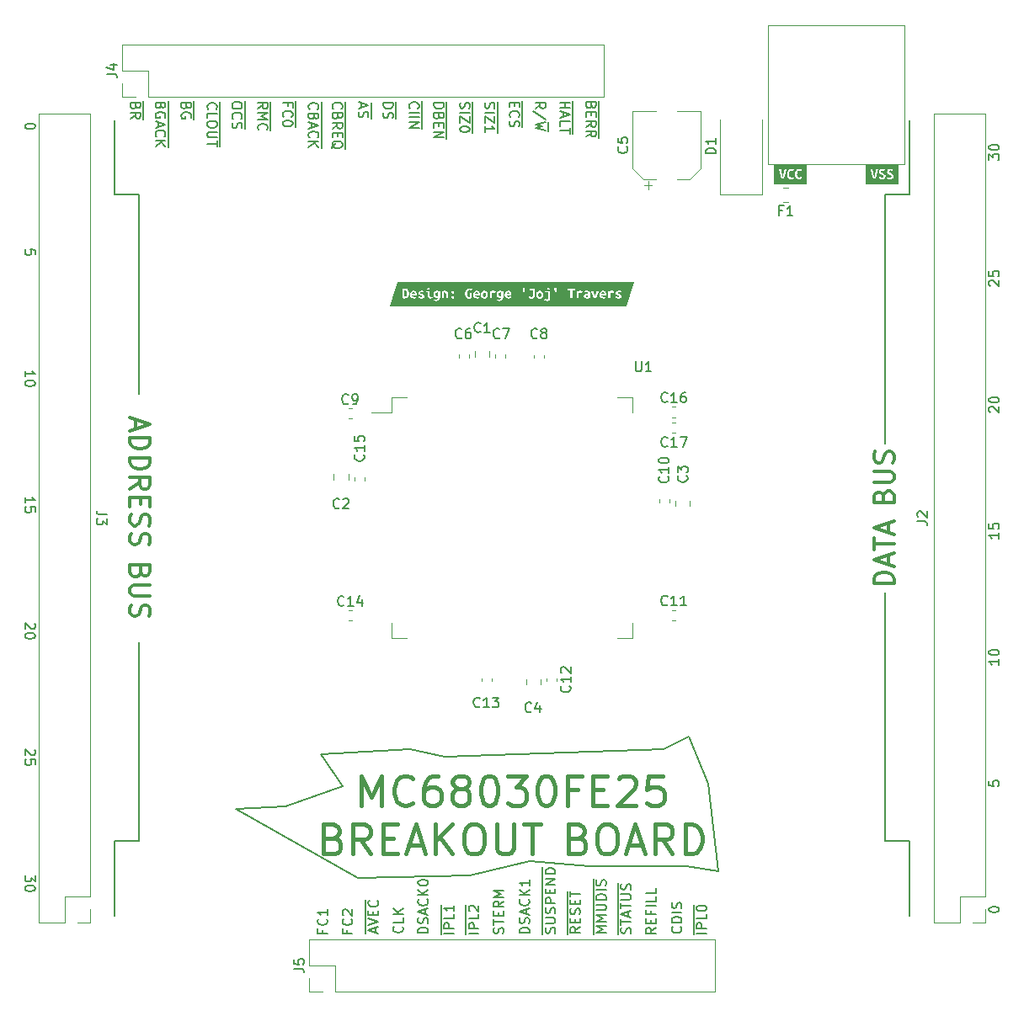
<source format=gto>
%TF.GenerationSoftware,KiCad,Pcbnew,(6.99.0-961-gbc7742cb2e-dirty)*%
%TF.CreationDate,2022-02-17T15:33:51+00:00*%
%TF.ProjectId,68030_Breakout,36383033-305f-4427-9265-616b6f75742e,rev?*%
%TF.SameCoordinates,Original*%
%TF.FileFunction,Legend,Top*%
%TF.FilePolarity,Positive*%
%FSLAX46Y46*%
G04 Gerber Fmt 4.6, Leading zero omitted, Abs format (unit mm)*
G04 Created by KiCad (PCBNEW (6.99.0-961-gbc7742cb2e-dirty)) date 2022-02-17 15:33:51*
%MOMM*%
%LPD*%
G01*
G04 APERTURE LIST*
%ADD10C,0.150000*%
%ADD11C,0.400000*%
%ADD12C,0.300000*%
%ADD13C,0.120000*%
G04 APERTURE END LIST*
D10*
X169750000Y-126750000D02*
X170750000Y-135500000D01*
X170750000Y-135500000D02*
X167500000Y-135000000D01*
X167500000Y-135000000D02*
X157750000Y-135000000D01*
X157750000Y-135000000D02*
X151750000Y-134500000D01*
X151750000Y-134500000D02*
X145750000Y-136000000D01*
X145750000Y-136000000D02*
X134500000Y-136250000D01*
X134500000Y-136250000D02*
X122250000Y-129250000D01*
X122250000Y-129250000D02*
X127250000Y-129000000D01*
X127250000Y-129000000D02*
X133000000Y-127000000D01*
X133000000Y-127000000D02*
X130750000Y-123750000D01*
X130750000Y-123750000D02*
X139750000Y-123250000D01*
X139750000Y-123250000D02*
X143250000Y-124000000D01*
X143250000Y-124000000D02*
X165250000Y-123250000D01*
X165250000Y-123250000D02*
X167750000Y-122000000D01*
X167750000Y-122000000D02*
X169750000Y-126750000D01*
D11*
X134857142Y-128927142D02*
X134857142Y-125927142D01*
X134857142Y-125927142D02*
X135857142Y-128070000D01*
X135857142Y-128070000D02*
X136857142Y-125927142D01*
X136857142Y-125927142D02*
X136857142Y-128927142D01*
X139999999Y-128641428D02*
X139857142Y-128784285D01*
X139857142Y-128784285D02*
X139428570Y-128927142D01*
X139428570Y-128927142D02*
X139142856Y-128927142D01*
X139142856Y-128927142D02*
X138714285Y-128784285D01*
X138714285Y-128784285D02*
X138428570Y-128498571D01*
X138428570Y-128498571D02*
X138285713Y-128212857D01*
X138285713Y-128212857D02*
X138142856Y-127641428D01*
X138142856Y-127641428D02*
X138142856Y-127212857D01*
X138142856Y-127212857D02*
X138285713Y-126641428D01*
X138285713Y-126641428D02*
X138428570Y-126355714D01*
X138428570Y-126355714D02*
X138714285Y-126070000D01*
X138714285Y-126070000D02*
X139142856Y-125927142D01*
X139142856Y-125927142D02*
X139428570Y-125927142D01*
X139428570Y-125927142D02*
X139857142Y-126070000D01*
X139857142Y-126070000D02*
X139999999Y-126212857D01*
X142571428Y-125927142D02*
X141999999Y-125927142D01*
X141999999Y-125927142D02*
X141714285Y-126070000D01*
X141714285Y-126070000D02*
X141571428Y-126212857D01*
X141571428Y-126212857D02*
X141285713Y-126641428D01*
X141285713Y-126641428D02*
X141142856Y-127212857D01*
X141142856Y-127212857D02*
X141142856Y-128355714D01*
X141142856Y-128355714D02*
X141285713Y-128641428D01*
X141285713Y-128641428D02*
X141428570Y-128784285D01*
X141428570Y-128784285D02*
X141714285Y-128927142D01*
X141714285Y-128927142D02*
X142285713Y-128927142D01*
X142285713Y-128927142D02*
X142571428Y-128784285D01*
X142571428Y-128784285D02*
X142714285Y-128641428D01*
X142714285Y-128641428D02*
X142857142Y-128355714D01*
X142857142Y-128355714D02*
X142857142Y-127641428D01*
X142857142Y-127641428D02*
X142714285Y-127355714D01*
X142714285Y-127355714D02*
X142571428Y-127212857D01*
X142571428Y-127212857D02*
X142285713Y-127070000D01*
X142285713Y-127070000D02*
X141714285Y-127070000D01*
X141714285Y-127070000D02*
X141428570Y-127212857D01*
X141428570Y-127212857D02*
X141285713Y-127355714D01*
X141285713Y-127355714D02*
X141142856Y-127641428D01*
X144571428Y-127212857D02*
X144285713Y-127070000D01*
X144285713Y-127070000D02*
X144142856Y-126927142D01*
X144142856Y-126927142D02*
X143999999Y-126641428D01*
X143999999Y-126641428D02*
X143999999Y-126498571D01*
X143999999Y-126498571D02*
X144142856Y-126212857D01*
X144142856Y-126212857D02*
X144285713Y-126070000D01*
X144285713Y-126070000D02*
X144571428Y-125927142D01*
X144571428Y-125927142D02*
X145142856Y-125927142D01*
X145142856Y-125927142D02*
X145428571Y-126070000D01*
X145428571Y-126070000D02*
X145571428Y-126212857D01*
X145571428Y-126212857D02*
X145714285Y-126498571D01*
X145714285Y-126498571D02*
X145714285Y-126641428D01*
X145714285Y-126641428D02*
X145571428Y-126927142D01*
X145571428Y-126927142D02*
X145428571Y-127070000D01*
X145428571Y-127070000D02*
X145142856Y-127212857D01*
X145142856Y-127212857D02*
X144571428Y-127212857D01*
X144571428Y-127212857D02*
X144285713Y-127355714D01*
X144285713Y-127355714D02*
X144142856Y-127498571D01*
X144142856Y-127498571D02*
X143999999Y-127784285D01*
X143999999Y-127784285D02*
X143999999Y-128355714D01*
X143999999Y-128355714D02*
X144142856Y-128641428D01*
X144142856Y-128641428D02*
X144285713Y-128784285D01*
X144285713Y-128784285D02*
X144571428Y-128927142D01*
X144571428Y-128927142D02*
X145142856Y-128927142D01*
X145142856Y-128927142D02*
X145428571Y-128784285D01*
X145428571Y-128784285D02*
X145571428Y-128641428D01*
X145571428Y-128641428D02*
X145714285Y-128355714D01*
X145714285Y-128355714D02*
X145714285Y-127784285D01*
X145714285Y-127784285D02*
X145571428Y-127498571D01*
X145571428Y-127498571D02*
X145428571Y-127355714D01*
X145428571Y-127355714D02*
X145142856Y-127212857D01*
X147571428Y-125927142D02*
X147857142Y-125927142D01*
X147857142Y-125927142D02*
X148142856Y-126070000D01*
X148142856Y-126070000D02*
X148285714Y-126212857D01*
X148285714Y-126212857D02*
X148428571Y-126498571D01*
X148428571Y-126498571D02*
X148571428Y-127070000D01*
X148571428Y-127070000D02*
X148571428Y-127784285D01*
X148571428Y-127784285D02*
X148428571Y-128355714D01*
X148428571Y-128355714D02*
X148285714Y-128641428D01*
X148285714Y-128641428D02*
X148142856Y-128784285D01*
X148142856Y-128784285D02*
X147857142Y-128927142D01*
X147857142Y-128927142D02*
X147571428Y-128927142D01*
X147571428Y-128927142D02*
X147285714Y-128784285D01*
X147285714Y-128784285D02*
X147142856Y-128641428D01*
X147142856Y-128641428D02*
X146999999Y-128355714D01*
X146999999Y-128355714D02*
X146857142Y-127784285D01*
X146857142Y-127784285D02*
X146857142Y-127070000D01*
X146857142Y-127070000D02*
X146999999Y-126498571D01*
X146999999Y-126498571D02*
X147142856Y-126212857D01*
X147142856Y-126212857D02*
X147285714Y-126070000D01*
X147285714Y-126070000D02*
X147571428Y-125927142D01*
X149571428Y-125927142D02*
X151428571Y-125927142D01*
X151428571Y-125927142D02*
X150428571Y-127070000D01*
X150428571Y-127070000D02*
X150857142Y-127070000D01*
X150857142Y-127070000D02*
X151142857Y-127212857D01*
X151142857Y-127212857D02*
X151285714Y-127355714D01*
X151285714Y-127355714D02*
X151428571Y-127641428D01*
X151428571Y-127641428D02*
X151428571Y-128355714D01*
X151428571Y-128355714D02*
X151285714Y-128641428D01*
X151285714Y-128641428D02*
X151142857Y-128784285D01*
X151142857Y-128784285D02*
X150857142Y-128927142D01*
X150857142Y-128927142D02*
X149999999Y-128927142D01*
X149999999Y-128927142D02*
X149714285Y-128784285D01*
X149714285Y-128784285D02*
X149571428Y-128641428D01*
X153285714Y-125927142D02*
X153571428Y-125927142D01*
X153571428Y-125927142D02*
X153857142Y-126070000D01*
X153857142Y-126070000D02*
X154000000Y-126212857D01*
X154000000Y-126212857D02*
X154142857Y-126498571D01*
X154142857Y-126498571D02*
X154285714Y-127070000D01*
X154285714Y-127070000D02*
X154285714Y-127784285D01*
X154285714Y-127784285D02*
X154142857Y-128355714D01*
X154142857Y-128355714D02*
X154000000Y-128641428D01*
X154000000Y-128641428D02*
X153857142Y-128784285D01*
X153857142Y-128784285D02*
X153571428Y-128927142D01*
X153571428Y-128927142D02*
X153285714Y-128927142D01*
X153285714Y-128927142D02*
X153000000Y-128784285D01*
X153000000Y-128784285D02*
X152857142Y-128641428D01*
X152857142Y-128641428D02*
X152714285Y-128355714D01*
X152714285Y-128355714D02*
X152571428Y-127784285D01*
X152571428Y-127784285D02*
X152571428Y-127070000D01*
X152571428Y-127070000D02*
X152714285Y-126498571D01*
X152714285Y-126498571D02*
X152857142Y-126212857D01*
X152857142Y-126212857D02*
X153000000Y-126070000D01*
X153000000Y-126070000D02*
X153285714Y-125927142D01*
X156571428Y-127355714D02*
X155571428Y-127355714D01*
X155571428Y-128927142D02*
X155571428Y-125927142D01*
X155571428Y-125927142D02*
X157000000Y-125927142D01*
X158142857Y-127355714D02*
X159142857Y-127355714D01*
X159571429Y-128927142D02*
X158142857Y-128927142D01*
X158142857Y-128927142D02*
X158142857Y-125927142D01*
X158142857Y-125927142D02*
X159571429Y-125927142D01*
X160714286Y-126212857D02*
X160857143Y-126070000D01*
X160857143Y-126070000D02*
X161142858Y-125927142D01*
X161142858Y-125927142D02*
X161857143Y-125927142D01*
X161857143Y-125927142D02*
X162142858Y-126070000D01*
X162142858Y-126070000D02*
X162285715Y-126212857D01*
X162285715Y-126212857D02*
X162428572Y-126498571D01*
X162428572Y-126498571D02*
X162428572Y-126784285D01*
X162428572Y-126784285D02*
X162285715Y-127212857D01*
X162285715Y-127212857D02*
X160571429Y-128927142D01*
X160571429Y-128927142D02*
X162428572Y-128927142D01*
X165142858Y-125927142D02*
X163714286Y-125927142D01*
X163714286Y-125927142D02*
X163571429Y-127355714D01*
X163571429Y-127355714D02*
X163714286Y-127212857D01*
X163714286Y-127212857D02*
X164000001Y-127070000D01*
X164000001Y-127070000D02*
X164714286Y-127070000D01*
X164714286Y-127070000D02*
X165000001Y-127212857D01*
X165000001Y-127212857D02*
X165142858Y-127355714D01*
X165142858Y-127355714D02*
X165285715Y-127641428D01*
X165285715Y-127641428D02*
X165285715Y-128355714D01*
X165285715Y-128355714D02*
X165142858Y-128641428D01*
X165142858Y-128641428D02*
X165000001Y-128784285D01*
X165000001Y-128784285D02*
X164714286Y-128927142D01*
X164714286Y-128927142D02*
X164000001Y-128927142D01*
X164000001Y-128927142D02*
X163714286Y-128784285D01*
X163714286Y-128784285D02*
X163571429Y-128641428D01*
X132028571Y-132215714D02*
X132457143Y-132358571D01*
X132457143Y-132358571D02*
X132600000Y-132501428D01*
X132600000Y-132501428D02*
X132742857Y-132787142D01*
X132742857Y-132787142D02*
X132742857Y-133215714D01*
X132742857Y-133215714D02*
X132600000Y-133501428D01*
X132600000Y-133501428D02*
X132457143Y-133644285D01*
X132457143Y-133644285D02*
X132171428Y-133787142D01*
X132171428Y-133787142D02*
X131028571Y-133787142D01*
X131028571Y-133787142D02*
X131028571Y-130787142D01*
X131028571Y-130787142D02*
X132028571Y-130787142D01*
X132028571Y-130787142D02*
X132314286Y-130930000D01*
X132314286Y-130930000D02*
X132457143Y-131072857D01*
X132457143Y-131072857D02*
X132600000Y-131358571D01*
X132600000Y-131358571D02*
X132600000Y-131644285D01*
X132600000Y-131644285D02*
X132457143Y-131930000D01*
X132457143Y-131930000D02*
X132314286Y-132072857D01*
X132314286Y-132072857D02*
X132028571Y-132215714D01*
X132028571Y-132215714D02*
X131028571Y-132215714D01*
X135742857Y-133787142D02*
X134742857Y-132358571D01*
X134028571Y-133787142D02*
X134028571Y-130787142D01*
X134028571Y-130787142D02*
X135171428Y-130787142D01*
X135171428Y-130787142D02*
X135457143Y-130930000D01*
X135457143Y-130930000D02*
X135600000Y-131072857D01*
X135600000Y-131072857D02*
X135742857Y-131358571D01*
X135742857Y-131358571D02*
X135742857Y-131787142D01*
X135742857Y-131787142D02*
X135600000Y-132072857D01*
X135600000Y-132072857D02*
X135457143Y-132215714D01*
X135457143Y-132215714D02*
X135171428Y-132358571D01*
X135171428Y-132358571D02*
X134028571Y-132358571D01*
X137028571Y-132215714D02*
X138028571Y-132215714D01*
X138457143Y-133787142D02*
X137028571Y-133787142D01*
X137028571Y-133787142D02*
X137028571Y-130787142D01*
X137028571Y-130787142D02*
X138457143Y-130787142D01*
X139600000Y-132930000D02*
X141028572Y-132930000D01*
X139314286Y-133787142D02*
X140314286Y-130787142D01*
X140314286Y-130787142D02*
X141314286Y-133787142D01*
X142314286Y-133787142D02*
X142314286Y-130787142D01*
X144028572Y-133787142D02*
X142742858Y-132072857D01*
X144028572Y-130787142D02*
X142314286Y-132501428D01*
X145885715Y-130787142D02*
X146457143Y-130787142D01*
X146457143Y-130787142D02*
X146742858Y-130930000D01*
X146742858Y-130930000D02*
X147028572Y-131215714D01*
X147028572Y-131215714D02*
X147171429Y-131787142D01*
X147171429Y-131787142D02*
X147171429Y-132787142D01*
X147171429Y-132787142D02*
X147028572Y-133358571D01*
X147028572Y-133358571D02*
X146742858Y-133644285D01*
X146742858Y-133644285D02*
X146457143Y-133787142D01*
X146457143Y-133787142D02*
X145885715Y-133787142D01*
X145885715Y-133787142D02*
X145600001Y-133644285D01*
X145600001Y-133644285D02*
X145314286Y-133358571D01*
X145314286Y-133358571D02*
X145171429Y-132787142D01*
X145171429Y-132787142D02*
X145171429Y-131787142D01*
X145171429Y-131787142D02*
X145314286Y-131215714D01*
X145314286Y-131215714D02*
X145600001Y-130930000D01*
X145600001Y-130930000D02*
X145885715Y-130787142D01*
X148457143Y-130787142D02*
X148457143Y-133215714D01*
X148457143Y-133215714D02*
X148600000Y-133501428D01*
X148600000Y-133501428D02*
X148742858Y-133644285D01*
X148742858Y-133644285D02*
X149028572Y-133787142D01*
X149028572Y-133787142D02*
X149600000Y-133787142D01*
X149600000Y-133787142D02*
X149885715Y-133644285D01*
X149885715Y-133644285D02*
X150028572Y-133501428D01*
X150028572Y-133501428D02*
X150171429Y-133215714D01*
X150171429Y-133215714D02*
X150171429Y-130787142D01*
X151171429Y-130787142D02*
X152885715Y-130787142D01*
X152028572Y-133787142D02*
X152028572Y-130787142D01*
X156685714Y-132215714D02*
X157114286Y-132358571D01*
X157114286Y-132358571D02*
X157257143Y-132501428D01*
X157257143Y-132501428D02*
X157400000Y-132787142D01*
X157400000Y-132787142D02*
X157400000Y-133215714D01*
X157400000Y-133215714D02*
X157257143Y-133501428D01*
X157257143Y-133501428D02*
X157114286Y-133644285D01*
X157114286Y-133644285D02*
X156828571Y-133787142D01*
X156828571Y-133787142D02*
X155685714Y-133787142D01*
X155685714Y-133787142D02*
X155685714Y-130787142D01*
X155685714Y-130787142D02*
X156685714Y-130787142D01*
X156685714Y-130787142D02*
X156971429Y-130930000D01*
X156971429Y-130930000D02*
X157114286Y-131072857D01*
X157114286Y-131072857D02*
X157257143Y-131358571D01*
X157257143Y-131358571D02*
X157257143Y-131644285D01*
X157257143Y-131644285D02*
X157114286Y-131930000D01*
X157114286Y-131930000D02*
X156971429Y-132072857D01*
X156971429Y-132072857D02*
X156685714Y-132215714D01*
X156685714Y-132215714D02*
X155685714Y-132215714D01*
X159257143Y-130787142D02*
X159828571Y-130787142D01*
X159828571Y-130787142D02*
X160114286Y-130930000D01*
X160114286Y-130930000D02*
X160400000Y-131215714D01*
X160400000Y-131215714D02*
X160542857Y-131787142D01*
X160542857Y-131787142D02*
X160542857Y-132787142D01*
X160542857Y-132787142D02*
X160400000Y-133358571D01*
X160400000Y-133358571D02*
X160114286Y-133644285D01*
X160114286Y-133644285D02*
X159828571Y-133787142D01*
X159828571Y-133787142D02*
X159257143Y-133787142D01*
X159257143Y-133787142D02*
X158971429Y-133644285D01*
X158971429Y-133644285D02*
X158685714Y-133358571D01*
X158685714Y-133358571D02*
X158542857Y-132787142D01*
X158542857Y-132787142D02*
X158542857Y-131787142D01*
X158542857Y-131787142D02*
X158685714Y-131215714D01*
X158685714Y-131215714D02*
X158971429Y-130930000D01*
X158971429Y-130930000D02*
X159257143Y-130787142D01*
X161685714Y-132930000D02*
X163114286Y-132930000D01*
X161400000Y-133787142D02*
X162400000Y-130787142D01*
X162400000Y-130787142D02*
X163400000Y-133787142D01*
X166114286Y-133787142D02*
X165114286Y-132358571D01*
X164400000Y-133787142D02*
X164400000Y-130787142D01*
X164400000Y-130787142D02*
X165542857Y-130787142D01*
X165542857Y-130787142D02*
X165828572Y-130930000D01*
X165828572Y-130930000D02*
X165971429Y-131072857D01*
X165971429Y-131072857D02*
X166114286Y-131358571D01*
X166114286Y-131358571D02*
X166114286Y-131787142D01*
X166114286Y-131787142D02*
X165971429Y-132072857D01*
X165971429Y-132072857D02*
X165828572Y-132215714D01*
X165828572Y-132215714D02*
X165542857Y-132358571D01*
X165542857Y-132358571D02*
X164400000Y-132358571D01*
X167400000Y-133787142D02*
X167400000Y-130787142D01*
X167400000Y-130787142D02*
X168114286Y-130787142D01*
X168114286Y-130787142D02*
X168542857Y-130930000D01*
X168542857Y-130930000D02*
X168828572Y-131215714D01*
X168828572Y-131215714D02*
X168971429Y-131501428D01*
X168971429Y-131501428D02*
X169114286Y-132072857D01*
X169114286Y-132072857D02*
X169114286Y-132501428D01*
X169114286Y-132501428D02*
X168971429Y-133072857D01*
X168971429Y-133072857D02*
X168828572Y-133358571D01*
X168828572Y-133358571D02*
X168542857Y-133644285D01*
X168542857Y-133644285D02*
X168114286Y-133787142D01*
X168114286Y-133787142D02*
X167400000Y-133787142D01*
D10*
X169552380Y-141780951D02*
X168552380Y-141780951D01*
X169552380Y-141304761D02*
X168552380Y-141304761D01*
X168552380Y-141304761D02*
X168552380Y-140923809D01*
X168552380Y-140923809D02*
X168600000Y-140828571D01*
X168600000Y-140828571D02*
X168647619Y-140780952D01*
X168647619Y-140780952D02*
X168742857Y-140733333D01*
X168742857Y-140733333D02*
X168885714Y-140733333D01*
X168885714Y-140733333D02*
X168980952Y-140780952D01*
X168980952Y-140780952D02*
X169028571Y-140828571D01*
X169028571Y-140828571D02*
X169076190Y-140923809D01*
X169076190Y-140923809D02*
X169076190Y-141304761D01*
X169552380Y-139828571D02*
X169552380Y-140304761D01*
X169552380Y-140304761D02*
X168552380Y-140304761D01*
X168552380Y-139304761D02*
X168552380Y-139209523D01*
X168552380Y-139209523D02*
X168600000Y-139114285D01*
X168600000Y-139114285D02*
X168647619Y-139066666D01*
X168647619Y-139066666D02*
X168742857Y-139019047D01*
X168742857Y-139019047D02*
X168933333Y-138971428D01*
X168933333Y-138971428D02*
X169171428Y-138971428D01*
X169171428Y-138971428D02*
X169361904Y-139019047D01*
X169361904Y-139019047D02*
X169457142Y-139066666D01*
X169457142Y-139066666D02*
X169504761Y-139114285D01*
X169504761Y-139114285D02*
X169552380Y-139209523D01*
X169552380Y-139209523D02*
X169552380Y-139304761D01*
X169552380Y-139304761D02*
X169504761Y-139399999D01*
X169504761Y-139399999D02*
X169457142Y-139447618D01*
X169457142Y-139447618D02*
X169361904Y-139495237D01*
X169361904Y-139495237D02*
X169171428Y-139542856D01*
X169171428Y-139542856D02*
X168933333Y-139542856D01*
X168933333Y-139542856D02*
X168742857Y-139495237D01*
X168742857Y-139495237D02*
X168647619Y-139447618D01*
X168647619Y-139447618D02*
X168600000Y-139399999D01*
X168600000Y-139399999D02*
X168552380Y-139304761D01*
X168270000Y-141919047D02*
X168270000Y-138880952D01*
X161904761Y-141776190D02*
X161952380Y-141633333D01*
X161952380Y-141633333D02*
X161952380Y-141395238D01*
X161952380Y-141395238D02*
X161904761Y-141300000D01*
X161904761Y-141300000D02*
X161857142Y-141252381D01*
X161857142Y-141252381D02*
X161761904Y-141204762D01*
X161761904Y-141204762D02*
X161666666Y-141204762D01*
X161666666Y-141204762D02*
X161571428Y-141252381D01*
X161571428Y-141252381D02*
X161523809Y-141300000D01*
X161523809Y-141300000D02*
X161476190Y-141395238D01*
X161476190Y-141395238D02*
X161428571Y-141585714D01*
X161428571Y-141585714D02*
X161380952Y-141680952D01*
X161380952Y-141680952D02*
X161333333Y-141728571D01*
X161333333Y-141728571D02*
X161238095Y-141776190D01*
X161238095Y-141776190D02*
X161142857Y-141776190D01*
X161142857Y-141776190D02*
X161047619Y-141728571D01*
X161047619Y-141728571D02*
X161000000Y-141680952D01*
X161000000Y-141680952D02*
X160952380Y-141585714D01*
X160952380Y-141585714D02*
X160952380Y-141347619D01*
X160952380Y-141347619D02*
X161000000Y-141204762D01*
X160952380Y-140919047D02*
X160952380Y-140347619D01*
X161952380Y-140633333D02*
X160952380Y-140633333D01*
X161666666Y-140061904D02*
X161666666Y-139585714D01*
X161952380Y-140157142D02*
X160952380Y-139823809D01*
X160952380Y-139823809D02*
X161952380Y-139490476D01*
X160952380Y-139299999D02*
X160952380Y-138728571D01*
X161952380Y-139014285D02*
X160952380Y-139014285D01*
X160952380Y-138395237D02*
X161761904Y-138395237D01*
X161761904Y-138395237D02*
X161857142Y-138347618D01*
X161857142Y-138347618D02*
X161904761Y-138299999D01*
X161904761Y-138299999D02*
X161952380Y-138204761D01*
X161952380Y-138204761D02*
X161952380Y-138014285D01*
X161952380Y-138014285D02*
X161904761Y-137919047D01*
X161904761Y-137919047D02*
X161857142Y-137871428D01*
X161857142Y-137871428D02*
X161761904Y-137823809D01*
X161761904Y-137823809D02*
X160952380Y-137823809D01*
X161904761Y-137395237D02*
X161952380Y-137252380D01*
X161952380Y-137252380D02*
X161952380Y-137014285D01*
X161952380Y-137014285D02*
X161904761Y-136919047D01*
X161904761Y-136919047D02*
X161857142Y-136871428D01*
X161857142Y-136871428D02*
X161761904Y-136823809D01*
X161761904Y-136823809D02*
X161666666Y-136823809D01*
X161666666Y-136823809D02*
X161571428Y-136871428D01*
X161571428Y-136871428D02*
X161523809Y-136919047D01*
X161523809Y-136919047D02*
X161476190Y-137014285D01*
X161476190Y-137014285D02*
X161428571Y-137204761D01*
X161428571Y-137204761D02*
X161380952Y-137299999D01*
X161380952Y-137299999D02*
X161333333Y-137347618D01*
X161333333Y-137347618D02*
X161238095Y-137395237D01*
X161238095Y-137395237D02*
X161142857Y-137395237D01*
X161142857Y-137395237D02*
X161047619Y-137347618D01*
X161047619Y-137347618D02*
X161000000Y-137299999D01*
X161000000Y-137299999D02*
X160952380Y-137204761D01*
X160952380Y-137204761D02*
X160952380Y-136966666D01*
X160952380Y-136966666D02*
X161000000Y-136823809D01*
X160670000Y-141866667D02*
X160670000Y-136733333D01*
X166957142Y-141104761D02*
X167004761Y-141152380D01*
X167004761Y-141152380D02*
X167052380Y-141295237D01*
X167052380Y-141295237D02*
X167052380Y-141390475D01*
X167052380Y-141390475D02*
X167004761Y-141533332D01*
X167004761Y-141533332D02*
X166909523Y-141628570D01*
X166909523Y-141628570D02*
X166814285Y-141676189D01*
X166814285Y-141676189D02*
X166623809Y-141723808D01*
X166623809Y-141723808D02*
X166480952Y-141723808D01*
X166480952Y-141723808D02*
X166290476Y-141676189D01*
X166290476Y-141676189D02*
X166195238Y-141628570D01*
X166195238Y-141628570D02*
X166100000Y-141533332D01*
X166100000Y-141533332D02*
X166052380Y-141390475D01*
X166052380Y-141390475D02*
X166052380Y-141295237D01*
X166052380Y-141295237D02*
X166100000Y-141152380D01*
X166100000Y-141152380D02*
X166147619Y-141104761D01*
X167052380Y-140676189D02*
X166052380Y-140676189D01*
X166052380Y-140676189D02*
X166052380Y-140438094D01*
X166052380Y-140438094D02*
X166100000Y-140295237D01*
X166100000Y-140295237D02*
X166195238Y-140199999D01*
X166195238Y-140199999D02*
X166290476Y-140152380D01*
X166290476Y-140152380D02*
X166480952Y-140104761D01*
X166480952Y-140104761D02*
X166623809Y-140104761D01*
X166623809Y-140104761D02*
X166814285Y-140152380D01*
X166814285Y-140152380D02*
X166909523Y-140199999D01*
X166909523Y-140199999D02*
X167004761Y-140295237D01*
X167004761Y-140295237D02*
X167052380Y-140438094D01*
X167052380Y-140438094D02*
X167052380Y-140676189D01*
X167052380Y-139676189D02*
X166052380Y-139676189D01*
X167004761Y-139247618D02*
X167052380Y-139104761D01*
X167052380Y-139104761D02*
X167052380Y-138866666D01*
X167052380Y-138866666D02*
X167004761Y-138771428D01*
X167004761Y-138771428D02*
X166957142Y-138723809D01*
X166957142Y-138723809D02*
X166861904Y-138676190D01*
X166861904Y-138676190D02*
X166766666Y-138676190D01*
X166766666Y-138676190D02*
X166671428Y-138723809D01*
X166671428Y-138723809D02*
X166623809Y-138771428D01*
X166623809Y-138771428D02*
X166576190Y-138866666D01*
X166576190Y-138866666D02*
X166528571Y-139057142D01*
X166528571Y-139057142D02*
X166480952Y-139152380D01*
X166480952Y-139152380D02*
X166433333Y-139199999D01*
X166433333Y-139199999D02*
X166338095Y-139247618D01*
X166338095Y-139247618D02*
X166242857Y-139247618D01*
X166242857Y-139247618D02*
X166147619Y-139199999D01*
X166147619Y-139199999D02*
X166100000Y-139152380D01*
X166100000Y-139152380D02*
X166052380Y-139057142D01*
X166052380Y-139057142D02*
X166052380Y-138819047D01*
X166052380Y-138819047D02*
X166100000Y-138676190D01*
X164452380Y-141219047D02*
X163976190Y-141552380D01*
X164452380Y-141790475D02*
X163452380Y-141790475D01*
X163452380Y-141790475D02*
X163452380Y-141409523D01*
X163452380Y-141409523D02*
X163500000Y-141314285D01*
X163500000Y-141314285D02*
X163547619Y-141266666D01*
X163547619Y-141266666D02*
X163642857Y-141219047D01*
X163642857Y-141219047D02*
X163785714Y-141219047D01*
X163785714Y-141219047D02*
X163880952Y-141266666D01*
X163880952Y-141266666D02*
X163928571Y-141314285D01*
X163928571Y-141314285D02*
X163976190Y-141409523D01*
X163976190Y-141409523D02*
X163976190Y-141790475D01*
X163928571Y-140790475D02*
X163928571Y-140457142D01*
X164452380Y-140314285D02*
X164452380Y-140790475D01*
X164452380Y-140790475D02*
X163452380Y-140790475D01*
X163452380Y-140790475D02*
X163452380Y-140314285D01*
X163928571Y-139552380D02*
X163928571Y-139885713D01*
X164452380Y-139885713D02*
X163452380Y-139885713D01*
X163452380Y-139885713D02*
X163452380Y-139409523D01*
X164452380Y-139028570D02*
X163452380Y-139028570D01*
X164452380Y-138076190D02*
X164452380Y-138552380D01*
X164452380Y-138552380D02*
X163452380Y-138552380D01*
X164452380Y-137266666D02*
X164452380Y-137742856D01*
X164452380Y-137742856D02*
X163452380Y-137742856D01*
X130928571Y-141433333D02*
X130928571Y-141766666D01*
X131452380Y-141766666D02*
X130452380Y-141766666D01*
X130452380Y-141766666D02*
X130452380Y-141290476D01*
X131357142Y-140338095D02*
X131404761Y-140385714D01*
X131404761Y-140385714D02*
X131452380Y-140528571D01*
X131452380Y-140528571D02*
X131452380Y-140623809D01*
X131452380Y-140623809D02*
X131404761Y-140766666D01*
X131404761Y-140766666D02*
X131309523Y-140861904D01*
X131309523Y-140861904D02*
X131214285Y-140909523D01*
X131214285Y-140909523D02*
X131023809Y-140957142D01*
X131023809Y-140957142D02*
X130880952Y-140957142D01*
X130880952Y-140957142D02*
X130690476Y-140909523D01*
X130690476Y-140909523D02*
X130595238Y-140861904D01*
X130595238Y-140861904D02*
X130500000Y-140766666D01*
X130500000Y-140766666D02*
X130452380Y-140623809D01*
X130452380Y-140623809D02*
X130452380Y-140528571D01*
X130452380Y-140528571D02*
X130500000Y-140385714D01*
X130500000Y-140385714D02*
X130547619Y-140338095D01*
X131452380Y-139385714D02*
X131452380Y-139957142D01*
X131452380Y-139671428D02*
X130452380Y-139671428D01*
X130452380Y-139671428D02*
X130595238Y-139766666D01*
X130595238Y-139766666D02*
X130690476Y-139861904D01*
X130690476Y-139861904D02*
X130738095Y-139957142D01*
X159452380Y-141742856D02*
X158452380Y-141742856D01*
X158452380Y-141742856D02*
X159166666Y-141409523D01*
X159166666Y-141409523D02*
X158452380Y-141076190D01*
X158452380Y-141076190D02*
X159452380Y-141076190D01*
X159452380Y-140599999D02*
X158452380Y-140599999D01*
X158452380Y-140599999D02*
X159166666Y-140266666D01*
X159166666Y-140266666D02*
X158452380Y-139933333D01*
X158452380Y-139933333D02*
X159452380Y-139933333D01*
X158452380Y-139457142D02*
X159261904Y-139457142D01*
X159261904Y-139457142D02*
X159357142Y-139409523D01*
X159357142Y-139409523D02*
X159404761Y-139361904D01*
X159404761Y-139361904D02*
X159452380Y-139266666D01*
X159452380Y-139266666D02*
X159452380Y-139076190D01*
X159452380Y-139076190D02*
X159404761Y-138980952D01*
X159404761Y-138980952D02*
X159357142Y-138933333D01*
X159357142Y-138933333D02*
X159261904Y-138885714D01*
X159261904Y-138885714D02*
X158452380Y-138885714D01*
X159452380Y-138409523D02*
X158452380Y-138409523D01*
X158452380Y-138409523D02*
X158452380Y-138171428D01*
X158452380Y-138171428D02*
X158500000Y-138028571D01*
X158500000Y-138028571D02*
X158595238Y-137933333D01*
X158595238Y-137933333D02*
X158690476Y-137885714D01*
X158690476Y-137885714D02*
X158880952Y-137838095D01*
X158880952Y-137838095D02*
X159023809Y-137838095D01*
X159023809Y-137838095D02*
X159214285Y-137885714D01*
X159214285Y-137885714D02*
X159309523Y-137933333D01*
X159309523Y-137933333D02*
X159404761Y-138028571D01*
X159404761Y-138028571D02*
X159452380Y-138171428D01*
X159452380Y-138171428D02*
X159452380Y-138409523D01*
X159452380Y-137409523D02*
X158452380Y-137409523D01*
X159404761Y-136980952D02*
X159452380Y-136838095D01*
X159452380Y-136838095D02*
X159452380Y-136600000D01*
X159452380Y-136600000D02*
X159404761Y-136504762D01*
X159404761Y-136504762D02*
X159357142Y-136457143D01*
X159357142Y-136457143D02*
X159261904Y-136409524D01*
X159261904Y-136409524D02*
X159166666Y-136409524D01*
X159166666Y-136409524D02*
X159071428Y-136457143D01*
X159071428Y-136457143D02*
X159023809Y-136504762D01*
X159023809Y-136504762D02*
X158976190Y-136600000D01*
X158976190Y-136600000D02*
X158928571Y-136790476D01*
X158928571Y-136790476D02*
X158880952Y-136885714D01*
X158880952Y-136885714D02*
X158833333Y-136933333D01*
X158833333Y-136933333D02*
X158738095Y-136980952D01*
X158738095Y-136980952D02*
X158642857Y-136980952D01*
X158642857Y-136980952D02*
X158547619Y-136933333D01*
X158547619Y-136933333D02*
X158500000Y-136885714D01*
X158500000Y-136885714D02*
X158452380Y-136790476D01*
X158452380Y-136790476D02*
X158452380Y-136552381D01*
X158452380Y-136552381D02*
X158500000Y-136409524D01*
X158170000Y-141880952D02*
X158170000Y-136319048D01*
X133428571Y-141433333D02*
X133428571Y-141766666D01*
X133952380Y-141766666D02*
X132952380Y-141766666D01*
X132952380Y-141766666D02*
X132952380Y-141290476D01*
X133857142Y-140338095D02*
X133904761Y-140385714D01*
X133904761Y-140385714D02*
X133952380Y-140528571D01*
X133952380Y-140528571D02*
X133952380Y-140623809D01*
X133952380Y-140623809D02*
X133904761Y-140766666D01*
X133904761Y-140766666D02*
X133809523Y-140861904D01*
X133809523Y-140861904D02*
X133714285Y-140909523D01*
X133714285Y-140909523D02*
X133523809Y-140957142D01*
X133523809Y-140957142D02*
X133380952Y-140957142D01*
X133380952Y-140957142D02*
X133190476Y-140909523D01*
X133190476Y-140909523D02*
X133095238Y-140861904D01*
X133095238Y-140861904D02*
X133000000Y-140766666D01*
X133000000Y-140766666D02*
X132952380Y-140623809D01*
X132952380Y-140623809D02*
X132952380Y-140528571D01*
X132952380Y-140528571D02*
X133000000Y-140385714D01*
X133000000Y-140385714D02*
X133047619Y-140338095D01*
X133047619Y-139957142D02*
X133000000Y-139909523D01*
X133000000Y-139909523D02*
X132952380Y-139814285D01*
X132952380Y-139814285D02*
X132952380Y-139576190D01*
X132952380Y-139576190D02*
X133000000Y-139480952D01*
X133000000Y-139480952D02*
X133047619Y-139433333D01*
X133047619Y-139433333D02*
X133142857Y-139385714D01*
X133142857Y-139385714D02*
X133238095Y-139385714D01*
X133238095Y-139385714D02*
X133380952Y-139433333D01*
X133380952Y-139433333D02*
X133952380Y-140004761D01*
X133952380Y-140004761D02*
X133952380Y-139385714D01*
X154304761Y-141761904D02*
X154352380Y-141619047D01*
X154352380Y-141619047D02*
X154352380Y-141380952D01*
X154352380Y-141380952D02*
X154304761Y-141285714D01*
X154304761Y-141285714D02*
X154257142Y-141238095D01*
X154257142Y-141238095D02*
X154161904Y-141190476D01*
X154161904Y-141190476D02*
X154066666Y-141190476D01*
X154066666Y-141190476D02*
X153971428Y-141238095D01*
X153971428Y-141238095D02*
X153923809Y-141285714D01*
X153923809Y-141285714D02*
X153876190Y-141380952D01*
X153876190Y-141380952D02*
X153828571Y-141571428D01*
X153828571Y-141571428D02*
X153780952Y-141666666D01*
X153780952Y-141666666D02*
X153733333Y-141714285D01*
X153733333Y-141714285D02*
X153638095Y-141761904D01*
X153638095Y-141761904D02*
X153542857Y-141761904D01*
X153542857Y-141761904D02*
X153447619Y-141714285D01*
X153447619Y-141714285D02*
X153400000Y-141666666D01*
X153400000Y-141666666D02*
X153352380Y-141571428D01*
X153352380Y-141571428D02*
X153352380Y-141333333D01*
X153352380Y-141333333D02*
X153400000Y-141190476D01*
X153352380Y-140761904D02*
X154161904Y-140761904D01*
X154161904Y-140761904D02*
X154257142Y-140714285D01*
X154257142Y-140714285D02*
X154304761Y-140666666D01*
X154304761Y-140666666D02*
X154352380Y-140571428D01*
X154352380Y-140571428D02*
X154352380Y-140380952D01*
X154352380Y-140380952D02*
X154304761Y-140285714D01*
X154304761Y-140285714D02*
X154257142Y-140238095D01*
X154257142Y-140238095D02*
X154161904Y-140190476D01*
X154161904Y-140190476D02*
X153352380Y-140190476D01*
X154304761Y-139761904D02*
X154352380Y-139619047D01*
X154352380Y-139619047D02*
X154352380Y-139380952D01*
X154352380Y-139380952D02*
X154304761Y-139285714D01*
X154304761Y-139285714D02*
X154257142Y-139238095D01*
X154257142Y-139238095D02*
X154161904Y-139190476D01*
X154161904Y-139190476D02*
X154066666Y-139190476D01*
X154066666Y-139190476D02*
X153971428Y-139238095D01*
X153971428Y-139238095D02*
X153923809Y-139285714D01*
X153923809Y-139285714D02*
X153876190Y-139380952D01*
X153876190Y-139380952D02*
X153828571Y-139571428D01*
X153828571Y-139571428D02*
X153780952Y-139666666D01*
X153780952Y-139666666D02*
X153733333Y-139714285D01*
X153733333Y-139714285D02*
X153638095Y-139761904D01*
X153638095Y-139761904D02*
X153542857Y-139761904D01*
X153542857Y-139761904D02*
X153447619Y-139714285D01*
X153447619Y-139714285D02*
X153400000Y-139666666D01*
X153400000Y-139666666D02*
X153352380Y-139571428D01*
X153352380Y-139571428D02*
X153352380Y-139333333D01*
X153352380Y-139333333D02*
X153400000Y-139190476D01*
X154352380Y-138761904D02*
X153352380Y-138761904D01*
X153352380Y-138761904D02*
X153352380Y-138380952D01*
X153352380Y-138380952D02*
X153400000Y-138285714D01*
X153400000Y-138285714D02*
X153447619Y-138238095D01*
X153447619Y-138238095D02*
X153542857Y-138190476D01*
X153542857Y-138190476D02*
X153685714Y-138190476D01*
X153685714Y-138190476D02*
X153780952Y-138238095D01*
X153780952Y-138238095D02*
X153828571Y-138285714D01*
X153828571Y-138285714D02*
X153876190Y-138380952D01*
X153876190Y-138380952D02*
X153876190Y-138761904D01*
X153828571Y-137761904D02*
X153828571Y-137428571D01*
X154352380Y-137285714D02*
X154352380Y-137761904D01*
X154352380Y-137761904D02*
X153352380Y-137761904D01*
X153352380Y-137761904D02*
X153352380Y-137285714D01*
X154352380Y-136857142D02*
X153352380Y-136857142D01*
X153352380Y-136857142D02*
X154352380Y-136285714D01*
X154352380Y-136285714D02*
X153352380Y-136285714D01*
X154352380Y-135809523D02*
X153352380Y-135809523D01*
X153352380Y-135809523D02*
X153352380Y-135571428D01*
X153352380Y-135571428D02*
X153400000Y-135428571D01*
X153400000Y-135428571D02*
X153495238Y-135333333D01*
X153495238Y-135333333D02*
X153590476Y-135285714D01*
X153590476Y-135285714D02*
X153780952Y-135238095D01*
X153780952Y-135238095D02*
X153923809Y-135238095D01*
X153923809Y-135238095D02*
X154114285Y-135285714D01*
X154114285Y-135285714D02*
X154209523Y-135333333D01*
X154209523Y-135333333D02*
X154304761Y-135428571D01*
X154304761Y-135428571D02*
X154352380Y-135571428D01*
X154352380Y-135571428D02*
X154352380Y-135809523D01*
X153070000Y-141852381D02*
X153070000Y-135147619D01*
X144152380Y-141780951D02*
X143152380Y-141780951D01*
X144152380Y-141304761D02*
X143152380Y-141304761D01*
X143152380Y-141304761D02*
X143152380Y-140923809D01*
X143152380Y-140923809D02*
X143200000Y-140828571D01*
X143200000Y-140828571D02*
X143247619Y-140780952D01*
X143247619Y-140780952D02*
X143342857Y-140733333D01*
X143342857Y-140733333D02*
X143485714Y-140733333D01*
X143485714Y-140733333D02*
X143580952Y-140780952D01*
X143580952Y-140780952D02*
X143628571Y-140828571D01*
X143628571Y-140828571D02*
X143676190Y-140923809D01*
X143676190Y-140923809D02*
X143676190Y-141304761D01*
X144152380Y-139828571D02*
X144152380Y-140304761D01*
X144152380Y-140304761D02*
X143152380Y-140304761D01*
X144152380Y-138971428D02*
X144152380Y-139542856D01*
X144152380Y-139257142D02*
X143152380Y-139257142D01*
X143152380Y-139257142D02*
X143295238Y-139352380D01*
X143295238Y-139352380D02*
X143390476Y-139447618D01*
X143390476Y-139447618D02*
X143438095Y-139542856D01*
X142870000Y-141919047D02*
X142870000Y-138880952D01*
X149104761Y-141790475D02*
X149152380Y-141647618D01*
X149152380Y-141647618D02*
X149152380Y-141409523D01*
X149152380Y-141409523D02*
X149104761Y-141314285D01*
X149104761Y-141314285D02*
X149057142Y-141266666D01*
X149057142Y-141266666D02*
X148961904Y-141219047D01*
X148961904Y-141219047D02*
X148866666Y-141219047D01*
X148866666Y-141219047D02*
X148771428Y-141266666D01*
X148771428Y-141266666D02*
X148723809Y-141314285D01*
X148723809Y-141314285D02*
X148676190Y-141409523D01*
X148676190Y-141409523D02*
X148628571Y-141599999D01*
X148628571Y-141599999D02*
X148580952Y-141695237D01*
X148580952Y-141695237D02*
X148533333Y-141742856D01*
X148533333Y-141742856D02*
X148438095Y-141790475D01*
X148438095Y-141790475D02*
X148342857Y-141790475D01*
X148342857Y-141790475D02*
X148247619Y-141742856D01*
X148247619Y-141742856D02*
X148200000Y-141695237D01*
X148200000Y-141695237D02*
X148152380Y-141599999D01*
X148152380Y-141599999D02*
X148152380Y-141361904D01*
X148152380Y-141361904D02*
X148200000Y-141219047D01*
X148152380Y-140933332D02*
X148152380Y-140361904D01*
X149152380Y-140647618D02*
X148152380Y-140647618D01*
X148628571Y-140028570D02*
X148628571Y-139695237D01*
X149152380Y-139552380D02*
X149152380Y-140028570D01*
X149152380Y-140028570D02*
X148152380Y-140028570D01*
X148152380Y-140028570D02*
X148152380Y-139552380D01*
X149152380Y-138552380D02*
X148676190Y-138885713D01*
X149152380Y-139123808D02*
X148152380Y-139123808D01*
X148152380Y-139123808D02*
X148152380Y-138742856D01*
X148152380Y-138742856D02*
X148200000Y-138647618D01*
X148200000Y-138647618D02*
X148247619Y-138599999D01*
X148247619Y-138599999D02*
X148342857Y-138552380D01*
X148342857Y-138552380D02*
X148485714Y-138552380D01*
X148485714Y-138552380D02*
X148580952Y-138599999D01*
X148580952Y-138599999D02*
X148628571Y-138647618D01*
X148628571Y-138647618D02*
X148676190Y-138742856D01*
X148676190Y-138742856D02*
X148676190Y-139123808D01*
X149152380Y-138123808D02*
X148152380Y-138123808D01*
X148152380Y-138123808D02*
X148866666Y-137790475D01*
X148866666Y-137790475D02*
X148152380Y-137457142D01*
X148152380Y-137457142D02*
X149152380Y-137457142D01*
X156852380Y-141152381D02*
X156376190Y-141485714D01*
X156852380Y-141723809D02*
X155852380Y-141723809D01*
X155852380Y-141723809D02*
X155852380Y-141342857D01*
X155852380Y-141342857D02*
X155900000Y-141247619D01*
X155900000Y-141247619D02*
X155947619Y-141200000D01*
X155947619Y-141200000D02*
X156042857Y-141152381D01*
X156042857Y-141152381D02*
X156185714Y-141152381D01*
X156185714Y-141152381D02*
X156280952Y-141200000D01*
X156280952Y-141200000D02*
X156328571Y-141247619D01*
X156328571Y-141247619D02*
X156376190Y-141342857D01*
X156376190Y-141342857D02*
X156376190Y-141723809D01*
X156328571Y-140723809D02*
X156328571Y-140390476D01*
X156852380Y-140247619D02*
X156852380Y-140723809D01*
X156852380Y-140723809D02*
X155852380Y-140723809D01*
X155852380Y-140723809D02*
X155852380Y-140247619D01*
X156804761Y-139866666D02*
X156852380Y-139723809D01*
X156852380Y-139723809D02*
X156852380Y-139485714D01*
X156852380Y-139485714D02*
X156804761Y-139390476D01*
X156804761Y-139390476D02*
X156757142Y-139342857D01*
X156757142Y-139342857D02*
X156661904Y-139295238D01*
X156661904Y-139295238D02*
X156566666Y-139295238D01*
X156566666Y-139295238D02*
X156471428Y-139342857D01*
X156471428Y-139342857D02*
X156423809Y-139390476D01*
X156423809Y-139390476D02*
X156376190Y-139485714D01*
X156376190Y-139485714D02*
X156328571Y-139676190D01*
X156328571Y-139676190D02*
X156280952Y-139771428D01*
X156280952Y-139771428D02*
X156233333Y-139819047D01*
X156233333Y-139819047D02*
X156138095Y-139866666D01*
X156138095Y-139866666D02*
X156042857Y-139866666D01*
X156042857Y-139866666D02*
X155947619Y-139819047D01*
X155947619Y-139819047D02*
X155900000Y-139771428D01*
X155900000Y-139771428D02*
X155852380Y-139676190D01*
X155852380Y-139676190D02*
X155852380Y-139438095D01*
X155852380Y-139438095D02*
X155900000Y-139295238D01*
X156328571Y-138866666D02*
X156328571Y-138533333D01*
X156852380Y-138390476D02*
X156852380Y-138866666D01*
X156852380Y-138866666D02*
X155852380Y-138866666D01*
X155852380Y-138866666D02*
X155852380Y-138390476D01*
X155852380Y-138104761D02*
X155852380Y-137533333D01*
X156852380Y-137819047D02*
X155852380Y-137819047D01*
X155570000Y-141861905D02*
X155570000Y-137538095D01*
X146652380Y-141780951D02*
X145652380Y-141780951D01*
X146652380Y-141304761D02*
X145652380Y-141304761D01*
X145652380Y-141304761D02*
X145652380Y-140923809D01*
X145652380Y-140923809D02*
X145700000Y-140828571D01*
X145700000Y-140828571D02*
X145747619Y-140780952D01*
X145747619Y-140780952D02*
X145842857Y-140733333D01*
X145842857Y-140733333D02*
X145985714Y-140733333D01*
X145985714Y-140733333D02*
X146080952Y-140780952D01*
X146080952Y-140780952D02*
X146128571Y-140828571D01*
X146128571Y-140828571D02*
X146176190Y-140923809D01*
X146176190Y-140923809D02*
X146176190Y-141304761D01*
X146652380Y-139828571D02*
X146652380Y-140304761D01*
X146652380Y-140304761D02*
X145652380Y-140304761D01*
X145747619Y-139542856D02*
X145700000Y-139495237D01*
X145700000Y-139495237D02*
X145652380Y-139399999D01*
X145652380Y-139399999D02*
X145652380Y-139161904D01*
X145652380Y-139161904D02*
X145700000Y-139066666D01*
X145700000Y-139066666D02*
X145747619Y-139019047D01*
X145747619Y-139019047D02*
X145842857Y-138971428D01*
X145842857Y-138971428D02*
X145938095Y-138971428D01*
X145938095Y-138971428D02*
X146080952Y-139019047D01*
X146080952Y-139019047D02*
X146652380Y-139590475D01*
X146652380Y-139590475D02*
X146652380Y-138971428D01*
X145370000Y-141919047D02*
X145370000Y-138880952D01*
X138957142Y-141095238D02*
X139004761Y-141142857D01*
X139004761Y-141142857D02*
X139052380Y-141285714D01*
X139052380Y-141285714D02*
X139052380Y-141380952D01*
X139052380Y-141380952D02*
X139004761Y-141523809D01*
X139004761Y-141523809D02*
X138909523Y-141619047D01*
X138909523Y-141619047D02*
X138814285Y-141666666D01*
X138814285Y-141666666D02*
X138623809Y-141714285D01*
X138623809Y-141714285D02*
X138480952Y-141714285D01*
X138480952Y-141714285D02*
X138290476Y-141666666D01*
X138290476Y-141666666D02*
X138195238Y-141619047D01*
X138195238Y-141619047D02*
X138100000Y-141523809D01*
X138100000Y-141523809D02*
X138052380Y-141380952D01*
X138052380Y-141380952D02*
X138052380Y-141285714D01*
X138052380Y-141285714D02*
X138100000Y-141142857D01*
X138100000Y-141142857D02*
X138147619Y-141095238D01*
X139052380Y-140190476D02*
X139052380Y-140666666D01*
X139052380Y-140666666D02*
X138052380Y-140666666D01*
X139052380Y-139857142D02*
X138052380Y-139857142D01*
X139052380Y-139285714D02*
X138480952Y-139714285D01*
X138052380Y-139285714D02*
X138623809Y-139857142D01*
X151752380Y-141742856D02*
X150752380Y-141742856D01*
X150752380Y-141742856D02*
X150752380Y-141504761D01*
X150752380Y-141504761D02*
X150800000Y-141361904D01*
X150800000Y-141361904D02*
X150895238Y-141266666D01*
X150895238Y-141266666D02*
X150990476Y-141219047D01*
X150990476Y-141219047D02*
X151180952Y-141171428D01*
X151180952Y-141171428D02*
X151323809Y-141171428D01*
X151323809Y-141171428D02*
X151514285Y-141219047D01*
X151514285Y-141219047D02*
X151609523Y-141266666D01*
X151609523Y-141266666D02*
X151704761Y-141361904D01*
X151704761Y-141361904D02*
X151752380Y-141504761D01*
X151752380Y-141504761D02*
X151752380Y-141742856D01*
X151704761Y-140790475D02*
X151752380Y-140647618D01*
X151752380Y-140647618D02*
X151752380Y-140409523D01*
X151752380Y-140409523D02*
X151704761Y-140314285D01*
X151704761Y-140314285D02*
X151657142Y-140266666D01*
X151657142Y-140266666D02*
X151561904Y-140219047D01*
X151561904Y-140219047D02*
X151466666Y-140219047D01*
X151466666Y-140219047D02*
X151371428Y-140266666D01*
X151371428Y-140266666D02*
X151323809Y-140314285D01*
X151323809Y-140314285D02*
X151276190Y-140409523D01*
X151276190Y-140409523D02*
X151228571Y-140599999D01*
X151228571Y-140599999D02*
X151180952Y-140695237D01*
X151180952Y-140695237D02*
X151133333Y-140742856D01*
X151133333Y-140742856D02*
X151038095Y-140790475D01*
X151038095Y-140790475D02*
X150942857Y-140790475D01*
X150942857Y-140790475D02*
X150847619Y-140742856D01*
X150847619Y-140742856D02*
X150800000Y-140695237D01*
X150800000Y-140695237D02*
X150752380Y-140599999D01*
X150752380Y-140599999D02*
X150752380Y-140361904D01*
X150752380Y-140361904D02*
X150800000Y-140219047D01*
X151466666Y-139838094D02*
X151466666Y-139361904D01*
X151752380Y-139933332D02*
X150752380Y-139599999D01*
X150752380Y-139599999D02*
X151752380Y-139266666D01*
X151657142Y-138361904D02*
X151704761Y-138409523D01*
X151704761Y-138409523D02*
X151752380Y-138552380D01*
X151752380Y-138552380D02*
X151752380Y-138647618D01*
X151752380Y-138647618D02*
X151704761Y-138790475D01*
X151704761Y-138790475D02*
X151609523Y-138885713D01*
X151609523Y-138885713D02*
X151514285Y-138933332D01*
X151514285Y-138933332D02*
X151323809Y-138980951D01*
X151323809Y-138980951D02*
X151180952Y-138980951D01*
X151180952Y-138980951D02*
X150990476Y-138933332D01*
X150990476Y-138933332D02*
X150895238Y-138885713D01*
X150895238Y-138885713D02*
X150800000Y-138790475D01*
X150800000Y-138790475D02*
X150752380Y-138647618D01*
X150752380Y-138647618D02*
X150752380Y-138552380D01*
X150752380Y-138552380D02*
X150800000Y-138409523D01*
X150800000Y-138409523D02*
X150847619Y-138361904D01*
X151752380Y-137933332D02*
X150752380Y-137933332D01*
X151752380Y-137361904D02*
X151180952Y-137790475D01*
X150752380Y-137361904D02*
X151323809Y-137933332D01*
X151752380Y-136409523D02*
X151752380Y-136980951D01*
X151752380Y-136695237D02*
X150752380Y-136695237D01*
X150752380Y-136695237D02*
X150895238Y-136790475D01*
X150895238Y-136790475D02*
X150990476Y-136885713D01*
X150990476Y-136885713D02*
X151038095Y-136980951D01*
X141552380Y-141742856D02*
X140552380Y-141742856D01*
X140552380Y-141742856D02*
X140552380Y-141504761D01*
X140552380Y-141504761D02*
X140600000Y-141361904D01*
X140600000Y-141361904D02*
X140695238Y-141266666D01*
X140695238Y-141266666D02*
X140790476Y-141219047D01*
X140790476Y-141219047D02*
X140980952Y-141171428D01*
X140980952Y-141171428D02*
X141123809Y-141171428D01*
X141123809Y-141171428D02*
X141314285Y-141219047D01*
X141314285Y-141219047D02*
X141409523Y-141266666D01*
X141409523Y-141266666D02*
X141504761Y-141361904D01*
X141504761Y-141361904D02*
X141552380Y-141504761D01*
X141552380Y-141504761D02*
X141552380Y-141742856D01*
X141504761Y-140790475D02*
X141552380Y-140647618D01*
X141552380Y-140647618D02*
X141552380Y-140409523D01*
X141552380Y-140409523D02*
X141504761Y-140314285D01*
X141504761Y-140314285D02*
X141457142Y-140266666D01*
X141457142Y-140266666D02*
X141361904Y-140219047D01*
X141361904Y-140219047D02*
X141266666Y-140219047D01*
X141266666Y-140219047D02*
X141171428Y-140266666D01*
X141171428Y-140266666D02*
X141123809Y-140314285D01*
X141123809Y-140314285D02*
X141076190Y-140409523D01*
X141076190Y-140409523D02*
X141028571Y-140599999D01*
X141028571Y-140599999D02*
X140980952Y-140695237D01*
X140980952Y-140695237D02*
X140933333Y-140742856D01*
X140933333Y-140742856D02*
X140838095Y-140790475D01*
X140838095Y-140790475D02*
X140742857Y-140790475D01*
X140742857Y-140790475D02*
X140647619Y-140742856D01*
X140647619Y-140742856D02*
X140600000Y-140695237D01*
X140600000Y-140695237D02*
X140552380Y-140599999D01*
X140552380Y-140599999D02*
X140552380Y-140361904D01*
X140552380Y-140361904D02*
X140600000Y-140219047D01*
X141266666Y-139838094D02*
X141266666Y-139361904D01*
X141552380Y-139933332D02*
X140552380Y-139599999D01*
X140552380Y-139599999D02*
X141552380Y-139266666D01*
X141457142Y-138361904D02*
X141504761Y-138409523D01*
X141504761Y-138409523D02*
X141552380Y-138552380D01*
X141552380Y-138552380D02*
X141552380Y-138647618D01*
X141552380Y-138647618D02*
X141504761Y-138790475D01*
X141504761Y-138790475D02*
X141409523Y-138885713D01*
X141409523Y-138885713D02*
X141314285Y-138933332D01*
X141314285Y-138933332D02*
X141123809Y-138980951D01*
X141123809Y-138980951D02*
X140980952Y-138980951D01*
X140980952Y-138980951D02*
X140790476Y-138933332D01*
X140790476Y-138933332D02*
X140695238Y-138885713D01*
X140695238Y-138885713D02*
X140600000Y-138790475D01*
X140600000Y-138790475D02*
X140552380Y-138647618D01*
X140552380Y-138647618D02*
X140552380Y-138552380D01*
X140552380Y-138552380D02*
X140600000Y-138409523D01*
X140600000Y-138409523D02*
X140647619Y-138361904D01*
X141552380Y-137933332D02*
X140552380Y-137933332D01*
X141552380Y-137361904D02*
X140980952Y-137790475D01*
X140552380Y-137361904D02*
X141123809Y-137933332D01*
X140552380Y-136742856D02*
X140552380Y-136647618D01*
X140552380Y-136647618D02*
X140600000Y-136552380D01*
X140600000Y-136552380D02*
X140647619Y-136504761D01*
X140647619Y-136504761D02*
X140742857Y-136457142D01*
X140742857Y-136457142D02*
X140933333Y-136409523D01*
X140933333Y-136409523D02*
X141171428Y-136409523D01*
X141171428Y-136409523D02*
X141361904Y-136457142D01*
X141361904Y-136457142D02*
X141457142Y-136504761D01*
X141457142Y-136504761D02*
X141504761Y-136552380D01*
X141504761Y-136552380D02*
X141552380Y-136647618D01*
X141552380Y-136647618D02*
X141552380Y-136742856D01*
X141552380Y-136742856D02*
X141504761Y-136838094D01*
X141504761Y-136838094D02*
X141457142Y-136885713D01*
X141457142Y-136885713D02*
X141361904Y-136933332D01*
X141361904Y-136933332D02*
X141171428Y-136980951D01*
X141171428Y-136980951D02*
X140933333Y-136980951D01*
X140933333Y-136980951D02*
X140742857Y-136933332D01*
X140742857Y-136933332D02*
X140647619Y-136885713D01*
X140647619Y-136885713D02*
X140600000Y-136838094D01*
X140600000Y-136838094D02*
X140552380Y-136742856D01*
X136266666Y-141719047D02*
X136266666Y-141242857D01*
X136552380Y-141814285D02*
X135552380Y-141480952D01*
X135552380Y-141480952D02*
X136552380Y-141147619D01*
X135552380Y-140957142D02*
X136552380Y-140623809D01*
X136552380Y-140623809D02*
X135552380Y-140290476D01*
X136028571Y-139957142D02*
X136028571Y-139623809D01*
X136552380Y-139480952D02*
X136552380Y-139957142D01*
X136552380Y-139957142D02*
X135552380Y-139957142D01*
X135552380Y-139957142D02*
X135552380Y-139480952D01*
X136457142Y-138480952D02*
X136504761Y-138528571D01*
X136504761Y-138528571D02*
X136552380Y-138671428D01*
X136552380Y-138671428D02*
X136552380Y-138766666D01*
X136552380Y-138766666D02*
X136504761Y-138909523D01*
X136504761Y-138909523D02*
X136409523Y-139004761D01*
X136409523Y-139004761D02*
X136314285Y-139052380D01*
X136314285Y-139052380D02*
X136123809Y-139099999D01*
X136123809Y-139099999D02*
X135980952Y-139099999D01*
X135980952Y-139099999D02*
X135790476Y-139052380D01*
X135790476Y-139052380D02*
X135695238Y-139004761D01*
X135695238Y-139004761D02*
X135600000Y-138909523D01*
X135600000Y-138909523D02*
X135552380Y-138766666D01*
X135552380Y-138766666D02*
X135552380Y-138671428D01*
X135552380Y-138671428D02*
X135600000Y-138528571D01*
X135600000Y-138528571D02*
X135647619Y-138480952D01*
X135270000Y-141809524D02*
X135270000Y-138390476D01*
X157971428Y-58519047D02*
X157923809Y-58661904D01*
X157923809Y-58661904D02*
X157876190Y-58709523D01*
X157876190Y-58709523D02*
X157780952Y-58757142D01*
X157780952Y-58757142D02*
X157638095Y-58757142D01*
X157638095Y-58757142D02*
X157542857Y-58709523D01*
X157542857Y-58709523D02*
X157495238Y-58661904D01*
X157495238Y-58661904D02*
X157447619Y-58566666D01*
X157447619Y-58566666D02*
X157447619Y-58185714D01*
X157447619Y-58185714D02*
X158447619Y-58185714D01*
X158447619Y-58185714D02*
X158447619Y-58519047D01*
X158447619Y-58519047D02*
X158400000Y-58614285D01*
X158400000Y-58614285D02*
X158352380Y-58661904D01*
X158352380Y-58661904D02*
X158257142Y-58709523D01*
X158257142Y-58709523D02*
X158161904Y-58709523D01*
X158161904Y-58709523D02*
X158066666Y-58661904D01*
X158066666Y-58661904D02*
X158019047Y-58614285D01*
X158019047Y-58614285D02*
X157971428Y-58519047D01*
X157971428Y-58519047D02*
X157971428Y-58185714D01*
X157971428Y-59185714D02*
X157971428Y-59519047D01*
X157447619Y-59661904D02*
X157447619Y-59185714D01*
X157447619Y-59185714D02*
X158447619Y-59185714D01*
X158447619Y-59185714D02*
X158447619Y-59661904D01*
X157447619Y-60661904D02*
X157923809Y-60328571D01*
X157447619Y-60090476D02*
X158447619Y-60090476D01*
X158447619Y-60090476D02*
X158447619Y-60471428D01*
X158447619Y-60471428D02*
X158400000Y-60566666D01*
X158400000Y-60566666D02*
X158352380Y-60614285D01*
X158352380Y-60614285D02*
X158257142Y-60661904D01*
X158257142Y-60661904D02*
X158114285Y-60661904D01*
X158114285Y-60661904D02*
X158019047Y-60614285D01*
X158019047Y-60614285D02*
X157971428Y-60566666D01*
X157971428Y-60566666D02*
X157923809Y-60471428D01*
X157923809Y-60471428D02*
X157923809Y-60090476D01*
X157447619Y-61661904D02*
X157923809Y-61328571D01*
X157447619Y-61090476D02*
X158447619Y-61090476D01*
X158447619Y-61090476D02*
X158447619Y-61471428D01*
X158447619Y-61471428D02*
X158400000Y-61566666D01*
X158400000Y-61566666D02*
X158352380Y-61614285D01*
X158352380Y-61614285D02*
X158257142Y-61661904D01*
X158257142Y-61661904D02*
X158114285Y-61661904D01*
X158114285Y-61661904D02*
X158019047Y-61614285D01*
X158019047Y-61614285D02*
X157971428Y-61566666D01*
X157971428Y-61566666D02*
X157923809Y-61471428D01*
X157923809Y-61471428D02*
X157923809Y-61090476D01*
X158730000Y-58047619D02*
X158730000Y-61752381D01*
X154847619Y-58200000D02*
X155847619Y-58200000D01*
X155371428Y-58200000D02*
X155371428Y-58771428D01*
X154847619Y-58771428D02*
X155847619Y-58771428D01*
X155133333Y-59200000D02*
X155133333Y-59676190D01*
X154847619Y-59104762D02*
X155847619Y-59438095D01*
X155847619Y-59438095D02*
X154847619Y-59771428D01*
X154847619Y-60580952D02*
X154847619Y-60104762D01*
X154847619Y-60104762D02*
X155847619Y-60104762D01*
X155847619Y-60771429D02*
X155847619Y-61342857D01*
X154847619Y-61057143D02*
X155847619Y-61057143D01*
X156130000Y-58061905D02*
X156130000Y-61338096D01*
X152347619Y-58814285D02*
X152823809Y-58480952D01*
X152347619Y-58242857D02*
X153347619Y-58242857D01*
X153347619Y-58242857D02*
X153347619Y-58623809D01*
X153347619Y-58623809D02*
X153300000Y-58719047D01*
X153300000Y-58719047D02*
X153252380Y-58766666D01*
X153252380Y-58766666D02*
X153157142Y-58814285D01*
X153157142Y-58814285D02*
X153014285Y-58814285D01*
X153014285Y-58814285D02*
X152919047Y-58766666D01*
X152919047Y-58766666D02*
X152871428Y-58719047D01*
X152871428Y-58719047D02*
X152823809Y-58623809D01*
X152823809Y-58623809D02*
X152823809Y-58242857D01*
X153395238Y-59957142D02*
X152109523Y-59100000D01*
X153347619Y-60195238D02*
X152347619Y-60433333D01*
X152347619Y-60433333D02*
X153061904Y-60623809D01*
X153061904Y-60623809D02*
X152347619Y-60814285D01*
X152347619Y-60814285D02*
X153347619Y-61052381D01*
X153630000Y-60152381D02*
X153630000Y-61095238D01*
X150271428Y-58209524D02*
X150271428Y-58542857D01*
X149747619Y-58685714D02*
X149747619Y-58209524D01*
X149747619Y-58209524D02*
X150747619Y-58209524D01*
X150747619Y-58209524D02*
X150747619Y-58685714D01*
X149842857Y-59685714D02*
X149795238Y-59638095D01*
X149795238Y-59638095D02*
X149747619Y-59495238D01*
X149747619Y-59495238D02*
X149747619Y-59400000D01*
X149747619Y-59400000D02*
X149795238Y-59257143D01*
X149795238Y-59257143D02*
X149890476Y-59161905D01*
X149890476Y-59161905D02*
X149985714Y-59114286D01*
X149985714Y-59114286D02*
X150176190Y-59066667D01*
X150176190Y-59066667D02*
X150319047Y-59066667D01*
X150319047Y-59066667D02*
X150509523Y-59114286D01*
X150509523Y-59114286D02*
X150604761Y-59161905D01*
X150604761Y-59161905D02*
X150700000Y-59257143D01*
X150700000Y-59257143D02*
X150747619Y-59400000D01*
X150747619Y-59400000D02*
X150747619Y-59495238D01*
X150747619Y-59495238D02*
X150700000Y-59638095D01*
X150700000Y-59638095D02*
X150652380Y-59685714D01*
X149795238Y-60066667D02*
X149747619Y-60209524D01*
X149747619Y-60209524D02*
X149747619Y-60447619D01*
X149747619Y-60447619D02*
X149795238Y-60542857D01*
X149795238Y-60542857D02*
X149842857Y-60590476D01*
X149842857Y-60590476D02*
X149938095Y-60638095D01*
X149938095Y-60638095D02*
X150033333Y-60638095D01*
X150033333Y-60638095D02*
X150128571Y-60590476D01*
X150128571Y-60590476D02*
X150176190Y-60542857D01*
X150176190Y-60542857D02*
X150223809Y-60447619D01*
X150223809Y-60447619D02*
X150271428Y-60257143D01*
X150271428Y-60257143D02*
X150319047Y-60161905D01*
X150319047Y-60161905D02*
X150366666Y-60114286D01*
X150366666Y-60114286D02*
X150461904Y-60066667D01*
X150461904Y-60066667D02*
X150557142Y-60066667D01*
X150557142Y-60066667D02*
X150652380Y-60114286D01*
X150652380Y-60114286D02*
X150700000Y-60161905D01*
X150700000Y-60161905D02*
X150747619Y-60257143D01*
X150747619Y-60257143D02*
X150747619Y-60495238D01*
X150747619Y-60495238D02*
X150700000Y-60638095D01*
X151030000Y-58071429D02*
X151030000Y-60728572D01*
X132042857Y-58833333D02*
X131995238Y-58785714D01*
X131995238Y-58785714D02*
X131947619Y-58642857D01*
X131947619Y-58642857D02*
X131947619Y-58547619D01*
X131947619Y-58547619D02*
X131995238Y-58404762D01*
X131995238Y-58404762D02*
X132090476Y-58309524D01*
X132090476Y-58309524D02*
X132185714Y-58261905D01*
X132185714Y-58261905D02*
X132376190Y-58214286D01*
X132376190Y-58214286D02*
X132519047Y-58214286D01*
X132519047Y-58214286D02*
X132709523Y-58261905D01*
X132709523Y-58261905D02*
X132804761Y-58309524D01*
X132804761Y-58309524D02*
X132900000Y-58404762D01*
X132900000Y-58404762D02*
X132947619Y-58547619D01*
X132947619Y-58547619D02*
X132947619Y-58642857D01*
X132947619Y-58642857D02*
X132900000Y-58785714D01*
X132900000Y-58785714D02*
X132852380Y-58833333D01*
X132471428Y-59595238D02*
X132423809Y-59738095D01*
X132423809Y-59738095D02*
X132376190Y-59785714D01*
X132376190Y-59785714D02*
X132280952Y-59833333D01*
X132280952Y-59833333D02*
X132138095Y-59833333D01*
X132138095Y-59833333D02*
X132042857Y-59785714D01*
X132042857Y-59785714D02*
X131995238Y-59738095D01*
X131995238Y-59738095D02*
X131947619Y-59642857D01*
X131947619Y-59642857D02*
X131947619Y-59261905D01*
X131947619Y-59261905D02*
X132947619Y-59261905D01*
X132947619Y-59261905D02*
X132947619Y-59595238D01*
X132947619Y-59595238D02*
X132900000Y-59690476D01*
X132900000Y-59690476D02*
X132852380Y-59738095D01*
X132852380Y-59738095D02*
X132757142Y-59785714D01*
X132757142Y-59785714D02*
X132661904Y-59785714D01*
X132661904Y-59785714D02*
X132566666Y-59738095D01*
X132566666Y-59738095D02*
X132519047Y-59690476D01*
X132519047Y-59690476D02*
X132471428Y-59595238D01*
X132471428Y-59595238D02*
X132471428Y-59261905D01*
X131947619Y-60833333D02*
X132423809Y-60500000D01*
X131947619Y-60261905D02*
X132947619Y-60261905D01*
X132947619Y-60261905D02*
X132947619Y-60642857D01*
X132947619Y-60642857D02*
X132900000Y-60738095D01*
X132900000Y-60738095D02*
X132852380Y-60785714D01*
X132852380Y-60785714D02*
X132757142Y-60833333D01*
X132757142Y-60833333D02*
X132614285Y-60833333D01*
X132614285Y-60833333D02*
X132519047Y-60785714D01*
X132519047Y-60785714D02*
X132471428Y-60738095D01*
X132471428Y-60738095D02*
X132423809Y-60642857D01*
X132423809Y-60642857D02*
X132423809Y-60261905D01*
X132471428Y-61261905D02*
X132471428Y-61595238D01*
X131947619Y-61738095D02*
X131947619Y-61261905D01*
X131947619Y-61261905D02*
X132947619Y-61261905D01*
X132947619Y-61261905D02*
X132947619Y-61738095D01*
X131852380Y-62833333D02*
X131900000Y-62738095D01*
X131900000Y-62738095D02*
X131995238Y-62642857D01*
X131995238Y-62642857D02*
X132138095Y-62500000D01*
X132138095Y-62500000D02*
X132185714Y-62404762D01*
X132185714Y-62404762D02*
X132185714Y-62309524D01*
X131947619Y-62357143D02*
X131995238Y-62261905D01*
X131995238Y-62261905D02*
X132090476Y-62166667D01*
X132090476Y-62166667D02*
X132280952Y-62119048D01*
X132280952Y-62119048D02*
X132614285Y-62119048D01*
X132614285Y-62119048D02*
X132804761Y-62166667D01*
X132804761Y-62166667D02*
X132900000Y-62261905D01*
X132900000Y-62261905D02*
X132947619Y-62357143D01*
X132947619Y-62357143D02*
X132947619Y-62547619D01*
X132947619Y-62547619D02*
X132900000Y-62642857D01*
X132900000Y-62642857D02*
X132804761Y-62738095D01*
X132804761Y-62738095D02*
X132614285Y-62785714D01*
X132614285Y-62785714D02*
X132280952Y-62785714D01*
X132280952Y-62785714D02*
X132090476Y-62738095D01*
X132090476Y-62738095D02*
X131995238Y-62642857D01*
X131995238Y-62642857D02*
X131947619Y-62547619D01*
X131947619Y-62547619D02*
X131947619Y-62357143D01*
X133230000Y-58123810D02*
X133230000Y-62876191D01*
X137047619Y-58261905D02*
X138047619Y-58261905D01*
X138047619Y-58261905D02*
X138047619Y-58500000D01*
X138047619Y-58500000D02*
X138000000Y-58642857D01*
X138000000Y-58642857D02*
X137904761Y-58738095D01*
X137904761Y-58738095D02*
X137809523Y-58785714D01*
X137809523Y-58785714D02*
X137619047Y-58833333D01*
X137619047Y-58833333D02*
X137476190Y-58833333D01*
X137476190Y-58833333D02*
X137285714Y-58785714D01*
X137285714Y-58785714D02*
X137190476Y-58738095D01*
X137190476Y-58738095D02*
X137095238Y-58642857D01*
X137095238Y-58642857D02*
X137047619Y-58500000D01*
X137047619Y-58500000D02*
X137047619Y-58261905D01*
X137095238Y-59214286D02*
X137047619Y-59357143D01*
X137047619Y-59357143D02*
X137047619Y-59595238D01*
X137047619Y-59595238D02*
X137095238Y-59690476D01*
X137095238Y-59690476D02*
X137142857Y-59738095D01*
X137142857Y-59738095D02*
X137238095Y-59785714D01*
X137238095Y-59785714D02*
X137333333Y-59785714D01*
X137333333Y-59785714D02*
X137428571Y-59738095D01*
X137428571Y-59738095D02*
X137476190Y-59690476D01*
X137476190Y-59690476D02*
X137523809Y-59595238D01*
X137523809Y-59595238D02*
X137571428Y-59404762D01*
X137571428Y-59404762D02*
X137619047Y-59309524D01*
X137619047Y-59309524D02*
X137666666Y-59261905D01*
X137666666Y-59261905D02*
X137761904Y-59214286D01*
X137761904Y-59214286D02*
X137857142Y-59214286D01*
X137857142Y-59214286D02*
X137952380Y-59261905D01*
X137952380Y-59261905D02*
X138000000Y-59309524D01*
X138000000Y-59309524D02*
X138047619Y-59404762D01*
X138047619Y-59404762D02*
X138047619Y-59642857D01*
X138047619Y-59642857D02*
X138000000Y-59785714D01*
X138330000Y-58123810D02*
X138330000Y-59876191D01*
X147295238Y-58223810D02*
X147247619Y-58366667D01*
X147247619Y-58366667D02*
X147247619Y-58604762D01*
X147247619Y-58604762D02*
X147295238Y-58700000D01*
X147295238Y-58700000D02*
X147342857Y-58747619D01*
X147342857Y-58747619D02*
X147438095Y-58795238D01*
X147438095Y-58795238D02*
X147533333Y-58795238D01*
X147533333Y-58795238D02*
X147628571Y-58747619D01*
X147628571Y-58747619D02*
X147676190Y-58700000D01*
X147676190Y-58700000D02*
X147723809Y-58604762D01*
X147723809Y-58604762D02*
X147771428Y-58414286D01*
X147771428Y-58414286D02*
X147819047Y-58319048D01*
X147819047Y-58319048D02*
X147866666Y-58271429D01*
X147866666Y-58271429D02*
X147961904Y-58223810D01*
X147961904Y-58223810D02*
X148057142Y-58223810D01*
X148057142Y-58223810D02*
X148152380Y-58271429D01*
X148152380Y-58271429D02*
X148200000Y-58319048D01*
X148200000Y-58319048D02*
X148247619Y-58414286D01*
X148247619Y-58414286D02*
X148247619Y-58652381D01*
X148247619Y-58652381D02*
X148200000Y-58795238D01*
X147247619Y-59223810D02*
X148247619Y-59223810D01*
X148247619Y-59604762D02*
X148247619Y-60271428D01*
X148247619Y-60271428D02*
X147247619Y-59604762D01*
X147247619Y-59604762D02*
X147247619Y-60271428D01*
X147247619Y-61176190D02*
X147247619Y-60604762D01*
X147247619Y-60890476D02*
X148247619Y-60890476D01*
X148247619Y-60890476D02*
X148104761Y-60795238D01*
X148104761Y-60795238D02*
X148009523Y-60700000D01*
X148009523Y-60700000D02*
X147961904Y-60604762D01*
X148530000Y-58133334D02*
X148530000Y-61266667D01*
X142147619Y-58261905D02*
X143147619Y-58261905D01*
X143147619Y-58261905D02*
X143147619Y-58500000D01*
X143147619Y-58500000D02*
X143100000Y-58642857D01*
X143100000Y-58642857D02*
X143004761Y-58738095D01*
X143004761Y-58738095D02*
X142909523Y-58785714D01*
X142909523Y-58785714D02*
X142719047Y-58833333D01*
X142719047Y-58833333D02*
X142576190Y-58833333D01*
X142576190Y-58833333D02*
X142385714Y-58785714D01*
X142385714Y-58785714D02*
X142290476Y-58738095D01*
X142290476Y-58738095D02*
X142195238Y-58642857D01*
X142195238Y-58642857D02*
X142147619Y-58500000D01*
X142147619Y-58500000D02*
X142147619Y-58261905D01*
X142671428Y-59595238D02*
X142623809Y-59738095D01*
X142623809Y-59738095D02*
X142576190Y-59785714D01*
X142576190Y-59785714D02*
X142480952Y-59833333D01*
X142480952Y-59833333D02*
X142338095Y-59833333D01*
X142338095Y-59833333D02*
X142242857Y-59785714D01*
X142242857Y-59785714D02*
X142195238Y-59738095D01*
X142195238Y-59738095D02*
X142147619Y-59642857D01*
X142147619Y-59642857D02*
X142147619Y-59261905D01*
X142147619Y-59261905D02*
X143147619Y-59261905D01*
X143147619Y-59261905D02*
X143147619Y-59595238D01*
X143147619Y-59595238D02*
X143100000Y-59690476D01*
X143100000Y-59690476D02*
X143052380Y-59738095D01*
X143052380Y-59738095D02*
X142957142Y-59785714D01*
X142957142Y-59785714D02*
X142861904Y-59785714D01*
X142861904Y-59785714D02*
X142766666Y-59738095D01*
X142766666Y-59738095D02*
X142719047Y-59690476D01*
X142719047Y-59690476D02*
X142671428Y-59595238D01*
X142671428Y-59595238D02*
X142671428Y-59261905D01*
X142671428Y-60261905D02*
X142671428Y-60595238D01*
X142147619Y-60738095D02*
X142147619Y-60261905D01*
X142147619Y-60261905D02*
X143147619Y-60261905D01*
X143147619Y-60261905D02*
X143147619Y-60738095D01*
X142147619Y-61166667D02*
X143147619Y-61166667D01*
X143147619Y-61166667D02*
X142147619Y-61738095D01*
X142147619Y-61738095D02*
X143147619Y-61738095D01*
X143430000Y-58123810D02*
X143430000Y-61876191D01*
X134833333Y-58285714D02*
X134833333Y-58761904D01*
X134547619Y-58190476D02*
X135547619Y-58523809D01*
X135547619Y-58523809D02*
X134547619Y-58857142D01*
X134595238Y-59142857D02*
X134547619Y-59285714D01*
X134547619Y-59285714D02*
X134547619Y-59523809D01*
X134547619Y-59523809D02*
X134595238Y-59619047D01*
X134595238Y-59619047D02*
X134642857Y-59666666D01*
X134642857Y-59666666D02*
X134738095Y-59714285D01*
X134738095Y-59714285D02*
X134833333Y-59714285D01*
X134833333Y-59714285D02*
X134928571Y-59666666D01*
X134928571Y-59666666D02*
X134976190Y-59619047D01*
X134976190Y-59619047D02*
X135023809Y-59523809D01*
X135023809Y-59523809D02*
X135071428Y-59333333D01*
X135071428Y-59333333D02*
X135119047Y-59238095D01*
X135119047Y-59238095D02*
X135166666Y-59190476D01*
X135166666Y-59190476D02*
X135261904Y-59142857D01*
X135261904Y-59142857D02*
X135357142Y-59142857D01*
X135357142Y-59142857D02*
X135452380Y-59190476D01*
X135452380Y-59190476D02*
X135500000Y-59238095D01*
X135500000Y-59238095D02*
X135547619Y-59333333D01*
X135547619Y-59333333D02*
X135547619Y-59571428D01*
X135547619Y-59571428D02*
X135500000Y-59714285D01*
X135830000Y-58195238D02*
X135830000Y-59804762D01*
X144795238Y-58223810D02*
X144747619Y-58366667D01*
X144747619Y-58366667D02*
X144747619Y-58604762D01*
X144747619Y-58604762D02*
X144795238Y-58700000D01*
X144795238Y-58700000D02*
X144842857Y-58747619D01*
X144842857Y-58747619D02*
X144938095Y-58795238D01*
X144938095Y-58795238D02*
X145033333Y-58795238D01*
X145033333Y-58795238D02*
X145128571Y-58747619D01*
X145128571Y-58747619D02*
X145176190Y-58700000D01*
X145176190Y-58700000D02*
X145223809Y-58604762D01*
X145223809Y-58604762D02*
X145271428Y-58414286D01*
X145271428Y-58414286D02*
X145319047Y-58319048D01*
X145319047Y-58319048D02*
X145366666Y-58271429D01*
X145366666Y-58271429D02*
X145461904Y-58223810D01*
X145461904Y-58223810D02*
X145557142Y-58223810D01*
X145557142Y-58223810D02*
X145652380Y-58271429D01*
X145652380Y-58271429D02*
X145700000Y-58319048D01*
X145700000Y-58319048D02*
X145747619Y-58414286D01*
X145747619Y-58414286D02*
X145747619Y-58652381D01*
X145747619Y-58652381D02*
X145700000Y-58795238D01*
X144747619Y-59223810D02*
X145747619Y-59223810D01*
X145747619Y-59604762D02*
X145747619Y-60271428D01*
X145747619Y-60271428D02*
X144747619Y-59604762D01*
X144747619Y-59604762D02*
X144747619Y-60271428D01*
X145747619Y-60842857D02*
X145747619Y-60938095D01*
X145747619Y-60938095D02*
X145700000Y-61033333D01*
X145700000Y-61033333D02*
X145652380Y-61080952D01*
X145652380Y-61080952D02*
X145557142Y-61128571D01*
X145557142Y-61128571D02*
X145366666Y-61176190D01*
X145366666Y-61176190D02*
X145128571Y-61176190D01*
X145128571Y-61176190D02*
X144938095Y-61128571D01*
X144938095Y-61128571D02*
X144842857Y-61080952D01*
X144842857Y-61080952D02*
X144795238Y-61033333D01*
X144795238Y-61033333D02*
X144747619Y-60938095D01*
X144747619Y-60938095D02*
X144747619Y-60842857D01*
X144747619Y-60842857D02*
X144795238Y-60747619D01*
X144795238Y-60747619D02*
X144842857Y-60700000D01*
X144842857Y-60700000D02*
X144938095Y-60652381D01*
X144938095Y-60652381D02*
X145128571Y-60604762D01*
X145128571Y-60604762D02*
X145366666Y-60604762D01*
X145366666Y-60604762D02*
X145557142Y-60652381D01*
X145557142Y-60652381D02*
X145652380Y-60700000D01*
X145652380Y-60700000D02*
X145700000Y-60747619D01*
X145700000Y-60747619D02*
X145747619Y-60842857D01*
X146030000Y-58133334D02*
X146030000Y-61266667D01*
X139742857Y-58809524D02*
X139695238Y-58761905D01*
X139695238Y-58761905D02*
X139647619Y-58619048D01*
X139647619Y-58619048D02*
X139647619Y-58523810D01*
X139647619Y-58523810D02*
X139695238Y-58380953D01*
X139695238Y-58380953D02*
X139790476Y-58285715D01*
X139790476Y-58285715D02*
X139885714Y-58238096D01*
X139885714Y-58238096D02*
X140076190Y-58190477D01*
X140076190Y-58190477D02*
X140219047Y-58190477D01*
X140219047Y-58190477D02*
X140409523Y-58238096D01*
X140409523Y-58238096D02*
X140504761Y-58285715D01*
X140504761Y-58285715D02*
X140600000Y-58380953D01*
X140600000Y-58380953D02*
X140647619Y-58523810D01*
X140647619Y-58523810D02*
X140647619Y-58619048D01*
X140647619Y-58619048D02*
X140600000Y-58761905D01*
X140600000Y-58761905D02*
X140552380Y-58809524D01*
X139647619Y-59238096D02*
X140647619Y-59238096D01*
X139647619Y-59714286D02*
X140647619Y-59714286D01*
X139647619Y-60190476D02*
X140647619Y-60190476D01*
X140647619Y-60190476D02*
X139647619Y-60761904D01*
X139647619Y-60761904D02*
X140647619Y-60761904D01*
X140930000Y-58100001D02*
X140930000Y-60900000D01*
X122847619Y-58428571D02*
X122847619Y-58619047D01*
X122847619Y-58619047D02*
X122800000Y-58714285D01*
X122800000Y-58714285D02*
X122704761Y-58809523D01*
X122704761Y-58809523D02*
X122514285Y-58857142D01*
X122514285Y-58857142D02*
X122180952Y-58857142D01*
X122180952Y-58857142D02*
X121990476Y-58809523D01*
X121990476Y-58809523D02*
X121895238Y-58714285D01*
X121895238Y-58714285D02*
X121847619Y-58619047D01*
X121847619Y-58619047D02*
X121847619Y-58428571D01*
X121847619Y-58428571D02*
X121895238Y-58333333D01*
X121895238Y-58333333D02*
X121990476Y-58238095D01*
X121990476Y-58238095D02*
X122180952Y-58190476D01*
X122180952Y-58190476D02*
X122514285Y-58190476D01*
X122514285Y-58190476D02*
X122704761Y-58238095D01*
X122704761Y-58238095D02*
X122800000Y-58333333D01*
X122800000Y-58333333D02*
X122847619Y-58428571D01*
X121942857Y-59857142D02*
X121895238Y-59809523D01*
X121895238Y-59809523D02*
X121847619Y-59666666D01*
X121847619Y-59666666D02*
X121847619Y-59571428D01*
X121847619Y-59571428D02*
X121895238Y-59428571D01*
X121895238Y-59428571D02*
X121990476Y-59333333D01*
X121990476Y-59333333D02*
X122085714Y-59285714D01*
X122085714Y-59285714D02*
X122276190Y-59238095D01*
X122276190Y-59238095D02*
X122419047Y-59238095D01*
X122419047Y-59238095D02*
X122609523Y-59285714D01*
X122609523Y-59285714D02*
X122704761Y-59333333D01*
X122704761Y-59333333D02*
X122800000Y-59428571D01*
X122800000Y-59428571D02*
X122847619Y-59571428D01*
X122847619Y-59571428D02*
X122847619Y-59666666D01*
X122847619Y-59666666D02*
X122800000Y-59809523D01*
X122800000Y-59809523D02*
X122752380Y-59857142D01*
X121895238Y-60238095D02*
X121847619Y-60380952D01*
X121847619Y-60380952D02*
X121847619Y-60619047D01*
X121847619Y-60619047D02*
X121895238Y-60714285D01*
X121895238Y-60714285D02*
X121942857Y-60761904D01*
X121942857Y-60761904D02*
X122038095Y-60809523D01*
X122038095Y-60809523D02*
X122133333Y-60809523D01*
X122133333Y-60809523D02*
X122228571Y-60761904D01*
X122228571Y-60761904D02*
X122276190Y-60714285D01*
X122276190Y-60714285D02*
X122323809Y-60619047D01*
X122323809Y-60619047D02*
X122371428Y-60428571D01*
X122371428Y-60428571D02*
X122419047Y-60333333D01*
X122419047Y-60333333D02*
X122466666Y-60285714D01*
X122466666Y-60285714D02*
X122561904Y-60238095D01*
X122561904Y-60238095D02*
X122657142Y-60238095D01*
X122657142Y-60238095D02*
X122752380Y-60285714D01*
X122752380Y-60285714D02*
X122800000Y-60333333D01*
X122800000Y-60333333D02*
X122847619Y-60428571D01*
X122847619Y-60428571D02*
X122847619Y-60666666D01*
X122847619Y-60666666D02*
X122800000Y-60809523D01*
X123130000Y-58100000D02*
X123130000Y-60900000D01*
X127471428Y-58566666D02*
X127471428Y-58233333D01*
X126947619Y-58233333D02*
X127947619Y-58233333D01*
X127947619Y-58233333D02*
X127947619Y-58709523D01*
X127042857Y-59661904D02*
X126995238Y-59614285D01*
X126995238Y-59614285D02*
X126947619Y-59471428D01*
X126947619Y-59471428D02*
X126947619Y-59376190D01*
X126947619Y-59376190D02*
X126995238Y-59233333D01*
X126995238Y-59233333D02*
X127090476Y-59138095D01*
X127090476Y-59138095D02*
X127185714Y-59090476D01*
X127185714Y-59090476D02*
X127376190Y-59042857D01*
X127376190Y-59042857D02*
X127519047Y-59042857D01*
X127519047Y-59042857D02*
X127709523Y-59090476D01*
X127709523Y-59090476D02*
X127804761Y-59138095D01*
X127804761Y-59138095D02*
X127900000Y-59233333D01*
X127900000Y-59233333D02*
X127947619Y-59376190D01*
X127947619Y-59376190D02*
X127947619Y-59471428D01*
X127947619Y-59471428D02*
X127900000Y-59614285D01*
X127900000Y-59614285D02*
X127852380Y-59661904D01*
X127947619Y-60280952D02*
X127947619Y-60376190D01*
X127947619Y-60376190D02*
X127900000Y-60471428D01*
X127900000Y-60471428D02*
X127852380Y-60519047D01*
X127852380Y-60519047D02*
X127757142Y-60566666D01*
X127757142Y-60566666D02*
X127566666Y-60614285D01*
X127566666Y-60614285D02*
X127328571Y-60614285D01*
X127328571Y-60614285D02*
X127138095Y-60566666D01*
X127138095Y-60566666D02*
X127042857Y-60519047D01*
X127042857Y-60519047D02*
X126995238Y-60471428D01*
X126995238Y-60471428D02*
X126947619Y-60376190D01*
X126947619Y-60376190D02*
X126947619Y-60280952D01*
X126947619Y-60280952D02*
X126995238Y-60185714D01*
X126995238Y-60185714D02*
X127042857Y-60138095D01*
X127042857Y-60138095D02*
X127138095Y-60090476D01*
X127138095Y-60090476D02*
X127328571Y-60042857D01*
X127328571Y-60042857D02*
X127566666Y-60042857D01*
X127566666Y-60042857D02*
X127757142Y-60090476D01*
X127757142Y-60090476D02*
X127852380Y-60138095D01*
X127852380Y-60138095D02*
X127900000Y-60185714D01*
X127900000Y-60185714D02*
X127947619Y-60280952D01*
X128230000Y-58095238D02*
X128230000Y-60704762D01*
X124447619Y-58838095D02*
X124923809Y-58504762D01*
X124447619Y-58266667D02*
X125447619Y-58266667D01*
X125447619Y-58266667D02*
X125447619Y-58647619D01*
X125447619Y-58647619D02*
X125400000Y-58742857D01*
X125400000Y-58742857D02*
X125352380Y-58790476D01*
X125352380Y-58790476D02*
X125257142Y-58838095D01*
X125257142Y-58838095D02*
X125114285Y-58838095D01*
X125114285Y-58838095D02*
X125019047Y-58790476D01*
X125019047Y-58790476D02*
X124971428Y-58742857D01*
X124971428Y-58742857D02*
X124923809Y-58647619D01*
X124923809Y-58647619D02*
X124923809Y-58266667D01*
X124447619Y-59266667D02*
X125447619Y-59266667D01*
X125447619Y-59266667D02*
X124733333Y-59600000D01*
X124733333Y-59600000D02*
X125447619Y-59933333D01*
X125447619Y-59933333D02*
X124447619Y-59933333D01*
X124542857Y-60980952D02*
X124495238Y-60933333D01*
X124495238Y-60933333D02*
X124447619Y-60790476D01*
X124447619Y-60790476D02*
X124447619Y-60695238D01*
X124447619Y-60695238D02*
X124495238Y-60552381D01*
X124495238Y-60552381D02*
X124590476Y-60457143D01*
X124590476Y-60457143D02*
X124685714Y-60409524D01*
X124685714Y-60409524D02*
X124876190Y-60361905D01*
X124876190Y-60361905D02*
X125019047Y-60361905D01*
X125019047Y-60361905D02*
X125209523Y-60409524D01*
X125209523Y-60409524D02*
X125304761Y-60457143D01*
X125304761Y-60457143D02*
X125400000Y-60552381D01*
X125400000Y-60552381D02*
X125447619Y-60695238D01*
X125447619Y-60695238D02*
X125447619Y-60790476D01*
X125447619Y-60790476D02*
X125400000Y-60933333D01*
X125400000Y-60933333D02*
X125352380Y-60980952D01*
X125730000Y-58128572D02*
X125730000Y-61071429D01*
X129642857Y-58880952D02*
X129595238Y-58833333D01*
X129595238Y-58833333D02*
X129547619Y-58690476D01*
X129547619Y-58690476D02*
X129547619Y-58595238D01*
X129547619Y-58595238D02*
X129595238Y-58452381D01*
X129595238Y-58452381D02*
X129690476Y-58357143D01*
X129690476Y-58357143D02*
X129785714Y-58309524D01*
X129785714Y-58309524D02*
X129976190Y-58261905D01*
X129976190Y-58261905D02*
X130119047Y-58261905D01*
X130119047Y-58261905D02*
X130309523Y-58309524D01*
X130309523Y-58309524D02*
X130404761Y-58357143D01*
X130404761Y-58357143D02*
X130500000Y-58452381D01*
X130500000Y-58452381D02*
X130547619Y-58595238D01*
X130547619Y-58595238D02*
X130547619Y-58690476D01*
X130547619Y-58690476D02*
X130500000Y-58833333D01*
X130500000Y-58833333D02*
X130452380Y-58880952D01*
X130071428Y-59642857D02*
X130023809Y-59785714D01*
X130023809Y-59785714D02*
X129976190Y-59833333D01*
X129976190Y-59833333D02*
X129880952Y-59880952D01*
X129880952Y-59880952D02*
X129738095Y-59880952D01*
X129738095Y-59880952D02*
X129642857Y-59833333D01*
X129642857Y-59833333D02*
X129595238Y-59785714D01*
X129595238Y-59785714D02*
X129547619Y-59690476D01*
X129547619Y-59690476D02*
X129547619Y-59309524D01*
X129547619Y-59309524D02*
X130547619Y-59309524D01*
X130547619Y-59309524D02*
X130547619Y-59642857D01*
X130547619Y-59642857D02*
X130500000Y-59738095D01*
X130500000Y-59738095D02*
X130452380Y-59785714D01*
X130452380Y-59785714D02*
X130357142Y-59833333D01*
X130357142Y-59833333D02*
X130261904Y-59833333D01*
X130261904Y-59833333D02*
X130166666Y-59785714D01*
X130166666Y-59785714D02*
X130119047Y-59738095D01*
X130119047Y-59738095D02*
X130071428Y-59642857D01*
X130071428Y-59642857D02*
X130071428Y-59309524D01*
X129833333Y-60261905D02*
X129833333Y-60738095D01*
X129547619Y-60166667D02*
X130547619Y-60500000D01*
X130547619Y-60500000D02*
X129547619Y-60833333D01*
X129642857Y-61738095D02*
X129595238Y-61690476D01*
X129595238Y-61690476D02*
X129547619Y-61547619D01*
X129547619Y-61547619D02*
X129547619Y-61452381D01*
X129547619Y-61452381D02*
X129595238Y-61309524D01*
X129595238Y-61309524D02*
X129690476Y-61214286D01*
X129690476Y-61214286D02*
X129785714Y-61166667D01*
X129785714Y-61166667D02*
X129976190Y-61119048D01*
X129976190Y-61119048D02*
X130119047Y-61119048D01*
X130119047Y-61119048D02*
X130309523Y-61166667D01*
X130309523Y-61166667D02*
X130404761Y-61214286D01*
X130404761Y-61214286D02*
X130500000Y-61309524D01*
X130500000Y-61309524D02*
X130547619Y-61452381D01*
X130547619Y-61452381D02*
X130547619Y-61547619D01*
X130547619Y-61547619D02*
X130500000Y-61690476D01*
X130500000Y-61690476D02*
X130452380Y-61738095D01*
X129547619Y-62166667D02*
X130547619Y-62166667D01*
X129547619Y-62738095D02*
X130119047Y-62309524D01*
X130547619Y-62738095D02*
X129976190Y-62166667D01*
X130830000Y-58171429D02*
X130830000Y-62828572D01*
X117271428Y-58571428D02*
X117223809Y-58714285D01*
X117223809Y-58714285D02*
X117176190Y-58761904D01*
X117176190Y-58761904D02*
X117080952Y-58809523D01*
X117080952Y-58809523D02*
X116938095Y-58809523D01*
X116938095Y-58809523D02*
X116842857Y-58761904D01*
X116842857Y-58761904D02*
X116795238Y-58714285D01*
X116795238Y-58714285D02*
X116747619Y-58619047D01*
X116747619Y-58619047D02*
X116747619Y-58238095D01*
X116747619Y-58238095D02*
X117747619Y-58238095D01*
X117747619Y-58238095D02*
X117747619Y-58571428D01*
X117747619Y-58571428D02*
X117700000Y-58666666D01*
X117700000Y-58666666D02*
X117652380Y-58714285D01*
X117652380Y-58714285D02*
X117557142Y-58761904D01*
X117557142Y-58761904D02*
X117461904Y-58761904D01*
X117461904Y-58761904D02*
X117366666Y-58714285D01*
X117366666Y-58714285D02*
X117319047Y-58666666D01*
X117319047Y-58666666D02*
X117271428Y-58571428D01*
X117271428Y-58571428D02*
X117271428Y-58238095D01*
X117700000Y-59761904D02*
X117747619Y-59666666D01*
X117747619Y-59666666D02*
X117747619Y-59523809D01*
X117747619Y-59523809D02*
X117700000Y-59380952D01*
X117700000Y-59380952D02*
X117604761Y-59285714D01*
X117604761Y-59285714D02*
X117509523Y-59238095D01*
X117509523Y-59238095D02*
X117319047Y-59190476D01*
X117319047Y-59190476D02*
X117176190Y-59190476D01*
X117176190Y-59190476D02*
X116985714Y-59238095D01*
X116985714Y-59238095D02*
X116890476Y-59285714D01*
X116890476Y-59285714D02*
X116795238Y-59380952D01*
X116795238Y-59380952D02*
X116747619Y-59523809D01*
X116747619Y-59523809D02*
X116747619Y-59619047D01*
X116747619Y-59619047D02*
X116795238Y-59761904D01*
X116795238Y-59761904D02*
X116842857Y-59809523D01*
X116842857Y-59809523D02*
X117176190Y-59809523D01*
X117176190Y-59809523D02*
X117176190Y-59619047D01*
X118030000Y-58100000D02*
X118030000Y-59900000D01*
X119442857Y-58876190D02*
X119395238Y-58828571D01*
X119395238Y-58828571D02*
X119347619Y-58685714D01*
X119347619Y-58685714D02*
X119347619Y-58590476D01*
X119347619Y-58590476D02*
X119395238Y-58447619D01*
X119395238Y-58447619D02*
X119490476Y-58352381D01*
X119490476Y-58352381D02*
X119585714Y-58304762D01*
X119585714Y-58304762D02*
X119776190Y-58257143D01*
X119776190Y-58257143D02*
X119919047Y-58257143D01*
X119919047Y-58257143D02*
X120109523Y-58304762D01*
X120109523Y-58304762D02*
X120204761Y-58352381D01*
X120204761Y-58352381D02*
X120300000Y-58447619D01*
X120300000Y-58447619D02*
X120347619Y-58590476D01*
X120347619Y-58590476D02*
X120347619Y-58685714D01*
X120347619Y-58685714D02*
X120300000Y-58828571D01*
X120300000Y-58828571D02*
X120252380Y-58876190D01*
X119347619Y-59780952D02*
X119347619Y-59304762D01*
X119347619Y-59304762D02*
X120347619Y-59304762D01*
X120347619Y-60304762D02*
X120347619Y-60495238D01*
X120347619Y-60495238D02*
X120300000Y-60590476D01*
X120300000Y-60590476D02*
X120204761Y-60685714D01*
X120204761Y-60685714D02*
X120014285Y-60733333D01*
X120014285Y-60733333D02*
X119680952Y-60733333D01*
X119680952Y-60733333D02*
X119490476Y-60685714D01*
X119490476Y-60685714D02*
X119395238Y-60590476D01*
X119395238Y-60590476D02*
X119347619Y-60495238D01*
X119347619Y-60495238D02*
X119347619Y-60304762D01*
X119347619Y-60304762D02*
X119395238Y-60209524D01*
X119395238Y-60209524D02*
X119490476Y-60114286D01*
X119490476Y-60114286D02*
X119680952Y-60066667D01*
X119680952Y-60066667D02*
X120014285Y-60066667D01*
X120014285Y-60066667D02*
X120204761Y-60114286D01*
X120204761Y-60114286D02*
X120300000Y-60209524D01*
X120300000Y-60209524D02*
X120347619Y-60304762D01*
X120347619Y-61161905D02*
X119538095Y-61161905D01*
X119538095Y-61161905D02*
X119442857Y-61209524D01*
X119442857Y-61209524D02*
X119395238Y-61257143D01*
X119395238Y-61257143D02*
X119347619Y-61352381D01*
X119347619Y-61352381D02*
X119347619Y-61542857D01*
X119347619Y-61542857D02*
X119395238Y-61638095D01*
X119395238Y-61638095D02*
X119442857Y-61685714D01*
X119442857Y-61685714D02*
X119538095Y-61733333D01*
X119538095Y-61733333D02*
X120347619Y-61733333D01*
X120347619Y-62066667D02*
X120347619Y-62638095D01*
X119347619Y-62352381D02*
X120347619Y-62352381D01*
X120630000Y-58166667D02*
X120630000Y-62633334D01*
X114671428Y-58542857D02*
X114623809Y-58685714D01*
X114623809Y-58685714D02*
X114576190Y-58733333D01*
X114576190Y-58733333D02*
X114480952Y-58780952D01*
X114480952Y-58780952D02*
X114338095Y-58780952D01*
X114338095Y-58780952D02*
X114242857Y-58733333D01*
X114242857Y-58733333D02*
X114195238Y-58685714D01*
X114195238Y-58685714D02*
X114147619Y-58590476D01*
X114147619Y-58590476D02*
X114147619Y-58209524D01*
X114147619Y-58209524D02*
X115147619Y-58209524D01*
X115147619Y-58209524D02*
X115147619Y-58542857D01*
X115147619Y-58542857D02*
X115100000Y-58638095D01*
X115100000Y-58638095D02*
X115052380Y-58685714D01*
X115052380Y-58685714D02*
X114957142Y-58733333D01*
X114957142Y-58733333D02*
X114861904Y-58733333D01*
X114861904Y-58733333D02*
X114766666Y-58685714D01*
X114766666Y-58685714D02*
X114719047Y-58638095D01*
X114719047Y-58638095D02*
X114671428Y-58542857D01*
X114671428Y-58542857D02*
X114671428Y-58209524D01*
X115100000Y-59733333D02*
X115147619Y-59638095D01*
X115147619Y-59638095D02*
X115147619Y-59495238D01*
X115147619Y-59495238D02*
X115100000Y-59352381D01*
X115100000Y-59352381D02*
X115004761Y-59257143D01*
X115004761Y-59257143D02*
X114909523Y-59209524D01*
X114909523Y-59209524D02*
X114719047Y-59161905D01*
X114719047Y-59161905D02*
X114576190Y-59161905D01*
X114576190Y-59161905D02*
X114385714Y-59209524D01*
X114385714Y-59209524D02*
X114290476Y-59257143D01*
X114290476Y-59257143D02*
X114195238Y-59352381D01*
X114195238Y-59352381D02*
X114147619Y-59495238D01*
X114147619Y-59495238D02*
X114147619Y-59590476D01*
X114147619Y-59590476D02*
X114195238Y-59733333D01*
X114195238Y-59733333D02*
X114242857Y-59780952D01*
X114242857Y-59780952D02*
X114576190Y-59780952D01*
X114576190Y-59780952D02*
X114576190Y-59590476D01*
X114433333Y-60161905D02*
X114433333Y-60638095D01*
X114147619Y-60066667D02*
X115147619Y-60400000D01*
X115147619Y-60400000D02*
X114147619Y-60733333D01*
X114242857Y-61638095D02*
X114195238Y-61590476D01*
X114195238Y-61590476D02*
X114147619Y-61447619D01*
X114147619Y-61447619D02*
X114147619Y-61352381D01*
X114147619Y-61352381D02*
X114195238Y-61209524D01*
X114195238Y-61209524D02*
X114290476Y-61114286D01*
X114290476Y-61114286D02*
X114385714Y-61066667D01*
X114385714Y-61066667D02*
X114576190Y-61019048D01*
X114576190Y-61019048D02*
X114719047Y-61019048D01*
X114719047Y-61019048D02*
X114909523Y-61066667D01*
X114909523Y-61066667D02*
X115004761Y-61114286D01*
X115004761Y-61114286D02*
X115100000Y-61209524D01*
X115100000Y-61209524D02*
X115147619Y-61352381D01*
X115147619Y-61352381D02*
X115147619Y-61447619D01*
X115147619Y-61447619D02*
X115100000Y-61590476D01*
X115100000Y-61590476D02*
X115052380Y-61638095D01*
X114147619Y-62066667D02*
X115147619Y-62066667D01*
X114147619Y-62638095D02*
X114719047Y-62209524D01*
X115147619Y-62638095D02*
X114576190Y-62066667D01*
X115430000Y-58071429D02*
X115430000Y-62728572D01*
X112171428Y-58571428D02*
X112123809Y-58714285D01*
X112123809Y-58714285D02*
X112076190Y-58761904D01*
X112076190Y-58761904D02*
X111980952Y-58809523D01*
X111980952Y-58809523D02*
X111838095Y-58809523D01*
X111838095Y-58809523D02*
X111742857Y-58761904D01*
X111742857Y-58761904D02*
X111695238Y-58714285D01*
X111695238Y-58714285D02*
X111647619Y-58619047D01*
X111647619Y-58619047D02*
X111647619Y-58238095D01*
X111647619Y-58238095D02*
X112647619Y-58238095D01*
X112647619Y-58238095D02*
X112647619Y-58571428D01*
X112647619Y-58571428D02*
X112600000Y-58666666D01*
X112600000Y-58666666D02*
X112552380Y-58714285D01*
X112552380Y-58714285D02*
X112457142Y-58761904D01*
X112457142Y-58761904D02*
X112361904Y-58761904D01*
X112361904Y-58761904D02*
X112266666Y-58714285D01*
X112266666Y-58714285D02*
X112219047Y-58666666D01*
X112219047Y-58666666D02*
X112171428Y-58571428D01*
X112171428Y-58571428D02*
X112171428Y-58238095D01*
X111647619Y-59809523D02*
X112123809Y-59476190D01*
X111647619Y-59238095D02*
X112647619Y-59238095D01*
X112647619Y-59238095D02*
X112647619Y-59619047D01*
X112647619Y-59619047D02*
X112600000Y-59714285D01*
X112600000Y-59714285D02*
X112552380Y-59761904D01*
X112552380Y-59761904D02*
X112457142Y-59809523D01*
X112457142Y-59809523D02*
X112314285Y-59809523D01*
X112314285Y-59809523D02*
X112219047Y-59761904D01*
X112219047Y-59761904D02*
X112171428Y-59714285D01*
X112171428Y-59714285D02*
X112123809Y-59619047D01*
X112123809Y-59619047D02*
X112123809Y-59238095D01*
X112930000Y-58100000D02*
X112930000Y-59900000D01*
X112500000Y-132500000D02*
X112500000Y-112500000D01*
X110000000Y-132500000D02*
X112500000Y-132500000D01*
X110000000Y-132500000D02*
X110000000Y-140000000D01*
X112500000Y-87500000D02*
X112500000Y-67500000D01*
X110000000Y-60000000D02*
X110000000Y-67500000D01*
X110000000Y-67500000D02*
X112500000Y-67500000D01*
X101047619Y-85784523D02*
X101047619Y-85213095D01*
X101047619Y-85498809D02*
X102047619Y-85498809D01*
X102047619Y-85498809D02*
X101904761Y-85403571D01*
X101904761Y-85403571D02*
X101809523Y-85308333D01*
X101809523Y-85308333D02*
X101761904Y-85213095D01*
X102047619Y-86403571D02*
X102047619Y-86498809D01*
X102047619Y-86498809D02*
X102000000Y-86594047D01*
X102000000Y-86594047D02*
X101952380Y-86641666D01*
X101952380Y-86641666D02*
X101857142Y-86689285D01*
X101857142Y-86689285D02*
X101666666Y-86736904D01*
X101666666Y-86736904D02*
X101428571Y-86736904D01*
X101428571Y-86736904D02*
X101238095Y-86689285D01*
X101238095Y-86689285D02*
X101142857Y-86641666D01*
X101142857Y-86641666D02*
X101095238Y-86594047D01*
X101095238Y-86594047D02*
X101047619Y-86498809D01*
X101047619Y-86498809D02*
X101047619Y-86403571D01*
X101047619Y-86403571D02*
X101095238Y-86308333D01*
X101095238Y-86308333D02*
X101142857Y-86260714D01*
X101142857Y-86260714D02*
X101238095Y-86213095D01*
X101238095Y-86213095D02*
X101428571Y-86165476D01*
X101428571Y-86165476D02*
X101666666Y-86165476D01*
X101666666Y-86165476D02*
X101857142Y-86213095D01*
X101857142Y-86213095D02*
X101952380Y-86260714D01*
X101952380Y-86260714D02*
X102000000Y-86308333D01*
X102000000Y-86308333D02*
X102047619Y-86403571D01*
X102047619Y-60552381D02*
X102047619Y-60647619D01*
X102047619Y-60647619D02*
X102000000Y-60742857D01*
X102000000Y-60742857D02*
X101952380Y-60790476D01*
X101952380Y-60790476D02*
X101857142Y-60838095D01*
X101857142Y-60838095D02*
X101666666Y-60885714D01*
X101666666Y-60885714D02*
X101428571Y-60885714D01*
X101428571Y-60885714D02*
X101238095Y-60838095D01*
X101238095Y-60838095D02*
X101142857Y-60790476D01*
X101142857Y-60790476D02*
X101095238Y-60742857D01*
X101095238Y-60742857D02*
X101047619Y-60647619D01*
X101047619Y-60647619D02*
X101047619Y-60552381D01*
X101047619Y-60552381D02*
X101095238Y-60457143D01*
X101095238Y-60457143D02*
X101142857Y-60409524D01*
X101142857Y-60409524D02*
X101238095Y-60361905D01*
X101238095Y-60361905D02*
X101428571Y-60314286D01*
X101428571Y-60314286D02*
X101666666Y-60314286D01*
X101666666Y-60314286D02*
X101857142Y-60361905D01*
X101857142Y-60361905D02*
X101952380Y-60409524D01*
X101952380Y-60409524D02*
X102000000Y-60457143D01*
X102000000Y-60457143D02*
X102047619Y-60552381D01*
X101047619Y-98484523D02*
X101047619Y-97913095D01*
X101047619Y-98198809D02*
X102047619Y-98198809D01*
X102047619Y-98198809D02*
X101904761Y-98103571D01*
X101904761Y-98103571D02*
X101809523Y-98008333D01*
X101809523Y-98008333D02*
X101761904Y-97913095D01*
X102047619Y-99389285D02*
X102047619Y-98913095D01*
X102047619Y-98913095D02*
X101571428Y-98865476D01*
X101571428Y-98865476D02*
X101619047Y-98913095D01*
X101619047Y-98913095D02*
X101666666Y-99008333D01*
X101666666Y-99008333D02*
X101666666Y-99246428D01*
X101666666Y-99246428D02*
X101619047Y-99341666D01*
X101619047Y-99341666D02*
X101571428Y-99389285D01*
X101571428Y-99389285D02*
X101476190Y-99436904D01*
X101476190Y-99436904D02*
X101238095Y-99436904D01*
X101238095Y-99436904D02*
X101142857Y-99389285D01*
X101142857Y-99389285D02*
X101095238Y-99341666D01*
X101095238Y-99341666D02*
X101047619Y-99246428D01*
X101047619Y-99246428D02*
X101047619Y-99008333D01*
X101047619Y-99008333D02*
X101095238Y-98913095D01*
X101095238Y-98913095D02*
X101142857Y-98865476D01*
X101952380Y-123313095D02*
X102000000Y-123360714D01*
X102000000Y-123360714D02*
X102047619Y-123455952D01*
X102047619Y-123455952D02*
X102047619Y-123694047D01*
X102047619Y-123694047D02*
X102000000Y-123789285D01*
X102000000Y-123789285D02*
X101952380Y-123836904D01*
X101952380Y-123836904D02*
X101857142Y-123884523D01*
X101857142Y-123884523D02*
X101761904Y-123884523D01*
X101761904Y-123884523D02*
X101619047Y-123836904D01*
X101619047Y-123836904D02*
X101047619Y-123265476D01*
X101047619Y-123265476D02*
X101047619Y-123884523D01*
X102047619Y-124789285D02*
X102047619Y-124313095D01*
X102047619Y-124313095D02*
X101571428Y-124265476D01*
X101571428Y-124265476D02*
X101619047Y-124313095D01*
X101619047Y-124313095D02*
X101666666Y-124408333D01*
X101666666Y-124408333D02*
X101666666Y-124646428D01*
X101666666Y-124646428D02*
X101619047Y-124741666D01*
X101619047Y-124741666D02*
X101571428Y-124789285D01*
X101571428Y-124789285D02*
X101476190Y-124836904D01*
X101476190Y-124836904D02*
X101238095Y-124836904D01*
X101238095Y-124836904D02*
X101142857Y-124789285D01*
X101142857Y-124789285D02*
X101095238Y-124741666D01*
X101095238Y-124741666D02*
X101047619Y-124646428D01*
X101047619Y-124646428D02*
X101047619Y-124408333D01*
X101047619Y-124408333D02*
X101095238Y-124313095D01*
X101095238Y-124313095D02*
X101142857Y-124265476D01*
X102047619Y-73513095D02*
X102047619Y-73036905D01*
X102047619Y-73036905D02*
X101571428Y-72989286D01*
X101571428Y-72989286D02*
X101619047Y-73036905D01*
X101619047Y-73036905D02*
X101666666Y-73132143D01*
X101666666Y-73132143D02*
X101666666Y-73370238D01*
X101666666Y-73370238D02*
X101619047Y-73465476D01*
X101619047Y-73465476D02*
X101571428Y-73513095D01*
X101571428Y-73513095D02*
X101476190Y-73560714D01*
X101476190Y-73560714D02*
X101238095Y-73560714D01*
X101238095Y-73560714D02*
X101142857Y-73513095D01*
X101142857Y-73513095D02*
X101095238Y-73465476D01*
X101095238Y-73465476D02*
X101047619Y-73370238D01*
X101047619Y-73370238D02*
X101047619Y-73132143D01*
X101047619Y-73132143D02*
X101095238Y-73036905D01*
X101095238Y-73036905D02*
X101142857Y-72989286D01*
X101952380Y-110613095D02*
X102000000Y-110660714D01*
X102000000Y-110660714D02*
X102047619Y-110755952D01*
X102047619Y-110755952D02*
X102047619Y-110994047D01*
X102047619Y-110994047D02*
X102000000Y-111089285D01*
X102000000Y-111089285D02*
X101952380Y-111136904D01*
X101952380Y-111136904D02*
X101857142Y-111184523D01*
X101857142Y-111184523D02*
X101761904Y-111184523D01*
X101761904Y-111184523D02*
X101619047Y-111136904D01*
X101619047Y-111136904D02*
X101047619Y-110565476D01*
X101047619Y-110565476D02*
X101047619Y-111184523D01*
X102047619Y-111803571D02*
X102047619Y-111898809D01*
X102047619Y-111898809D02*
X102000000Y-111994047D01*
X102000000Y-111994047D02*
X101952380Y-112041666D01*
X101952380Y-112041666D02*
X101857142Y-112089285D01*
X101857142Y-112089285D02*
X101666666Y-112136904D01*
X101666666Y-112136904D02*
X101428571Y-112136904D01*
X101428571Y-112136904D02*
X101238095Y-112089285D01*
X101238095Y-112089285D02*
X101142857Y-112041666D01*
X101142857Y-112041666D02*
X101095238Y-111994047D01*
X101095238Y-111994047D02*
X101047619Y-111898809D01*
X101047619Y-111898809D02*
X101047619Y-111803571D01*
X101047619Y-111803571D02*
X101095238Y-111708333D01*
X101095238Y-111708333D02*
X101142857Y-111660714D01*
X101142857Y-111660714D02*
X101238095Y-111613095D01*
X101238095Y-111613095D02*
X101428571Y-111565476D01*
X101428571Y-111565476D02*
X101666666Y-111565476D01*
X101666666Y-111565476D02*
X101857142Y-111613095D01*
X101857142Y-111613095D02*
X101952380Y-111660714D01*
X101952380Y-111660714D02*
X102000000Y-111708333D01*
X102000000Y-111708333D02*
X102047619Y-111803571D01*
X102047619Y-135965476D02*
X102047619Y-136584523D01*
X102047619Y-136584523D02*
X101666666Y-136251190D01*
X101666666Y-136251190D02*
X101666666Y-136394047D01*
X101666666Y-136394047D02*
X101619047Y-136489285D01*
X101619047Y-136489285D02*
X101571428Y-136536904D01*
X101571428Y-136536904D02*
X101476190Y-136584523D01*
X101476190Y-136584523D02*
X101238095Y-136584523D01*
X101238095Y-136584523D02*
X101142857Y-136536904D01*
X101142857Y-136536904D02*
X101095238Y-136489285D01*
X101095238Y-136489285D02*
X101047619Y-136394047D01*
X101047619Y-136394047D02*
X101047619Y-136108333D01*
X101047619Y-136108333D02*
X101095238Y-136013095D01*
X101095238Y-136013095D02*
X101142857Y-135965476D01*
X102047619Y-137203571D02*
X102047619Y-137298809D01*
X102047619Y-137298809D02*
X102000000Y-137394047D01*
X102000000Y-137394047D02*
X101952380Y-137441666D01*
X101952380Y-137441666D02*
X101857142Y-137489285D01*
X101857142Y-137489285D02*
X101666666Y-137536904D01*
X101666666Y-137536904D02*
X101428571Y-137536904D01*
X101428571Y-137536904D02*
X101238095Y-137489285D01*
X101238095Y-137489285D02*
X101142857Y-137441666D01*
X101142857Y-137441666D02*
X101095238Y-137394047D01*
X101095238Y-137394047D02*
X101047619Y-137298809D01*
X101047619Y-137298809D02*
X101047619Y-137203571D01*
X101047619Y-137203571D02*
X101095238Y-137108333D01*
X101095238Y-137108333D02*
X101142857Y-137060714D01*
X101142857Y-137060714D02*
X101238095Y-137013095D01*
X101238095Y-137013095D02*
X101428571Y-136965476D01*
X101428571Y-136965476D02*
X101666666Y-136965476D01*
X101666666Y-136965476D02*
X101857142Y-137013095D01*
X101857142Y-137013095D02*
X101952380Y-137060714D01*
X101952380Y-137060714D02*
X102000000Y-137108333D01*
X102000000Y-137108333D02*
X102047619Y-137203571D01*
X109247619Y-99666666D02*
X108533333Y-99666666D01*
X108533333Y-99666666D02*
X108390476Y-99619047D01*
X108390476Y-99619047D02*
X108295238Y-99523809D01*
X108295238Y-99523809D02*
X108247619Y-99380952D01*
X108247619Y-99380952D02*
X108247619Y-99285714D01*
X109247619Y-100047619D02*
X109247619Y-100666666D01*
X109247619Y-100666666D02*
X108866666Y-100333333D01*
X108866666Y-100333333D02*
X108866666Y-100476190D01*
X108866666Y-100476190D02*
X108819047Y-100571428D01*
X108819047Y-100571428D02*
X108771428Y-100619047D01*
X108771428Y-100619047D02*
X108676190Y-100666666D01*
X108676190Y-100666666D02*
X108438095Y-100666666D01*
X108438095Y-100666666D02*
X108342857Y-100619047D01*
X108342857Y-100619047D02*
X108295238Y-100571428D01*
X108295238Y-100571428D02*
X108247619Y-100476190D01*
X108247619Y-100476190D02*
X108247619Y-100190476D01*
X108247619Y-100190476D02*
X108295238Y-100095238D01*
X108295238Y-100095238D02*
X108342857Y-100047619D01*
X197952380Y-64009523D02*
X197952380Y-63390476D01*
X197952380Y-63390476D02*
X198333333Y-63723809D01*
X198333333Y-63723809D02*
X198333333Y-63580952D01*
X198333333Y-63580952D02*
X198380952Y-63485714D01*
X198380952Y-63485714D02*
X198428571Y-63438095D01*
X198428571Y-63438095D02*
X198523809Y-63390476D01*
X198523809Y-63390476D02*
X198761904Y-63390476D01*
X198761904Y-63390476D02*
X198857142Y-63438095D01*
X198857142Y-63438095D02*
X198904761Y-63485714D01*
X198904761Y-63485714D02*
X198952380Y-63580952D01*
X198952380Y-63580952D02*
X198952380Y-63866666D01*
X198952380Y-63866666D02*
X198904761Y-63961904D01*
X198904761Y-63961904D02*
X198857142Y-64009523D01*
X197952380Y-62771428D02*
X197952380Y-62676190D01*
X197952380Y-62676190D02*
X198000000Y-62580952D01*
X198000000Y-62580952D02*
X198047619Y-62533333D01*
X198047619Y-62533333D02*
X198142857Y-62485714D01*
X198142857Y-62485714D02*
X198333333Y-62438095D01*
X198333333Y-62438095D02*
X198571428Y-62438095D01*
X198571428Y-62438095D02*
X198761904Y-62485714D01*
X198761904Y-62485714D02*
X198857142Y-62533333D01*
X198857142Y-62533333D02*
X198904761Y-62580952D01*
X198904761Y-62580952D02*
X198952380Y-62676190D01*
X198952380Y-62676190D02*
X198952380Y-62771428D01*
X198952380Y-62771428D02*
X198904761Y-62866666D01*
X198904761Y-62866666D02*
X198857142Y-62914285D01*
X198857142Y-62914285D02*
X198761904Y-62961904D01*
X198761904Y-62961904D02*
X198571428Y-63009523D01*
X198571428Y-63009523D02*
X198333333Y-63009523D01*
X198333333Y-63009523D02*
X198142857Y-62961904D01*
X198142857Y-62961904D02*
X198047619Y-62914285D01*
X198047619Y-62914285D02*
X198000000Y-62866666D01*
X198000000Y-62866666D02*
X197952380Y-62771428D01*
X198047619Y-76661904D02*
X198000000Y-76614285D01*
X198000000Y-76614285D02*
X197952380Y-76519047D01*
X197952380Y-76519047D02*
X197952380Y-76280952D01*
X197952380Y-76280952D02*
X198000000Y-76185714D01*
X198000000Y-76185714D02*
X198047619Y-76138095D01*
X198047619Y-76138095D02*
X198142857Y-76090476D01*
X198142857Y-76090476D02*
X198238095Y-76090476D01*
X198238095Y-76090476D02*
X198380952Y-76138095D01*
X198380952Y-76138095D02*
X198952380Y-76709523D01*
X198952380Y-76709523D02*
X198952380Y-76090476D01*
X197952380Y-75185714D02*
X197952380Y-75661904D01*
X197952380Y-75661904D02*
X198428571Y-75709523D01*
X198428571Y-75709523D02*
X198380952Y-75661904D01*
X198380952Y-75661904D02*
X198333333Y-75566666D01*
X198333333Y-75566666D02*
X198333333Y-75328571D01*
X198333333Y-75328571D02*
X198380952Y-75233333D01*
X198380952Y-75233333D02*
X198428571Y-75185714D01*
X198428571Y-75185714D02*
X198523809Y-75138095D01*
X198523809Y-75138095D02*
X198761904Y-75138095D01*
X198761904Y-75138095D02*
X198857142Y-75185714D01*
X198857142Y-75185714D02*
X198904761Y-75233333D01*
X198904761Y-75233333D02*
X198952380Y-75328571D01*
X198952380Y-75328571D02*
X198952380Y-75566666D01*
X198952380Y-75566666D02*
X198904761Y-75661904D01*
X198904761Y-75661904D02*
X198857142Y-75709523D01*
X198047619Y-89361904D02*
X198000000Y-89314285D01*
X198000000Y-89314285D02*
X197952380Y-89219047D01*
X197952380Y-89219047D02*
X197952380Y-88980952D01*
X197952380Y-88980952D02*
X198000000Y-88885714D01*
X198000000Y-88885714D02*
X198047619Y-88838095D01*
X198047619Y-88838095D02*
X198142857Y-88790476D01*
X198142857Y-88790476D02*
X198238095Y-88790476D01*
X198238095Y-88790476D02*
X198380952Y-88838095D01*
X198380952Y-88838095D02*
X198952380Y-89409523D01*
X198952380Y-89409523D02*
X198952380Y-88790476D01*
X197952380Y-88171428D02*
X197952380Y-88076190D01*
X197952380Y-88076190D02*
X198000000Y-87980952D01*
X198000000Y-87980952D02*
X198047619Y-87933333D01*
X198047619Y-87933333D02*
X198142857Y-87885714D01*
X198142857Y-87885714D02*
X198333333Y-87838095D01*
X198333333Y-87838095D02*
X198571428Y-87838095D01*
X198571428Y-87838095D02*
X198761904Y-87885714D01*
X198761904Y-87885714D02*
X198857142Y-87933333D01*
X198857142Y-87933333D02*
X198904761Y-87980952D01*
X198904761Y-87980952D02*
X198952380Y-88076190D01*
X198952380Y-88076190D02*
X198952380Y-88171428D01*
X198952380Y-88171428D02*
X198904761Y-88266666D01*
X198904761Y-88266666D02*
X198857142Y-88314285D01*
X198857142Y-88314285D02*
X198761904Y-88361904D01*
X198761904Y-88361904D02*
X198571428Y-88409523D01*
X198571428Y-88409523D02*
X198333333Y-88409523D01*
X198333333Y-88409523D02*
X198142857Y-88361904D01*
X198142857Y-88361904D02*
X198047619Y-88314285D01*
X198047619Y-88314285D02*
X198000000Y-88266666D01*
X198000000Y-88266666D02*
X197952380Y-88171428D01*
X198952380Y-101490476D02*
X198952380Y-102061904D01*
X198952380Y-101776190D02*
X197952380Y-101776190D01*
X197952380Y-101776190D02*
X198095238Y-101871428D01*
X198095238Y-101871428D02*
X198190476Y-101966666D01*
X198190476Y-101966666D02*
X198238095Y-102061904D01*
X197952380Y-100585714D02*
X197952380Y-101061904D01*
X197952380Y-101061904D02*
X198428571Y-101109523D01*
X198428571Y-101109523D02*
X198380952Y-101061904D01*
X198380952Y-101061904D02*
X198333333Y-100966666D01*
X198333333Y-100966666D02*
X198333333Y-100728571D01*
X198333333Y-100728571D02*
X198380952Y-100633333D01*
X198380952Y-100633333D02*
X198428571Y-100585714D01*
X198428571Y-100585714D02*
X198523809Y-100538095D01*
X198523809Y-100538095D02*
X198761904Y-100538095D01*
X198761904Y-100538095D02*
X198857142Y-100585714D01*
X198857142Y-100585714D02*
X198904761Y-100633333D01*
X198904761Y-100633333D02*
X198952380Y-100728571D01*
X198952380Y-100728571D02*
X198952380Y-100966666D01*
X198952380Y-100966666D02*
X198904761Y-101061904D01*
X198904761Y-101061904D02*
X198857142Y-101109523D01*
X198952380Y-114190476D02*
X198952380Y-114761904D01*
X198952380Y-114476190D02*
X197952380Y-114476190D01*
X197952380Y-114476190D02*
X198095238Y-114571428D01*
X198095238Y-114571428D02*
X198190476Y-114666666D01*
X198190476Y-114666666D02*
X198238095Y-114761904D01*
X197952380Y-113571428D02*
X197952380Y-113476190D01*
X197952380Y-113476190D02*
X198000000Y-113380952D01*
X198000000Y-113380952D02*
X198047619Y-113333333D01*
X198047619Y-113333333D02*
X198142857Y-113285714D01*
X198142857Y-113285714D02*
X198333333Y-113238095D01*
X198333333Y-113238095D02*
X198571428Y-113238095D01*
X198571428Y-113238095D02*
X198761904Y-113285714D01*
X198761904Y-113285714D02*
X198857142Y-113333333D01*
X198857142Y-113333333D02*
X198904761Y-113380952D01*
X198904761Y-113380952D02*
X198952380Y-113476190D01*
X198952380Y-113476190D02*
X198952380Y-113571428D01*
X198952380Y-113571428D02*
X198904761Y-113666666D01*
X198904761Y-113666666D02*
X198857142Y-113714285D01*
X198857142Y-113714285D02*
X198761904Y-113761904D01*
X198761904Y-113761904D02*
X198571428Y-113809523D01*
X198571428Y-113809523D02*
X198333333Y-113809523D01*
X198333333Y-113809523D02*
X198142857Y-113761904D01*
X198142857Y-113761904D02*
X198047619Y-113714285D01*
X198047619Y-113714285D02*
X198000000Y-113666666D01*
X198000000Y-113666666D02*
X197952380Y-113571428D01*
X197952380Y-126461904D02*
X197952380Y-126938094D01*
X197952380Y-126938094D02*
X198428571Y-126985713D01*
X198428571Y-126985713D02*
X198380952Y-126938094D01*
X198380952Y-126938094D02*
X198333333Y-126842856D01*
X198333333Y-126842856D02*
X198333333Y-126604761D01*
X198333333Y-126604761D02*
X198380952Y-126509523D01*
X198380952Y-126509523D02*
X198428571Y-126461904D01*
X198428571Y-126461904D02*
X198523809Y-126414285D01*
X198523809Y-126414285D02*
X198761904Y-126414285D01*
X198761904Y-126414285D02*
X198857142Y-126461904D01*
X198857142Y-126461904D02*
X198904761Y-126509523D01*
X198904761Y-126509523D02*
X198952380Y-126604761D01*
X198952380Y-126604761D02*
X198952380Y-126842856D01*
X198952380Y-126842856D02*
X198904761Y-126938094D01*
X198904761Y-126938094D02*
X198857142Y-126985713D01*
X197952380Y-139422618D02*
X197952380Y-139327380D01*
X197952380Y-139327380D02*
X198000000Y-139232142D01*
X198000000Y-139232142D02*
X198047619Y-139184523D01*
X198047619Y-139184523D02*
X198142857Y-139136904D01*
X198142857Y-139136904D02*
X198333333Y-139089285D01*
X198333333Y-139089285D02*
X198571428Y-139089285D01*
X198571428Y-139089285D02*
X198761904Y-139136904D01*
X198761904Y-139136904D02*
X198857142Y-139184523D01*
X198857142Y-139184523D02*
X198904761Y-139232142D01*
X198904761Y-139232142D02*
X198952380Y-139327380D01*
X198952380Y-139327380D02*
X198952380Y-139422618D01*
X198952380Y-139422618D02*
X198904761Y-139517856D01*
X198904761Y-139517856D02*
X198857142Y-139565475D01*
X198857142Y-139565475D02*
X198761904Y-139613094D01*
X198761904Y-139613094D02*
X198571428Y-139660713D01*
X198571428Y-139660713D02*
X198333333Y-139660713D01*
X198333333Y-139660713D02*
X198142857Y-139613094D01*
X198142857Y-139613094D02*
X198047619Y-139565475D01*
X198047619Y-139565475D02*
X198000000Y-139517856D01*
X198000000Y-139517856D02*
X197952380Y-139422618D01*
X190000000Y-132500000D02*
X187500000Y-132500000D01*
X190000000Y-140000000D02*
X190000000Y-132500000D01*
X190000000Y-67500000D02*
X190000000Y-60000000D01*
X187500000Y-67500000D02*
X190000000Y-67500000D01*
X187500000Y-92500000D02*
X187500000Y-67500000D01*
X187500000Y-107500000D02*
X187500000Y-132500000D01*
D12*
X188404761Y-106600000D02*
X186404761Y-106600000D01*
X186404761Y-106600000D02*
X186404761Y-106123810D01*
X186404761Y-106123810D02*
X186500000Y-105838095D01*
X186500000Y-105838095D02*
X186690476Y-105647619D01*
X186690476Y-105647619D02*
X186880952Y-105552381D01*
X186880952Y-105552381D02*
X187261904Y-105457143D01*
X187261904Y-105457143D02*
X187547619Y-105457143D01*
X187547619Y-105457143D02*
X187928571Y-105552381D01*
X187928571Y-105552381D02*
X188119047Y-105647619D01*
X188119047Y-105647619D02*
X188309523Y-105838095D01*
X188309523Y-105838095D02*
X188404761Y-106123810D01*
X188404761Y-106123810D02*
X188404761Y-106600000D01*
X187833333Y-104695238D02*
X187833333Y-103742857D01*
X188404761Y-104885714D02*
X186404761Y-104219048D01*
X186404761Y-104219048D02*
X188404761Y-103552381D01*
X186404761Y-103171428D02*
X186404761Y-102028571D01*
X188404761Y-102600000D02*
X186404761Y-102600000D01*
X187833333Y-101457142D02*
X187833333Y-100504761D01*
X188404761Y-101647618D02*
X186404761Y-100980952D01*
X186404761Y-100980952D02*
X188404761Y-100314285D01*
X187357142Y-97780951D02*
X187452380Y-97495237D01*
X187452380Y-97495237D02*
X187547619Y-97399999D01*
X187547619Y-97399999D02*
X187738095Y-97304761D01*
X187738095Y-97304761D02*
X188023809Y-97304761D01*
X188023809Y-97304761D02*
X188214285Y-97399999D01*
X188214285Y-97399999D02*
X188309523Y-97495237D01*
X188309523Y-97495237D02*
X188404761Y-97685713D01*
X188404761Y-97685713D02*
X188404761Y-98447618D01*
X188404761Y-98447618D02*
X186404761Y-98447618D01*
X186404761Y-98447618D02*
X186404761Y-97780951D01*
X186404761Y-97780951D02*
X186500000Y-97590475D01*
X186500000Y-97590475D02*
X186595238Y-97495237D01*
X186595238Y-97495237D02*
X186785714Y-97399999D01*
X186785714Y-97399999D02*
X186976190Y-97399999D01*
X186976190Y-97399999D02*
X187166666Y-97495237D01*
X187166666Y-97495237D02*
X187261904Y-97590475D01*
X187261904Y-97590475D02*
X187357142Y-97780951D01*
X187357142Y-97780951D02*
X187357142Y-98447618D01*
X186404761Y-96447618D02*
X188023809Y-96447618D01*
X188023809Y-96447618D02*
X188214285Y-96352380D01*
X188214285Y-96352380D02*
X188309523Y-96257142D01*
X188309523Y-96257142D02*
X188404761Y-96066666D01*
X188404761Y-96066666D02*
X188404761Y-95685713D01*
X188404761Y-95685713D02*
X188309523Y-95495237D01*
X188309523Y-95495237D02*
X188214285Y-95399999D01*
X188214285Y-95399999D02*
X188023809Y-95304761D01*
X188023809Y-95304761D02*
X186404761Y-95304761D01*
X188309523Y-94447618D02*
X188404761Y-94161904D01*
X188404761Y-94161904D02*
X188404761Y-93685713D01*
X188404761Y-93685713D02*
X188309523Y-93495237D01*
X188309523Y-93495237D02*
X188214285Y-93399999D01*
X188214285Y-93399999D02*
X188023809Y-93304761D01*
X188023809Y-93304761D02*
X187833333Y-93304761D01*
X187833333Y-93304761D02*
X187642857Y-93399999D01*
X187642857Y-93399999D02*
X187547619Y-93495237D01*
X187547619Y-93495237D02*
X187452380Y-93685713D01*
X187452380Y-93685713D02*
X187357142Y-94066666D01*
X187357142Y-94066666D02*
X187261904Y-94257142D01*
X187261904Y-94257142D02*
X187166666Y-94352380D01*
X187166666Y-94352380D02*
X186976190Y-94447618D01*
X186976190Y-94447618D02*
X186785714Y-94447618D01*
X186785714Y-94447618D02*
X186595238Y-94352380D01*
X186595238Y-94352380D02*
X186500000Y-94257142D01*
X186500000Y-94257142D02*
X186404761Y-94066666D01*
X186404761Y-94066666D02*
X186404761Y-93590475D01*
X186404761Y-93590475D02*
X186500000Y-93304761D01*
X112166666Y-90114285D02*
X112166666Y-91066666D01*
X111595238Y-89923809D02*
X113595238Y-90590475D01*
X113595238Y-90590475D02*
X111595238Y-91257142D01*
X111595238Y-91923809D02*
X113595238Y-91923809D01*
X113595238Y-91923809D02*
X113595238Y-92399999D01*
X113595238Y-92399999D02*
X113500000Y-92685714D01*
X113500000Y-92685714D02*
X113309523Y-92876190D01*
X113309523Y-92876190D02*
X113119047Y-92971428D01*
X113119047Y-92971428D02*
X112738095Y-93066666D01*
X112738095Y-93066666D02*
X112452380Y-93066666D01*
X112452380Y-93066666D02*
X112071428Y-92971428D01*
X112071428Y-92971428D02*
X111880952Y-92876190D01*
X111880952Y-92876190D02*
X111690476Y-92685714D01*
X111690476Y-92685714D02*
X111595238Y-92399999D01*
X111595238Y-92399999D02*
X111595238Y-91923809D01*
X111595238Y-93923809D02*
X113595238Y-93923809D01*
X113595238Y-93923809D02*
X113595238Y-94399999D01*
X113595238Y-94399999D02*
X113500000Y-94685714D01*
X113500000Y-94685714D02*
X113309523Y-94876190D01*
X113309523Y-94876190D02*
X113119047Y-94971428D01*
X113119047Y-94971428D02*
X112738095Y-95066666D01*
X112738095Y-95066666D02*
X112452380Y-95066666D01*
X112452380Y-95066666D02*
X112071428Y-94971428D01*
X112071428Y-94971428D02*
X111880952Y-94876190D01*
X111880952Y-94876190D02*
X111690476Y-94685714D01*
X111690476Y-94685714D02*
X111595238Y-94399999D01*
X111595238Y-94399999D02*
X111595238Y-93923809D01*
X111595238Y-97066666D02*
X112547619Y-96399999D01*
X111595238Y-95923809D02*
X113595238Y-95923809D01*
X113595238Y-95923809D02*
X113595238Y-96685714D01*
X113595238Y-96685714D02*
X113500000Y-96876190D01*
X113500000Y-96876190D02*
X113404761Y-96971428D01*
X113404761Y-96971428D02*
X113214285Y-97066666D01*
X113214285Y-97066666D02*
X112928571Y-97066666D01*
X112928571Y-97066666D02*
X112738095Y-96971428D01*
X112738095Y-96971428D02*
X112642857Y-96876190D01*
X112642857Y-96876190D02*
X112547619Y-96685714D01*
X112547619Y-96685714D02*
X112547619Y-95923809D01*
X112642857Y-97923809D02*
X112642857Y-98590476D01*
X111595238Y-98876190D02*
X111595238Y-97923809D01*
X111595238Y-97923809D02*
X113595238Y-97923809D01*
X113595238Y-97923809D02*
X113595238Y-98876190D01*
X111690476Y-99638095D02*
X111595238Y-99923809D01*
X111595238Y-99923809D02*
X111595238Y-100400000D01*
X111595238Y-100400000D02*
X111690476Y-100590476D01*
X111690476Y-100590476D02*
X111785714Y-100685714D01*
X111785714Y-100685714D02*
X111976190Y-100780952D01*
X111976190Y-100780952D02*
X112166666Y-100780952D01*
X112166666Y-100780952D02*
X112357142Y-100685714D01*
X112357142Y-100685714D02*
X112452380Y-100590476D01*
X112452380Y-100590476D02*
X112547619Y-100400000D01*
X112547619Y-100400000D02*
X112642857Y-100019047D01*
X112642857Y-100019047D02*
X112738095Y-99828571D01*
X112738095Y-99828571D02*
X112833333Y-99733333D01*
X112833333Y-99733333D02*
X113023809Y-99638095D01*
X113023809Y-99638095D02*
X113214285Y-99638095D01*
X113214285Y-99638095D02*
X113404761Y-99733333D01*
X113404761Y-99733333D02*
X113500000Y-99828571D01*
X113500000Y-99828571D02*
X113595238Y-100019047D01*
X113595238Y-100019047D02*
X113595238Y-100495238D01*
X113595238Y-100495238D02*
X113500000Y-100780952D01*
X111690476Y-101542857D02*
X111595238Y-101828571D01*
X111595238Y-101828571D02*
X111595238Y-102304762D01*
X111595238Y-102304762D02*
X111690476Y-102495238D01*
X111690476Y-102495238D02*
X111785714Y-102590476D01*
X111785714Y-102590476D02*
X111976190Y-102685714D01*
X111976190Y-102685714D02*
X112166666Y-102685714D01*
X112166666Y-102685714D02*
X112357142Y-102590476D01*
X112357142Y-102590476D02*
X112452380Y-102495238D01*
X112452380Y-102495238D02*
X112547619Y-102304762D01*
X112547619Y-102304762D02*
X112642857Y-101923809D01*
X112642857Y-101923809D02*
X112738095Y-101733333D01*
X112738095Y-101733333D02*
X112833333Y-101638095D01*
X112833333Y-101638095D02*
X113023809Y-101542857D01*
X113023809Y-101542857D02*
X113214285Y-101542857D01*
X113214285Y-101542857D02*
X113404761Y-101638095D01*
X113404761Y-101638095D02*
X113500000Y-101733333D01*
X113500000Y-101733333D02*
X113595238Y-101923809D01*
X113595238Y-101923809D02*
X113595238Y-102400000D01*
X113595238Y-102400000D02*
X113500000Y-102685714D01*
X112642857Y-105409524D02*
X112547619Y-105695238D01*
X112547619Y-105695238D02*
X112452380Y-105790476D01*
X112452380Y-105790476D02*
X112261904Y-105885714D01*
X112261904Y-105885714D02*
X111976190Y-105885714D01*
X111976190Y-105885714D02*
X111785714Y-105790476D01*
X111785714Y-105790476D02*
X111690476Y-105695238D01*
X111690476Y-105695238D02*
X111595238Y-105504762D01*
X111595238Y-105504762D02*
X111595238Y-104742857D01*
X111595238Y-104742857D02*
X113595238Y-104742857D01*
X113595238Y-104742857D02*
X113595238Y-105409524D01*
X113595238Y-105409524D02*
X113500000Y-105600000D01*
X113500000Y-105600000D02*
X113404761Y-105695238D01*
X113404761Y-105695238D02*
X113214285Y-105790476D01*
X113214285Y-105790476D02*
X113023809Y-105790476D01*
X113023809Y-105790476D02*
X112833333Y-105695238D01*
X112833333Y-105695238D02*
X112738095Y-105600000D01*
X112738095Y-105600000D02*
X112642857Y-105409524D01*
X112642857Y-105409524D02*
X112642857Y-104742857D01*
X113595238Y-106742857D02*
X111976190Y-106742857D01*
X111976190Y-106742857D02*
X111785714Y-106838095D01*
X111785714Y-106838095D02*
X111690476Y-106933333D01*
X111690476Y-106933333D02*
X111595238Y-107123809D01*
X111595238Y-107123809D02*
X111595238Y-107504762D01*
X111595238Y-107504762D02*
X111690476Y-107695238D01*
X111690476Y-107695238D02*
X111785714Y-107790476D01*
X111785714Y-107790476D02*
X111976190Y-107885714D01*
X111976190Y-107885714D02*
X113595238Y-107885714D01*
X111690476Y-108742857D02*
X111595238Y-109028571D01*
X111595238Y-109028571D02*
X111595238Y-109504762D01*
X111595238Y-109504762D02*
X111690476Y-109695238D01*
X111690476Y-109695238D02*
X111785714Y-109790476D01*
X111785714Y-109790476D02*
X111976190Y-109885714D01*
X111976190Y-109885714D02*
X112166666Y-109885714D01*
X112166666Y-109885714D02*
X112357142Y-109790476D01*
X112357142Y-109790476D02*
X112452380Y-109695238D01*
X112452380Y-109695238D02*
X112547619Y-109504762D01*
X112547619Y-109504762D02*
X112642857Y-109123809D01*
X112642857Y-109123809D02*
X112738095Y-108933333D01*
X112738095Y-108933333D02*
X112833333Y-108838095D01*
X112833333Y-108838095D02*
X113023809Y-108742857D01*
X113023809Y-108742857D02*
X113214285Y-108742857D01*
X113214285Y-108742857D02*
X113404761Y-108838095D01*
X113404761Y-108838095D02*
X113500000Y-108933333D01*
X113500000Y-108933333D02*
X113595238Y-109123809D01*
X113595238Y-109123809D02*
X113595238Y-109600000D01*
X113595238Y-109600000D02*
X113500000Y-109885714D01*
D10*
%TO.C,U1*%
X162438095Y-84252380D02*
X162438095Y-85061904D01*
X162438095Y-85061904D02*
X162485714Y-85157142D01*
X162485714Y-85157142D02*
X162533333Y-85204761D01*
X162533333Y-85204761D02*
X162628571Y-85252380D01*
X162628571Y-85252380D02*
X162819047Y-85252380D01*
X162819047Y-85252380D02*
X162914285Y-85204761D01*
X162914285Y-85204761D02*
X162961904Y-85157142D01*
X162961904Y-85157142D02*
X163009523Y-85061904D01*
X163009523Y-85061904D02*
X163009523Y-84252380D01*
X164009523Y-85252380D02*
X163438095Y-85252380D01*
X163723809Y-85252380D02*
X163723809Y-84252380D01*
X163723809Y-84252380D02*
X163628571Y-84395238D01*
X163628571Y-84395238D02*
X163533333Y-84490476D01*
X163533333Y-84490476D02*
X163438095Y-84538095D01*
%TO.C,C3*%
X167557142Y-95766666D02*
X167604761Y-95814285D01*
X167604761Y-95814285D02*
X167652380Y-95957142D01*
X167652380Y-95957142D02*
X167652380Y-96052380D01*
X167652380Y-96052380D02*
X167604761Y-96195237D01*
X167604761Y-96195237D02*
X167509523Y-96290475D01*
X167509523Y-96290475D02*
X167414285Y-96338094D01*
X167414285Y-96338094D02*
X167223809Y-96385713D01*
X167223809Y-96385713D02*
X167080952Y-96385713D01*
X167080952Y-96385713D02*
X166890476Y-96338094D01*
X166890476Y-96338094D02*
X166795238Y-96290475D01*
X166795238Y-96290475D02*
X166700000Y-96195237D01*
X166700000Y-96195237D02*
X166652380Y-96052380D01*
X166652380Y-96052380D02*
X166652380Y-95957142D01*
X166652380Y-95957142D02*
X166700000Y-95814285D01*
X166700000Y-95814285D02*
X166747619Y-95766666D01*
X166652380Y-95433332D02*
X166652380Y-94814285D01*
X166652380Y-94814285D02*
X167033333Y-95147618D01*
X167033333Y-95147618D02*
X167033333Y-95004761D01*
X167033333Y-95004761D02*
X167080952Y-94909523D01*
X167080952Y-94909523D02*
X167128571Y-94861904D01*
X167128571Y-94861904D02*
X167223809Y-94814285D01*
X167223809Y-94814285D02*
X167461904Y-94814285D01*
X167461904Y-94814285D02*
X167557142Y-94861904D01*
X167557142Y-94861904D02*
X167604761Y-94909523D01*
X167604761Y-94909523D02*
X167652380Y-95004761D01*
X167652380Y-95004761D02*
X167652380Y-95290475D01*
X167652380Y-95290475D02*
X167604761Y-95385713D01*
X167604761Y-95385713D02*
X167557142Y-95433332D01*
%TO.C,C16*%
X165619642Y-88277142D02*
X165572023Y-88324761D01*
X165572023Y-88324761D02*
X165429166Y-88372380D01*
X165429166Y-88372380D02*
X165333928Y-88372380D01*
X165333928Y-88372380D02*
X165191071Y-88324761D01*
X165191071Y-88324761D02*
X165095833Y-88229523D01*
X165095833Y-88229523D02*
X165048214Y-88134285D01*
X165048214Y-88134285D02*
X165000595Y-87943809D01*
X165000595Y-87943809D02*
X165000595Y-87800952D01*
X165000595Y-87800952D02*
X165048214Y-87610476D01*
X165048214Y-87610476D02*
X165095833Y-87515238D01*
X165095833Y-87515238D02*
X165191071Y-87420000D01*
X165191071Y-87420000D02*
X165333928Y-87372380D01*
X165333928Y-87372380D02*
X165429166Y-87372380D01*
X165429166Y-87372380D02*
X165572023Y-87420000D01*
X165572023Y-87420000D02*
X165619642Y-87467619D01*
X166572023Y-88372380D02*
X166000595Y-88372380D01*
X166286309Y-88372380D02*
X166286309Y-87372380D01*
X166286309Y-87372380D02*
X166191071Y-87515238D01*
X166191071Y-87515238D02*
X166095833Y-87610476D01*
X166095833Y-87610476D02*
X166000595Y-87658095D01*
X167429166Y-87372380D02*
X167238690Y-87372380D01*
X167238690Y-87372380D02*
X167143452Y-87420000D01*
X167143452Y-87420000D02*
X167095833Y-87467619D01*
X167095833Y-87467619D02*
X167000595Y-87610476D01*
X167000595Y-87610476D02*
X166952976Y-87800952D01*
X166952976Y-87800952D02*
X166952976Y-88181904D01*
X166952976Y-88181904D02*
X167000595Y-88277142D01*
X167000595Y-88277142D02*
X167048214Y-88324761D01*
X167048214Y-88324761D02*
X167143452Y-88372380D01*
X167143452Y-88372380D02*
X167333928Y-88372380D01*
X167333928Y-88372380D02*
X167429166Y-88324761D01*
X167429166Y-88324761D02*
X167476785Y-88277142D01*
X167476785Y-88277142D02*
X167524404Y-88181904D01*
X167524404Y-88181904D02*
X167524404Y-87943809D01*
X167524404Y-87943809D02*
X167476785Y-87848571D01*
X167476785Y-87848571D02*
X167429166Y-87800952D01*
X167429166Y-87800952D02*
X167333928Y-87753333D01*
X167333928Y-87753333D02*
X167143452Y-87753333D01*
X167143452Y-87753333D02*
X167048214Y-87800952D01*
X167048214Y-87800952D02*
X167000595Y-87848571D01*
X167000595Y-87848571D02*
X166952976Y-87943809D01*
%TO.C,C9*%
X133533333Y-88457142D02*
X133485714Y-88504761D01*
X133485714Y-88504761D02*
X133342857Y-88552380D01*
X133342857Y-88552380D02*
X133247619Y-88552380D01*
X133247619Y-88552380D02*
X133104762Y-88504761D01*
X133104762Y-88504761D02*
X133009524Y-88409523D01*
X133009524Y-88409523D02*
X132961905Y-88314285D01*
X132961905Y-88314285D02*
X132914286Y-88123809D01*
X132914286Y-88123809D02*
X132914286Y-87980952D01*
X132914286Y-87980952D02*
X132961905Y-87790476D01*
X132961905Y-87790476D02*
X133009524Y-87695238D01*
X133009524Y-87695238D02*
X133104762Y-87600000D01*
X133104762Y-87600000D02*
X133247619Y-87552380D01*
X133247619Y-87552380D02*
X133342857Y-87552380D01*
X133342857Y-87552380D02*
X133485714Y-87600000D01*
X133485714Y-87600000D02*
X133533333Y-87647619D01*
X134009524Y-88552380D02*
X134200000Y-88552380D01*
X134200000Y-88552380D02*
X134295238Y-88504761D01*
X134295238Y-88504761D02*
X134342857Y-88457142D01*
X134342857Y-88457142D02*
X134438095Y-88314285D01*
X134438095Y-88314285D02*
X134485714Y-88123809D01*
X134485714Y-88123809D02*
X134485714Y-87742857D01*
X134485714Y-87742857D02*
X134438095Y-87647619D01*
X134438095Y-87647619D02*
X134390476Y-87600000D01*
X134390476Y-87600000D02*
X134295238Y-87552380D01*
X134295238Y-87552380D02*
X134104762Y-87552380D01*
X134104762Y-87552380D02*
X134009524Y-87600000D01*
X134009524Y-87600000D02*
X133961905Y-87647619D01*
X133961905Y-87647619D02*
X133914286Y-87742857D01*
X133914286Y-87742857D02*
X133914286Y-87980952D01*
X133914286Y-87980952D02*
X133961905Y-88076190D01*
X133961905Y-88076190D02*
X134009524Y-88123809D01*
X134009524Y-88123809D02*
X134104762Y-88171428D01*
X134104762Y-88171428D02*
X134295238Y-88171428D01*
X134295238Y-88171428D02*
X134390476Y-88123809D01*
X134390476Y-88123809D02*
X134438095Y-88076190D01*
X134438095Y-88076190D02*
X134485714Y-87980952D01*
%TO.C,C4*%
X151933333Y-119457142D02*
X151885714Y-119504761D01*
X151885714Y-119504761D02*
X151742857Y-119552380D01*
X151742857Y-119552380D02*
X151647619Y-119552380D01*
X151647619Y-119552380D02*
X151504762Y-119504761D01*
X151504762Y-119504761D02*
X151409524Y-119409523D01*
X151409524Y-119409523D02*
X151361905Y-119314285D01*
X151361905Y-119314285D02*
X151314286Y-119123809D01*
X151314286Y-119123809D02*
X151314286Y-118980952D01*
X151314286Y-118980952D02*
X151361905Y-118790476D01*
X151361905Y-118790476D02*
X151409524Y-118695238D01*
X151409524Y-118695238D02*
X151504762Y-118600000D01*
X151504762Y-118600000D02*
X151647619Y-118552380D01*
X151647619Y-118552380D02*
X151742857Y-118552380D01*
X151742857Y-118552380D02*
X151885714Y-118600000D01*
X151885714Y-118600000D02*
X151933333Y-118647619D01*
X152790476Y-118885714D02*
X152790476Y-119552380D01*
X152552381Y-118504761D02*
X152314286Y-119219047D01*
X152314286Y-119219047D02*
X152933333Y-119219047D01*
%TO.C,C15*%
X135057142Y-93642857D02*
X135104761Y-93690476D01*
X135104761Y-93690476D02*
X135152380Y-93833333D01*
X135152380Y-93833333D02*
X135152380Y-93928571D01*
X135152380Y-93928571D02*
X135104761Y-94071428D01*
X135104761Y-94071428D02*
X135009523Y-94166666D01*
X135009523Y-94166666D02*
X134914285Y-94214285D01*
X134914285Y-94214285D02*
X134723809Y-94261904D01*
X134723809Y-94261904D02*
X134580952Y-94261904D01*
X134580952Y-94261904D02*
X134390476Y-94214285D01*
X134390476Y-94214285D02*
X134295238Y-94166666D01*
X134295238Y-94166666D02*
X134200000Y-94071428D01*
X134200000Y-94071428D02*
X134152380Y-93928571D01*
X134152380Y-93928571D02*
X134152380Y-93833333D01*
X134152380Y-93833333D02*
X134200000Y-93690476D01*
X134200000Y-93690476D02*
X134247619Y-93642857D01*
X135152380Y-92690476D02*
X135152380Y-93261904D01*
X135152380Y-92976190D02*
X134152380Y-92976190D01*
X134152380Y-92976190D02*
X134295238Y-93071428D01*
X134295238Y-93071428D02*
X134390476Y-93166666D01*
X134390476Y-93166666D02*
X134438095Y-93261904D01*
X134152380Y-91785714D02*
X134152380Y-92261904D01*
X134152380Y-92261904D02*
X134628571Y-92309523D01*
X134628571Y-92309523D02*
X134580952Y-92261904D01*
X134580952Y-92261904D02*
X134533333Y-92166666D01*
X134533333Y-92166666D02*
X134533333Y-91928571D01*
X134533333Y-91928571D02*
X134580952Y-91833333D01*
X134580952Y-91833333D02*
X134628571Y-91785714D01*
X134628571Y-91785714D02*
X134723809Y-91738095D01*
X134723809Y-91738095D02*
X134961904Y-91738095D01*
X134961904Y-91738095D02*
X135057142Y-91785714D01*
X135057142Y-91785714D02*
X135104761Y-91833333D01*
X135104761Y-91833333D02*
X135152380Y-91928571D01*
X135152380Y-91928571D02*
X135152380Y-92166666D01*
X135152380Y-92166666D02*
X135104761Y-92261904D01*
X135104761Y-92261904D02*
X135057142Y-92309523D01*
%TO.C,F1*%
X177166666Y-69078571D02*
X176833333Y-69078571D01*
X176833333Y-69602380D02*
X176833333Y-68602380D01*
X176833333Y-68602380D02*
X177309523Y-68602380D01*
X178214285Y-69602380D02*
X177642857Y-69602380D01*
X177928571Y-69602380D02*
X177928571Y-68602380D01*
X177928571Y-68602380D02*
X177833333Y-68745238D01*
X177833333Y-68745238D02*
X177738095Y-68840476D01*
X177738095Y-68840476D02*
X177642857Y-68888095D01*
%TO.C,C1*%
X146833333Y-81257142D02*
X146785714Y-81304761D01*
X146785714Y-81304761D02*
X146642857Y-81352380D01*
X146642857Y-81352380D02*
X146547619Y-81352380D01*
X146547619Y-81352380D02*
X146404762Y-81304761D01*
X146404762Y-81304761D02*
X146309524Y-81209523D01*
X146309524Y-81209523D02*
X146261905Y-81114285D01*
X146261905Y-81114285D02*
X146214286Y-80923809D01*
X146214286Y-80923809D02*
X146214286Y-80780952D01*
X146214286Y-80780952D02*
X146261905Y-80590476D01*
X146261905Y-80590476D02*
X146309524Y-80495238D01*
X146309524Y-80495238D02*
X146404762Y-80400000D01*
X146404762Y-80400000D02*
X146547619Y-80352380D01*
X146547619Y-80352380D02*
X146642857Y-80352380D01*
X146642857Y-80352380D02*
X146785714Y-80400000D01*
X146785714Y-80400000D02*
X146833333Y-80447619D01*
X147785714Y-81352380D02*
X147214286Y-81352380D01*
X147500000Y-81352380D02*
X147500000Y-80352380D01*
X147500000Y-80352380D02*
X147404762Y-80495238D01*
X147404762Y-80495238D02*
X147309524Y-80590476D01*
X147309524Y-80590476D02*
X147214286Y-80638095D01*
%TO.C,J2*%
X190752380Y-100333333D02*
X191466666Y-100333333D01*
X191466666Y-100333333D02*
X191609523Y-100380952D01*
X191609523Y-100380952D02*
X191704761Y-100476190D01*
X191704761Y-100476190D02*
X191752380Y-100619047D01*
X191752380Y-100619047D02*
X191752380Y-100714285D01*
X190847619Y-99904761D02*
X190800000Y-99857142D01*
X190800000Y-99857142D02*
X190752380Y-99761904D01*
X190752380Y-99761904D02*
X190752380Y-99523809D01*
X190752380Y-99523809D02*
X190800000Y-99428571D01*
X190800000Y-99428571D02*
X190847619Y-99380952D01*
X190847619Y-99380952D02*
X190942857Y-99333333D01*
X190942857Y-99333333D02*
X191038095Y-99333333D01*
X191038095Y-99333333D02*
X191180952Y-99380952D01*
X191180952Y-99380952D02*
X191752380Y-99952380D01*
X191752380Y-99952380D02*
X191752380Y-99333333D01*
%TO.C,C11*%
X165619642Y-108727142D02*
X165572023Y-108774761D01*
X165572023Y-108774761D02*
X165429166Y-108822380D01*
X165429166Y-108822380D02*
X165333928Y-108822380D01*
X165333928Y-108822380D02*
X165191071Y-108774761D01*
X165191071Y-108774761D02*
X165095833Y-108679523D01*
X165095833Y-108679523D02*
X165048214Y-108584285D01*
X165048214Y-108584285D02*
X165000595Y-108393809D01*
X165000595Y-108393809D02*
X165000595Y-108250952D01*
X165000595Y-108250952D02*
X165048214Y-108060476D01*
X165048214Y-108060476D02*
X165095833Y-107965238D01*
X165095833Y-107965238D02*
X165191071Y-107870000D01*
X165191071Y-107870000D02*
X165333928Y-107822380D01*
X165333928Y-107822380D02*
X165429166Y-107822380D01*
X165429166Y-107822380D02*
X165572023Y-107870000D01*
X165572023Y-107870000D02*
X165619642Y-107917619D01*
X166572023Y-108822380D02*
X166000595Y-108822380D01*
X166286309Y-108822380D02*
X166286309Y-107822380D01*
X166286309Y-107822380D02*
X166191071Y-107965238D01*
X166191071Y-107965238D02*
X166095833Y-108060476D01*
X166095833Y-108060476D02*
X166000595Y-108108095D01*
X167524404Y-108822380D02*
X166952976Y-108822380D01*
X167238690Y-108822380D02*
X167238690Y-107822380D01*
X167238690Y-107822380D02*
X167143452Y-107965238D01*
X167143452Y-107965238D02*
X167048214Y-108060476D01*
X167048214Y-108060476D02*
X166952976Y-108108095D01*
%TO.C,D1*%
X170477380Y-63338094D02*
X169477380Y-63338094D01*
X169477380Y-63338094D02*
X169477380Y-63099999D01*
X169477380Y-63099999D02*
X169525000Y-62957142D01*
X169525000Y-62957142D02*
X169620238Y-62861904D01*
X169620238Y-62861904D02*
X169715476Y-62814285D01*
X169715476Y-62814285D02*
X169905952Y-62766666D01*
X169905952Y-62766666D02*
X170048809Y-62766666D01*
X170048809Y-62766666D02*
X170239285Y-62814285D01*
X170239285Y-62814285D02*
X170334523Y-62861904D01*
X170334523Y-62861904D02*
X170429761Y-62957142D01*
X170429761Y-62957142D02*
X170477380Y-63099999D01*
X170477380Y-63099999D02*
X170477380Y-63338094D01*
X170477380Y-61814285D02*
X170477380Y-62385713D01*
X170477380Y-62099999D02*
X169477380Y-62099999D01*
X169477380Y-62099999D02*
X169620238Y-62195237D01*
X169620238Y-62195237D02*
X169715476Y-62290475D01*
X169715476Y-62290475D02*
X169763095Y-62385713D01*
%TO.C,C13*%
X146757142Y-118957142D02*
X146709523Y-119004761D01*
X146709523Y-119004761D02*
X146566666Y-119052380D01*
X146566666Y-119052380D02*
X146471428Y-119052380D01*
X146471428Y-119052380D02*
X146328571Y-119004761D01*
X146328571Y-119004761D02*
X146233333Y-118909523D01*
X146233333Y-118909523D02*
X146185714Y-118814285D01*
X146185714Y-118814285D02*
X146138095Y-118623809D01*
X146138095Y-118623809D02*
X146138095Y-118480952D01*
X146138095Y-118480952D02*
X146185714Y-118290476D01*
X146185714Y-118290476D02*
X146233333Y-118195238D01*
X146233333Y-118195238D02*
X146328571Y-118100000D01*
X146328571Y-118100000D02*
X146471428Y-118052380D01*
X146471428Y-118052380D02*
X146566666Y-118052380D01*
X146566666Y-118052380D02*
X146709523Y-118100000D01*
X146709523Y-118100000D02*
X146757142Y-118147619D01*
X147709523Y-119052380D02*
X147138095Y-119052380D01*
X147423809Y-119052380D02*
X147423809Y-118052380D01*
X147423809Y-118052380D02*
X147328571Y-118195238D01*
X147328571Y-118195238D02*
X147233333Y-118290476D01*
X147233333Y-118290476D02*
X147138095Y-118338095D01*
X148042857Y-118052380D02*
X148661904Y-118052380D01*
X148661904Y-118052380D02*
X148328571Y-118433333D01*
X148328571Y-118433333D02*
X148471428Y-118433333D01*
X148471428Y-118433333D02*
X148566666Y-118480952D01*
X148566666Y-118480952D02*
X148614285Y-118528571D01*
X148614285Y-118528571D02*
X148661904Y-118623809D01*
X148661904Y-118623809D02*
X148661904Y-118861904D01*
X148661904Y-118861904D02*
X148614285Y-118957142D01*
X148614285Y-118957142D02*
X148566666Y-119004761D01*
X148566666Y-119004761D02*
X148471428Y-119052380D01*
X148471428Y-119052380D02*
X148185714Y-119052380D01*
X148185714Y-119052380D02*
X148090476Y-119004761D01*
X148090476Y-119004761D02*
X148042857Y-118957142D01*
%TO.C,C5*%
X161532142Y-62666666D02*
X161579761Y-62714285D01*
X161579761Y-62714285D02*
X161627380Y-62857142D01*
X161627380Y-62857142D02*
X161627380Y-62952380D01*
X161627380Y-62952380D02*
X161579761Y-63095237D01*
X161579761Y-63095237D02*
X161484523Y-63190475D01*
X161484523Y-63190475D02*
X161389285Y-63238094D01*
X161389285Y-63238094D02*
X161198809Y-63285713D01*
X161198809Y-63285713D02*
X161055952Y-63285713D01*
X161055952Y-63285713D02*
X160865476Y-63238094D01*
X160865476Y-63238094D02*
X160770238Y-63190475D01*
X160770238Y-63190475D02*
X160675000Y-63095237D01*
X160675000Y-63095237D02*
X160627380Y-62952380D01*
X160627380Y-62952380D02*
X160627380Y-62857142D01*
X160627380Y-62857142D02*
X160675000Y-62714285D01*
X160675000Y-62714285D02*
X160722619Y-62666666D01*
X160627380Y-61761904D02*
X160627380Y-62238094D01*
X160627380Y-62238094D02*
X161103571Y-62285713D01*
X161103571Y-62285713D02*
X161055952Y-62238094D01*
X161055952Y-62238094D02*
X161008333Y-62142856D01*
X161008333Y-62142856D02*
X161008333Y-61904761D01*
X161008333Y-61904761D02*
X161055952Y-61809523D01*
X161055952Y-61809523D02*
X161103571Y-61761904D01*
X161103571Y-61761904D02*
X161198809Y-61714285D01*
X161198809Y-61714285D02*
X161436904Y-61714285D01*
X161436904Y-61714285D02*
X161532142Y-61761904D01*
X161532142Y-61761904D02*
X161579761Y-61809523D01*
X161579761Y-61809523D02*
X161627380Y-61904761D01*
X161627380Y-61904761D02*
X161627380Y-62142856D01*
X161627380Y-62142856D02*
X161579761Y-62238094D01*
X161579761Y-62238094D02*
X161532142Y-62285713D01*
%TO.C,C12*%
X155787142Y-116905357D02*
X155834761Y-116952976D01*
X155834761Y-116952976D02*
X155882380Y-117095833D01*
X155882380Y-117095833D02*
X155882380Y-117191071D01*
X155882380Y-117191071D02*
X155834761Y-117333928D01*
X155834761Y-117333928D02*
X155739523Y-117429166D01*
X155739523Y-117429166D02*
X155644285Y-117476785D01*
X155644285Y-117476785D02*
X155453809Y-117524404D01*
X155453809Y-117524404D02*
X155310952Y-117524404D01*
X155310952Y-117524404D02*
X155120476Y-117476785D01*
X155120476Y-117476785D02*
X155025238Y-117429166D01*
X155025238Y-117429166D02*
X154930000Y-117333928D01*
X154930000Y-117333928D02*
X154882380Y-117191071D01*
X154882380Y-117191071D02*
X154882380Y-117095833D01*
X154882380Y-117095833D02*
X154930000Y-116952976D01*
X154930000Y-116952976D02*
X154977619Y-116905357D01*
X155882380Y-115952976D02*
X155882380Y-116524404D01*
X155882380Y-116238690D02*
X154882380Y-116238690D01*
X154882380Y-116238690D02*
X155025238Y-116333928D01*
X155025238Y-116333928D02*
X155120476Y-116429166D01*
X155120476Y-116429166D02*
X155168095Y-116524404D01*
X154977619Y-115572023D02*
X154930000Y-115524404D01*
X154930000Y-115524404D02*
X154882380Y-115429166D01*
X154882380Y-115429166D02*
X154882380Y-115191071D01*
X154882380Y-115191071D02*
X154930000Y-115095833D01*
X154930000Y-115095833D02*
X154977619Y-115048214D01*
X154977619Y-115048214D02*
X155072857Y-115000595D01*
X155072857Y-115000595D02*
X155168095Y-115000595D01*
X155168095Y-115000595D02*
X155310952Y-115048214D01*
X155310952Y-115048214D02*
X155882380Y-115619642D01*
X155882380Y-115619642D02*
X155882380Y-115000595D01*
%TO.C,C14*%
X133094642Y-108757142D02*
X133047023Y-108804761D01*
X133047023Y-108804761D02*
X132904166Y-108852380D01*
X132904166Y-108852380D02*
X132808928Y-108852380D01*
X132808928Y-108852380D02*
X132666071Y-108804761D01*
X132666071Y-108804761D02*
X132570833Y-108709523D01*
X132570833Y-108709523D02*
X132523214Y-108614285D01*
X132523214Y-108614285D02*
X132475595Y-108423809D01*
X132475595Y-108423809D02*
X132475595Y-108280952D01*
X132475595Y-108280952D02*
X132523214Y-108090476D01*
X132523214Y-108090476D02*
X132570833Y-107995238D01*
X132570833Y-107995238D02*
X132666071Y-107900000D01*
X132666071Y-107900000D02*
X132808928Y-107852380D01*
X132808928Y-107852380D02*
X132904166Y-107852380D01*
X132904166Y-107852380D02*
X133047023Y-107900000D01*
X133047023Y-107900000D02*
X133094642Y-107947619D01*
X134047023Y-108852380D02*
X133475595Y-108852380D01*
X133761309Y-108852380D02*
X133761309Y-107852380D01*
X133761309Y-107852380D02*
X133666071Y-107995238D01*
X133666071Y-107995238D02*
X133570833Y-108090476D01*
X133570833Y-108090476D02*
X133475595Y-108138095D01*
X134904166Y-108185714D02*
X134904166Y-108852380D01*
X134666071Y-107804761D02*
X134427976Y-108519047D01*
X134427976Y-108519047D02*
X135047023Y-108519047D01*
%TO.C,C7*%
X148733333Y-81857142D02*
X148685714Y-81904761D01*
X148685714Y-81904761D02*
X148542857Y-81952380D01*
X148542857Y-81952380D02*
X148447619Y-81952380D01*
X148447619Y-81952380D02*
X148304762Y-81904761D01*
X148304762Y-81904761D02*
X148209524Y-81809523D01*
X148209524Y-81809523D02*
X148161905Y-81714285D01*
X148161905Y-81714285D02*
X148114286Y-81523809D01*
X148114286Y-81523809D02*
X148114286Y-81380952D01*
X148114286Y-81380952D02*
X148161905Y-81190476D01*
X148161905Y-81190476D02*
X148209524Y-81095238D01*
X148209524Y-81095238D02*
X148304762Y-81000000D01*
X148304762Y-81000000D02*
X148447619Y-80952380D01*
X148447619Y-80952380D02*
X148542857Y-80952380D01*
X148542857Y-80952380D02*
X148685714Y-81000000D01*
X148685714Y-81000000D02*
X148733333Y-81047619D01*
X149066667Y-80952380D02*
X149733333Y-80952380D01*
X149733333Y-80952380D02*
X149304762Y-81952380D01*
%TO.C,C8*%
X152533333Y-81857142D02*
X152485714Y-81904761D01*
X152485714Y-81904761D02*
X152342857Y-81952380D01*
X152342857Y-81952380D02*
X152247619Y-81952380D01*
X152247619Y-81952380D02*
X152104762Y-81904761D01*
X152104762Y-81904761D02*
X152009524Y-81809523D01*
X152009524Y-81809523D02*
X151961905Y-81714285D01*
X151961905Y-81714285D02*
X151914286Y-81523809D01*
X151914286Y-81523809D02*
X151914286Y-81380952D01*
X151914286Y-81380952D02*
X151961905Y-81190476D01*
X151961905Y-81190476D02*
X152009524Y-81095238D01*
X152009524Y-81095238D02*
X152104762Y-81000000D01*
X152104762Y-81000000D02*
X152247619Y-80952380D01*
X152247619Y-80952380D02*
X152342857Y-80952380D01*
X152342857Y-80952380D02*
X152485714Y-81000000D01*
X152485714Y-81000000D02*
X152533333Y-81047619D01*
X153104762Y-81380952D02*
X153009524Y-81333333D01*
X153009524Y-81333333D02*
X152961905Y-81285714D01*
X152961905Y-81285714D02*
X152914286Y-81190476D01*
X152914286Y-81190476D02*
X152914286Y-81142857D01*
X152914286Y-81142857D02*
X152961905Y-81047619D01*
X152961905Y-81047619D02*
X153009524Y-81000000D01*
X153009524Y-81000000D02*
X153104762Y-80952380D01*
X153104762Y-80952380D02*
X153295238Y-80952380D01*
X153295238Y-80952380D02*
X153390476Y-81000000D01*
X153390476Y-81000000D02*
X153438095Y-81047619D01*
X153438095Y-81047619D02*
X153485714Y-81142857D01*
X153485714Y-81142857D02*
X153485714Y-81190476D01*
X153485714Y-81190476D02*
X153438095Y-81285714D01*
X153438095Y-81285714D02*
X153390476Y-81333333D01*
X153390476Y-81333333D02*
X153295238Y-81380952D01*
X153295238Y-81380952D02*
X153104762Y-81380952D01*
X153104762Y-81380952D02*
X153009524Y-81428571D01*
X153009524Y-81428571D02*
X152961905Y-81476190D01*
X152961905Y-81476190D02*
X152914286Y-81571428D01*
X152914286Y-81571428D02*
X152914286Y-81761904D01*
X152914286Y-81761904D02*
X152961905Y-81857142D01*
X152961905Y-81857142D02*
X153009524Y-81904761D01*
X153009524Y-81904761D02*
X153104762Y-81952380D01*
X153104762Y-81952380D02*
X153295238Y-81952380D01*
X153295238Y-81952380D02*
X153390476Y-81904761D01*
X153390476Y-81904761D02*
X153438095Y-81857142D01*
X153438095Y-81857142D02*
X153485714Y-81761904D01*
X153485714Y-81761904D02*
X153485714Y-81571428D01*
X153485714Y-81571428D02*
X153438095Y-81476190D01*
X153438095Y-81476190D02*
X153390476Y-81428571D01*
X153390476Y-81428571D02*
X153295238Y-81380952D01*
%TO.C,C10*%
X165657142Y-95842857D02*
X165704761Y-95890476D01*
X165704761Y-95890476D02*
X165752380Y-96033333D01*
X165752380Y-96033333D02*
X165752380Y-96128571D01*
X165752380Y-96128571D02*
X165704761Y-96271428D01*
X165704761Y-96271428D02*
X165609523Y-96366666D01*
X165609523Y-96366666D02*
X165514285Y-96414285D01*
X165514285Y-96414285D02*
X165323809Y-96461904D01*
X165323809Y-96461904D02*
X165180952Y-96461904D01*
X165180952Y-96461904D02*
X164990476Y-96414285D01*
X164990476Y-96414285D02*
X164895238Y-96366666D01*
X164895238Y-96366666D02*
X164800000Y-96271428D01*
X164800000Y-96271428D02*
X164752380Y-96128571D01*
X164752380Y-96128571D02*
X164752380Y-96033333D01*
X164752380Y-96033333D02*
X164800000Y-95890476D01*
X164800000Y-95890476D02*
X164847619Y-95842857D01*
X165752380Y-94890476D02*
X165752380Y-95461904D01*
X165752380Y-95176190D02*
X164752380Y-95176190D01*
X164752380Y-95176190D02*
X164895238Y-95271428D01*
X164895238Y-95271428D02*
X164990476Y-95366666D01*
X164990476Y-95366666D02*
X165038095Y-95461904D01*
X164752380Y-94271428D02*
X164752380Y-94176190D01*
X164752380Y-94176190D02*
X164800000Y-94080952D01*
X164800000Y-94080952D02*
X164847619Y-94033333D01*
X164847619Y-94033333D02*
X164942857Y-93985714D01*
X164942857Y-93985714D02*
X165133333Y-93938095D01*
X165133333Y-93938095D02*
X165371428Y-93938095D01*
X165371428Y-93938095D02*
X165561904Y-93985714D01*
X165561904Y-93985714D02*
X165657142Y-94033333D01*
X165657142Y-94033333D02*
X165704761Y-94080952D01*
X165704761Y-94080952D02*
X165752380Y-94176190D01*
X165752380Y-94176190D02*
X165752380Y-94271428D01*
X165752380Y-94271428D02*
X165704761Y-94366666D01*
X165704761Y-94366666D02*
X165657142Y-94414285D01*
X165657142Y-94414285D02*
X165561904Y-94461904D01*
X165561904Y-94461904D02*
X165371428Y-94509523D01*
X165371428Y-94509523D02*
X165133333Y-94509523D01*
X165133333Y-94509523D02*
X164942857Y-94461904D01*
X164942857Y-94461904D02*
X164847619Y-94414285D01*
X164847619Y-94414285D02*
X164800000Y-94366666D01*
X164800000Y-94366666D02*
X164752380Y-94271428D01*
%TO.C,C2*%
X132633333Y-98957142D02*
X132585714Y-99004761D01*
X132585714Y-99004761D02*
X132442857Y-99052380D01*
X132442857Y-99052380D02*
X132347619Y-99052380D01*
X132347619Y-99052380D02*
X132204762Y-99004761D01*
X132204762Y-99004761D02*
X132109524Y-98909523D01*
X132109524Y-98909523D02*
X132061905Y-98814285D01*
X132061905Y-98814285D02*
X132014286Y-98623809D01*
X132014286Y-98623809D02*
X132014286Y-98480952D01*
X132014286Y-98480952D02*
X132061905Y-98290476D01*
X132061905Y-98290476D02*
X132109524Y-98195238D01*
X132109524Y-98195238D02*
X132204762Y-98100000D01*
X132204762Y-98100000D02*
X132347619Y-98052380D01*
X132347619Y-98052380D02*
X132442857Y-98052380D01*
X132442857Y-98052380D02*
X132585714Y-98100000D01*
X132585714Y-98100000D02*
X132633333Y-98147619D01*
X133014286Y-98147619D02*
X133061905Y-98100000D01*
X133061905Y-98100000D02*
X133157143Y-98052380D01*
X133157143Y-98052380D02*
X133395238Y-98052380D01*
X133395238Y-98052380D02*
X133490476Y-98100000D01*
X133490476Y-98100000D02*
X133538095Y-98147619D01*
X133538095Y-98147619D02*
X133585714Y-98242857D01*
X133585714Y-98242857D02*
X133585714Y-98338095D01*
X133585714Y-98338095D02*
X133538095Y-98480952D01*
X133538095Y-98480952D02*
X132966667Y-99052380D01*
X132966667Y-99052380D02*
X133585714Y-99052380D01*
%TO.C,J4*%
X109272380Y-55338333D02*
X109986666Y-55338333D01*
X109986666Y-55338333D02*
X110129523Y-55385952D01*
X110129523Y-55385952D02*
X110224761Y-55481190D01*
X110224761Y-55481190D02*
X110272380Y-55624047D01*
X110272380Y-55624047D02*
X110272380Y-55719285D01*
X109605714Y-54433571D02*
X110272380Y-54433571D01*
X109224761Y-54671666D02*
X109939047Y-54909761D01*
X109939047Y-54909761D02*
X109939047Y-54290714D01*
%TO.C,C17*%
X165619642Y-92757142D02*
X165572023Y-92804761D01*
X165572023Y-92804761D02*
X165429166Y-92852380D01*
X165429166Y-92852380D02*
X165333928Y-92852380D01*
X165333928Y-92852380D02*
X165191071Y-92804761D01*
X165191071Y-92804761D02*
X165095833Y-92709523D01*
X165095833Y-92709523D02*
X165048214Y-92614285D01*
X165048214Y-92614285D02*
X165000595Y-92423809D01*
X165000595Y-92423809D02*
X165000595Y-92280952D01*
X165000595Y-92280952D02*
X165048214Y-92090476D01*
X165048214Y-92090476D02*
X165095833Y-91995238D01*
X165095833Y-91995238D02*
X165191071Y-91900000D01*
X165191071Y-91900000D02*
X165333928Y-91852380D01*
X165333928Y-91852380D02*
X165429166Y-91852380D01*
X165429166Y-91852380D02*
X165572023Y-91900000D01*
X165572023Y-91900000D02*
X165619642Y-91947619D01*
X166572023Y-92852380D02*
X166000595Y-92852380D01*
X166286309Y-92852380D02*
X166286309Y-91852380D01*
X166286309Y-91852380D02*
X166191071Y-91995238D01*
X166191071Y-91995238D02*
X166095833Y-92090476D01*
X166095833Y-92090476D02*
X166000595Y-92138095D01*
X166905357Y-91852380D02*
X167572023Y-91852380D01*
X167572023Y-91852380D02*
X167143452Y-92852380D01*
%TO.C,J5*%
X128072380Y-145338333D02*
X128786666Y-145338333D01*
X128786666Y-145338333D02*
X128929523Y-145385952D01*
X128929523Y-145385952D02*
X129024761Y-145481190D01*
X129024761Y-145481190D02*
X129072380Y-145624047D01*
X129072380Y-145624047D02*
X129072380Y-145719285D01*
X128072380Y-144385952D02*
X128072380Y-144862142D01*
X128072380Y-144862142D02*
X128548571Y-144909761D01*
X128548571Y-144909761D02*
X128500952Y-144862142D01*
X128500952Y-144862142D02*
X128453333Y-144766904D01*
X128453333Y-144766904D02*
X128453333Y-144528809D01*
X128453333Y-144528809D02*
X128500952Y-144433571D01*
X128500952Y-144433571D02*
X128548571Y-144385952D01*
X128548571Y-144385952D02*
X128643809Y-144338333D01*
X128643809Y-144338333D02*
X128881904Y-144338333D01*
X128881904Y-144338333D02*
X128977142Y-144385952D01*
X128977142Y-144385952D02*
X129024761Y-144433571D01*
X129024761Y-144433571D02*
X129072380Y-144528809D01*
X129072380Y-144528809D02*
X129072380Y-144766904D01*
X129072380Y-144766904D02*
X129024761Y-144862142D01*
X129024761Y-144862142D02*
X128977142Y-144909761D01*
%TO.C,C6*%
X144933333Y-81857142D02*
X144885714Y-81904761D01*
X144885714Y-81904761D02*
X144742857Y-81952380D01*
X144742857Y-81952380D02*
X144647619Y-81952380D01*
X144647619Y-81952380D02*
X144504762Y-81904761D01*
X144504762Y-81904761D02*
X144409524Y-81809523D01*
X144409524Y-81809523D02*
X144361905Y-81714285D01*
X144361905Y-81714285D02*
X144314286Y-81523809D01*
X144314286Y-81523809D02*
X144314286Y-81380952D01*
X144314286Y-81380952D02*
X144361905Y-81190476D01*
X144361905Y-81190476D02*
X144409524Y-81095238D01*
X144409524Y-81095238D02*
X144504762Y-81000000D01*
X144504762Y-81000000D02*
X144647619Y-80952380D01*
X144647619Y-80952380D02*
X144742857Y-80952380D01*
X144742857Y-80952380D02*
X144885714Y-81000000D01*
X144885714Y-81000000D02*
X144933333Y-81047619D01*
X145790476Y-80952380D02*
X145600000Y-80952380D01*
X145600000Y-80952380D02*
X145504762Y-81000000D01*
X145504762Y-81000000D02*
X145457143Y-81047619D01*
X145457143Y-81047619D02*
X145361905Y-81190476D01*
X145361905Y-81190476D02*
X145314286Y-81380952D01*
X145314286Y-81380952D02*
X145314286Y-81761904D01*
X145314286Y-81761904D02*
X145361905Y-81857142D01*
X145361905Y-81857142D02*
X145409524Y-81904761D01*
X145409524Y-81904761D02*
X145504762Y-81952380D01*
X145504762Y-81952380D02*
X145695238Y-81952380D01*
X145695238Y-81952380D02*
X145790476Y-81904761D01*
X145790476Y-81904761D02*
X145838095Y-81857142D01*
X145838095Y-81857142D02*
X145885714Y-81761904D01*
X145885714Y-81761904D02*
X145885714Y-81523809D01*
X145885714Y-81523809D02*
X145838095Y-81428571D01*
X145838095Y-81428571D02*
X145790476Y-81380952D01*
X145790476Y-81380952D02*
X145695238Y-81333333D01*
X145695238Y-81333333D02*
X145504762Y-81333333D01*
X145504762Y-81333333D02*
X145409524Y-81380952D01*
X145409524Y-81380952D02*
X145361905Y-81428571D01*
X145361905Y-81428571D02*
X145314286Y-81523809D01*
%TO.C,kibuzzard-620E60BC*%
G36*
X185538814Y-64374607D02*
G01*
X188861186Y-64374607D01*
X188861186Y-66425393D01*
X185538814Y-66425393D01*
X185538814Y-64909462D01*
X186051444Y-64909462D01*
X186069700Y-64998362D01*
X186095894Y-65109487D01*
X186116884Y-65192655D01*
X186139638Y-65279174D01*
X186164156Y-65369044D01*
X186190085Y-65460678D01*
X186217073Y-65552488D01*
X186245119Y-65644475D01*
X186286791Y-65775444D01*
X186326081Y-65892125D01*
X186527694Y-65892125D01*
X186547055Y-65838150D01*
X186888056Y-65838150D01*
X186997594Y-65886569D01*
X187082922Y-65906214D01*
X187192856Y-65912763D01*
X187304246Y-65904384D01*
X187394998Y-65879249D01*
X187463784Y-65838150D01*
X187681806Y-65838150D01*
X187791344Y-65886569D01*
X187876672Y-65906214D01*
X187986606Y-65912763D01*
X188097996Y-65904384D01*
X188188748Y-65879249D01*
X188258863Y-65837356D01*
X188326133Y-65746273D01*
X188348556Y-65623838D01*
X188341809Y-65549820D01*
X188321569Y-65489694D01*
X188252513Y-65400794D01*
X188160438Y-65343644D01*
X188064394Y-65304750D01*
X188003275Y-65280937D01*
X187947713Y-65251569D01*
X187907231Y-65213469D01*
X187891356Y-65163462D01*
X187908642Y-65100844D01*
X187960501Y-65063274D01*
X188046931Y-65050750D01*
X188158850Y-65066625D01*
X188246956Y-65104725D01*
X188304106Y-64953912D01*
X188190600Y-64907875D01*
X188117377Y-64892397D01*
X188032644Y-64887237D01*
X187935365Y-64895881D01*
X187853080Y-64921810D01*
X187785788Y-64965025D01*
X187718517Y-65057894D01*
X187696094Y-65180925D01*
X187721494Y-65297606D01*
X187785788Y-65376187D01*
X187872306Y-65428575D01*
X187964381Y-65465088D01*
X188031056Y-65492869D01*
X188091381Y-65526206D01*
X188135831Y-65568275D01*
X188153294Y-65622250D01*
X188146150Y-65669081D01*
X188119956Y-65710356D01*
X188068363Y-65738931D01*
X187986606Y-65749250D01*
X187907430Y-65743694D01*
X187841350Y-65727025D01*
X187738956Y-65679400D01*
X187681806Y-65838150D01*
X187463784Y-65838150D01*
X187465113Y-65837356D01*
X187532383Y-65746273D01*
X187554806Y-65623838D01*
X187548059Y-65549820D01*
X187527819Y-65489694D01*
X187458763Y-65400794D01*
X187366688Y-65343644D01*
X187270644Y-65304750D01*
X187209525Y-65280937D01*
X187153962Y-65251569D01*
X187113481Y-65213469D01*
X187097606Y-65163462D01*
X187114892Y-65100844D01*
X187166751Y-65063274D01*
X187253181Y-65050750D01*
X187365100Y-65066625D01*
X187453206Y-65104725D01*
X187510356Y-64953912D01*
X187396850Y-64907875D01*
X187323627Y-64892397D01*
X187238894Y-64887237D01*
X187141615Y-64895881D01*
X187059330Y-64921810D01*
X186992037Y-64965025D01*
X186924767Y-65057894D01*
X186902344Y-65180925D01*
X186927744Y-65297606D01*
X186992037Y-65376187D01*
X187078556Y-65428575D01*
X187170631Y-65465088D01*
X187237306Y-65492869D01*
X187297631Y-65526206D01*
X187342081Y-65568275D01*
X187359544Y-65622250D01*
X187352400Y-65669081D01*
X187326206Y-65710356D01*
X187274613Y-65738931D01*
X187192856Y-65749250D01*
X187113680Y-65743694D01*
X187047600Y-65727025D01*
X186945206Y-65679400D01*
X186888056Y-65838150D01*
X186547055Y-65838150D01*
X186558033Y-65807547D01*
X186587666Y-65721028D01*
X186616594Y-65632569D01*
X186644375Y-65543669D01*
X186670569Y-65455827D01*
X186695175Y-65369044D01*
X186728909Y-65242639D01*
X186758675Y-65122187D01*
X186784273Y-65010269D01*
X186805506Y-64909462D01*
X186600719Y-64909462D01*
X186586431Y-64992012D01*
X186568969Y-65087262D01*
X186549125Y-65190252D01*
X186527694Y-65296019D01*
X186504675Y-65402381D01*
X186480069Y-65507156D01*
X186454669Y-65605383D01*
X186429269Y-65692100D01*
X186403670Y-65604192D01*
X186377675Y-65505569D01*
X186352275Y-65400794D01*
X186328462Y-65294431D01*
X186306436Y-65188862D01*
X186286394Y-65086469D01*
X186269725Y-64991814D01*
X186257819Y-64909462D01*
X186051444Y-64909462D01*
X185538814Y-64909462D01*
X185538814Y-64374607D01*
G37*
%TO.C,kibuzzard-620E6093*%
G36*
X176331670Y-64374607D02*
G01*
X179668330Y-64374607D01*
X179668330Y-66425393D01*
X176331670Y-66425393D01*
X176331670Y-64909462D01*
X176844300Y-64909462D01*
X176862556Y-64998362D01*
X176888750Y-65109487D01*
X176909740Y-65192655D01*
X176932494Y-65279174D01*
X176957012Y-65369044D01*
X176982942Y-65460678D01*
X177009929Y-65552488D01*
X177037975Y-65644475D01*
X177079647Y-65775444D01*
X177118937Y-65892125D01*
X177320550Y-65892125D01*
X177350889Y-65807547D01*
X177380522Y-65721028D01*
X177409450Y-65632569D01*
X177437231Y-65543669D01*
X177463425Y-65455827D01*
X177479254Y-65400000D01*
X177660275Y-65400000D01*
X177667121Y-65515987D01*
X177687659Y-65617884D01*
X177721890Y-65705693D01*
X177769812Y-65779413D01*
X177853774Y-65853496D01*
X177959607Y-65897946D01*
X178087313Y-65912763D01*
X178174030Y-65907405D01*
X178250031Y-65891331D01*
X178361950Y-65844500D01*
X178312738Y-65690513D01*
X178232569Y-65725438D01*
X178106363Y-65742900D01*
X177993055Y-65720477D01*
X177916656Y-65653206D01*
X177884465Y-65584679D01*
X177865151Y-65498690D01*
X177859008Y-65400000D01*
X178454025Y-65400000D01*
X178460871Y-65515987D01*
X178481409Y-65617884D01*
X178515640Y-65705693D01*
X178563563Y-65779413D01*
X178647524Y-65853496D01*
X178753357Y-65897946D01*
X178881063Y-65912763D01*
X178967780Y-65907405D01*
X179043781Y-65891331D01*
X179155700Y-65844500D01*
X179106488Y-65690513D01*
X179026319Y-65725438D01*
X178900113Y-65742900D01*
X178786805Y-65720477D01*
X178710406Y-65653206D01*
X178678215Y-65584679D01*
X178658901Y-65498690D01*
X178652463Y-65395237D01*
X178657820Y-65306337D01*
X178673894Y-65233312D01*
X178729456Y-65129331D01*
X178807244Y-65073769D01*
X178896938Y-65057100D01*
X179015206Y-65073769D01*
X179103313Y-65114250D01*
X179154113Y-64958675D01*
X179121569Y-64939625D01*
X179068388Y-64915812D01*
X178994569Y-64895969D01*
X178900113Y-64887237D01*
X178807045Y-64895770D01*
X178721519Y-64921369D01*
X178645319Y-64963437D01*
X178580231Y-65021381D01*
X178527248Y-65094605D01*
X178487363Y-65182512D01*
X178462359Y-65284509D01*
X178454025Y-65400000D01*
X177859008Y-65400000D01*
X177858712Y-65395237D01*
X177864070Y-65306337D01*
X177880144Y-65233312D01*
X177935706Y-65129331D01*
X178013494Y-65073769D01*
X178103188Y-65057100D01*
X178221456Y-65073769D01*
X178309563Y-65114250D01*
X178360363Y-64958675D01*
X178327819Y-64939625D01*
X178274638Y-64915812D01*
X178200819Y-64895969D01*
X178106363Y-64887237D01*
X178013295Y-64895770D01*
X177927769Y-64921369D01*
X177851569Y-64963437D01*
X177786481Y-65021381D01*
X177733498Y-65094605D01*
X177693612Y-65182512D01*
X177668609Y-65284509D01*
X177660275Y-65400000D01*
X177479254Y-65400000D01*
X177488031Y-65369044D01*
X177521766Y-65242639D01*
X177551531Y-65122187D01*
X177577130Y-65010269D01*
X177598362Y-64909462D01*
X177393575Y-64909462D01*
X177379287Y-64992012D01*
X177361825Y-65087262D01*
X177341981Y-65190252D01*
X177320550Y-65296019D01*
X177297531Y-65402381D01*
X177272925Y-65507156D01*
X177247525Y-65605383D01*
X177222125Y-65692100D01*
X177196527Y-65604192D01*
X177170531Y-65505569D01*
X177145131Y-65400794D01*
X177121319Y-65294431D01*
X177099292Y-65188862D01*
X177079250Y-65086469D01*
X177062581Y-64991814D01*
X177050675Y-64909462D01*
X176844300Y-64909462D01*
X176331670Y-64909462D01*
X176331670Y-64374607D01*
G37*
%TO.C,kibuzzard-620E6032*%
G36*
X138463770Y-76309507D02*
G01*
X162250526Y-76309507D01*
X161536230Y-78690493D01*
X137749474Y-78690493D01*
X137987559Y-77896875D01*
X138976400Y-77896875D01*
X139083556Y-77915131D01*
X139185950Y-77920688D01*
X139281795Y-77913742D01*
X139369306Y-77892906D01*
X139446895Y-77856989D01*
X139512975Y-77804800D01*
X139566752Y-77735545D01*
X139607431Y-77648431D01*
X139633030Y-77542267D01*
X139633097Y-77541275D01*
X139733637Y-77541275D01*
X139740781Y-77630572D01*
X139762212Y-77707963D01*
X139796939Y-77773645D01*
X139843969Y-77827819D01*
X139902706Y-77870284D01*
X139972556Y-77900844D01*
X140052923Y-77919298D01*
X140143212Y-77925450D01*
X140271800Y-77913544D01*
X140379750Y-77884175D01*
X140376409Y-77863538D01*
X140563900Y-77863538D01*
X140673437Y-77903225D01*
X140748844Y-77919894D01*
X140838537Y-77925450D01*
X140926247Y-77921084D01*
X140998875Y-77907988D01*
X141104444Y-77860363D01*
X141162387Y-77788925D01*
X141179850Y-77701613D01*
X141156037Y-77602394D01*
X141094919Y-77535719D01*
X141011575Y-77492062D01*
X140922675Y-77460312D01*
X140866319Y-77440469D01*
X140820281Y-77419037D01*
X140788531Y-77394431D01*
X140776625Y-77363475D01*
X140802819Y-77324581D01*
X140903625Y-77306325D01*
X141032212Y-77324581D01*
X141116350Y-77350775D01*
X141121280Y-77323787D01*
X141329075Y-77323787D01*
X141535450Y-77323787D01*
X141535450Y-77598425D01*
X141538625Y-77671847D01*
X141548150Y-77736538D01*
X141591806Y-77838931D01*
X141674356Y-77903225D01*
X141732102Y-77919894D01*
X141802150Y-77925450D01*
X141899781Y-77915131D01*
X142013287Y-77876238D01*
X141987887Y-77719075D01*
X141902162Y-77748444D01*
X141837075Y-77755588D01*
X141755319Y-77723044D01*
X141730712Y-77623825D01*
X141730712Y-77511113D01*
X142118062Y-77511113D01*
X142126441Y-77612183D01*
X142151576Y-77697379D01*
X142193469Y-77766700D01*
X142251589Y-77817853D01*
X142325408Y-77848544D01*
X142414925Y-77858775D01*
X142488744Y-77850838D01*
X142564150Y-77827025D01*
X142564150Y-77857188D01*
X142556212Y-77916719D01*
X142529225Y-77965138D01*
X142476837Y-77997681D01*
X142392700Y-78009588D01*
X142265700Y-77994506D01*
X142168862Y-77961963D01*
X142132350Y-78127063D01*
X142255381Y-78160400D01*
X142321064Y-78171116D01*
X142389525Y-78174688D01*
X142507794Y-78164986D01*
X142602250Y-78135882D01*
X142672894Y-78087375D01*
X142721842Y-78018583D01*
X142751210Y-77928625D01*
X142753028Y-77907988D01*
X142959437Y-77907988D01*
X143154700Y-77907988D01*
X143154700Y-77322200D01*
X143199944Y-77317437D01*
X143243600Y-77315850D01*
X143340437Y-77361887D01*
X143358297Y-77422609D01*
X143364250Y-77512700D01*
X143364250Y-77907988D01*
X143559512Y-77907988D01*
X143559512Y-77782575D01*
X143908762Y-77782575D01*
X143920669Y-77843694D01*
X143952419Y-77888144D01*
X143997662Y-77915925D01*
X144051637Y-77925450D01*
X144150062Y-77888938D01*
X144192925Y-77782575D01*
X144150062Y-77679388D01*
X144051637Y-77642875D01*
X143997662Y-77652400D01*
X143952419Y-77679388D01*
X143920669Y-77723044D01*
X143908762Y-77782575D01*
X143559512Y-77782575D01*
X143559512Y-77487300D01*
X143555941Y-77414473D01*
X143545225Y-77348394D01*
X143524219Y-77301562D01*
X143908762Y-77301562D01*
X143920669Y-77362681D01*
X143952419Y-77407131D01*
X143997662Y-77434912D01*
X144051637Y-77444437D01*
X144128666Y-77415862D01*
X145283537Y-77415862D01*
X145290681Y-77535123D01*
X145312112Y-77638906D01*
X145346641Y-77727013D01*
X145393075Y-77799244D01*
X145450820Y-77855600D01*
X145519281Y-77896081D01*
X145597664Y-77920489D01*
X145685175Y-77928625D01*
X145782211Y-77924656D01*
X145863769Y-77912750D01*
X145972512Y-77884175D01*
X145972512Y-77541275D01*
X146083637Y-77541275D01*
X146090781Y-77630572D01*
X146112212Y-77707963D01*
X146146939Y-77773645D01*
X146193969Y-77827819D01*
X146252706Y-77870284D01*
X146322556Y-77900844D01*
X146402923Y-77919298D01*
X146493212Y-77925450D01*
X146621800Y-77913544D01*
X146729750Y-77884175D01*
X146702762Y-77717488D01*
X146613069Y-77742888D01*
X146501150Y-77755588D01*
X146414631Y-77745070D01*
X146345575Y-77713519D01*
X146300331Y-77663711D01*
X146285250Y-77598425D01*
X146769437Y-77598425D01*
X146771819Y-77565088D01*
X146772453Y-77533338D01*
X146874212Y-77533338D01*
X146880562Y-77618070D01*
X146899612Y-77694469D01*
X146930370Y-77761739D01*
X146971844Y-77819088D01*
X147023041Y-77865522D01*
X147082969Y-77900050D01*
X147151033Y-77921481D01*
X147226637Y-77928625D01*
X147302242Y-77921481D01*
X147345095Y-77907988D01*
X147763212Y-77907988D01*
X147960062Y-77907988D01*
X147960062Y-77511113D01*
X148468062Y-77511113D01*
X148476441Y-77612183D01*
X148501576Y-77697379D01*
X148543469Y-77766700D01*
X148601589Y-77817853D01*
X148675408Y-77848544D01*
X148764925Y-77858775D01*
X148838744Y-77850838D01*
X148914150Y-77827025D01*
X148914150Y-77857188D01*
X148906212Y-77916719D01*
X148879225Y-77965138D01*
X148826837Y-77997681D01*
X148742700Y-78009588D01*
X148615700Y-77994506D01*
X148518862Y-77961963D01*
X148482350Y-78127063D01*
X148605381Y-78160400D01*
X148671064Y-78171116D01*
X148739525Y-78174688D01*
X148857794Y-78164986D01*
X148952250Y-78135882D01*
X148990526Y-78109600D01*
X153255963Y-78109600D01*
X153317478Y-78136984D01*
X153381375Y-78158813D01*
X153449241Y-78173100D01*
X153522663Y-78177863D01*
X153637756Y-78161988D01*
X153729831Y-78108806D01*
X153790950Y-78010381D01*
X153807619Y-77941920D01*
X153813175Y-77858775D01*
X153813175Y-77161862D01*
X153316288Y-77161862D01*
X153316288Y-77323787D01*
X153617913Y-77323787D01*
X153617913Y-77868300D01*
X153590925Y-77977044D01*
X153514725Y-78006413D01*
X153412331Y-77986569D01*
X153316288Y-77944500D01*
X153255963Y-78109600D01*
X148990526Y-78109600D01*
X149022894Y-78087375D01*
X149071842Y-78018583D01*
X149101210Y-77928625D01*
X149111000Y-77817500D01*
X149111000Y-77541275D01*
X149258637Y-77541275D01*
X149265781Y-77630572D01*
X149287212Y-77707963D01*
X149321939Y-77773645D01*
X149368969Y-77827819D01*
X149427706Y-77870284D01*
X149497556Y-77900844D01*
X149577923Y-77919298D01*
X149668212Y-77925450D01*
X149796800Y-77913544D01*
X149904750Y-77884175D01*
X149897810Y-77841313D01*
X151657350Y-77841313D01*
X151770063Y-77903225D01*
X151845072Y-77922275D01*
X151936750Y-77928625D01*
X152024856Y-77921680D01*
X152098675Y-77900844D01*
X152159198Y-77868102D01*
X152207419Y-77825438D01*
X152267744Y-77714313D01*
X152281436Y-77648828D01*
X152286000Y-77579375D01*
X152286000Y-77533338D01*
X152430463Y-77533338D01*
X152436813Y-77618070D01*
X152455863Y-77694469D01*
X152486620Y-77761739D01*
X152528094Y-77819088D01*
X152579291Y-77865522D01*
X152639219Y-77900050D01*
X152707283Y-77921481D01*
X152782888Y-77928625D01*
X152858492Y-77921481D01*
X152926556Y-77900050D01*
X152986286Y-77865522D01*
X153036888Y-77819088D01*
X153077766Y-77761739D01*
X153108325Y-77694469D01*
X153127375Y-77618070D01*
X153133725Y-77533338D01*
X153127375Y-77449795D01*
X153108325Y-77373794D01*
X153077567Y-77306722D01*
X153036094Y-77249969D01*
X152984897Y-77204328D01*
X152924969Y-77170594D01*
X152857302Y-77149758D01*
X152782888Y-77142812D01*
X152709466Y-77149758D01*
X152641600Y-77170594D01*
X152581077Y-77204328D01*
X152529681Y-77249969D01*
X152488009Y-77306722D01*
X152456656Y-77373794D01*
X152437011Y-77449795D01*
X152430463Y-77533338D01*
X152286000Y-77533338D01*
X152286000Y-76947550D01*
X153543300Y-76947550D01*
X153579019Y-77038037D01*
X153665538Y-77071375D01*
X153752850Y-77038037D01*
X153789363Y-76947550D01*
X153752850Y-76855475D01*
X153686328Y-76830075D01*
X154267200Y-76830075D01*
X154267200Y-76934850D01*
X154271963Y-77021369D01*
X154283869Y-77117412D01*
X154298950Y-77215044D01*
X154314825Y-77304737D01*
X154429125Y-77304737D01*
X154445000Y-77215044D01*
X154460081Y-77117412D01*
X154463571Y-77087250D01*
X155599113Y-77087250D01*
X155857875Y-77087250D01*
X155857875Y-77907988D01*
X156054725Y-77907988D01*
X156054725Y-77211075D01*
X156494463Y-77211075D01*
X156494463Y-77907988D01*
X156691313Y-77907988D01*
X156691313Y-77679388D01*
X157216775Y-77679388D01*
X157239000Y-77794481D01*
X157302500Y-77870681D01*
X157401719Y-77912750D01*
X157531100Y-77925450D01*
X157630716Y-77922275D01*
X157720013Y-77912750D01*
X157847013Y-77890525D01*
X157847013Y-77446025D01*
X157831138Y-77319819D01*
X157778750Y-77224569D01*
X157681119Y-77164244D01*
X157670915Y-77161862D01*
X157962900Y-77161862D01*
X157996684Y-77272343D01*
X158031361Y-77378358D01*
X158066931Y-77479908D01*
X158103394Y-77576994D01*
X158152342Y-77698085D01*
X158200760Y-77808416D01*
X158248650Y-77907988D01*
X158412163Y-77907988D01*
X158460846Y-77808416D01*
X158511646Y-77698085D01*
X158564563Y-77576994D01*
X158579128Y-77541275D01*
X158783638Y-77541275D01*
X158790781Y-77630572D01*
X158812213Y-77707963D01*
X158846939Y-77773645D01*
X158893969Y-77827819D01*
X158952706Y-77870284D01*
X159022556Y-77900844D01*
X159102923Y-77919298D01*
X159193213Y-77925450D01*
X159321800Y-77913544D01*
X159342222Y-77907988D01*
X159669463Y-77907988D01*
X159866313Y-77907988D01*
X159866313Y-77863538D01*
X160407650Y-77863538D01*
X160517188Y-77903225D01*
X160592594Y-77919894D01*
X160682288Y-77925450D01*
X160769997Y-77921084D01*
X160842625Y-77907988D01*
X160948194Y-77860363D01*
X161006138Y-77788925D01*
X161023600Y-77701613D01*
X160999788Y-77602394D01*
X160938669Y-77535719D01*
X160855325Y-77492062D01*
X160766425Y-77460312D01*
X160710069Y-77440469D01*
X160664031Y-77419037D01*
X160632281Y-77394431D01*
X160620375Y-77363475D01*
X160646569Y-77324581D01*
X160747375Y-77306325D01*
X160875963Y-77324581D01*
X160960100Y-77350775D01*
X160990263Y-77185675D01*
X160881519Y-77153925D01*
X160816233Y-77145591D01*
X160745788Y-77142812D01*
X160667603Y-77147377D01*
X160601325Y-77161069D01*
X160502106Y-77211869D01*
X160444956Y-77286481D01*
X160426700Y-77376175D01*
X160450513Y-77473806D01*
X160510838Y-77538100D01*
X160591800Y-77580169D01*
X160679113Y-77609538D01*
X160737056Y-77628588D01*
X160786269Y-77648431D01*
X160819606Y-77673038D01*
X160831513Y-77707963D01*
X160793413Y-77750031D01*
X160683875Y-77760350D01*
X160556081Y-77741300D01*
X160437813Y-77700025D01*
X160407650Y-77863538D01*
X159866313Y-77863538D01*
X159866313Y-77353950D01*
X159947275Y-77338869D01*
X160028238Y-77334900D01*
X160071100Y-77336487D01*
X160123488Y-77342044D01*
X160176669Y-77350775D01*
X160221913Y-77360300D01*
X160256838Y-77179325D01*
X160195719Y-77164244D01*
X160128250Y-77154719D01*
X160065544Y-77149162D01*
X160020300Y-77147575D01*
X159917708Y-77151941D01*
X159829006Y-77165037D01*
X159748242Y-77185278D01*
X159669463Y-77211075D01*
X159669463Y-77907988D01*
X159342222Y-77907988D01*
X159429750Y-77884175D01*
X159402763Y-77717488D01*
X159313069Y-77742888D01*
X159201150Y-77755588D01*
X159114631Y-77745070D01*
X159045575Y-77713519D01*
X159000331Y-77663711D01*
X158985250Y-77598425D01*
X159469438Y-77598425D01*
X159471819Y-77565088D01*
X159472613Y-77525400D01*
X159463088Y-77410483D01*
X159434513Y-77315497D01*
X159386888Y-77240444D01*
X159320918Y-77186204D01*
X159237310Y-77153660D01*
X159136063Y-77142812D01*
X159070181Y-77149162D01*
X159005888Y-77168212D01*
X158945959Y-77199764D01*
X158893175Y-77243619D01*
X158848725Y-77299777D01*
X158813800Y-77368237D01*
X158791178Y-77448803D01*
X158783638Y-77541275D01*
X158579128Y-77541275D01*
X158604151Y-77479908D01*
X158641953Y-77378358D01*
X158677970Y-77272343D01*
X158712200Y-77161862D01*
X158513763Y-77161862D01*
X158497292Y-77224172D01*
X158476456Y-77290450D01*
X158453041Y-77358911D01*
X158428831Y-77427769D01*
X158404027Y-77495833D01*
X158378825Y-77561913D01*
X158332788Y-77680975D01*
X158289131Y-77561913D01*
X158266311Y-77495833D01*
X158243888Y-77427769D01*
X158222258Y-77358911D01*
X158201819Y-77290450D01*
X158183364Y-77224172D01*
X158167688Y-77161862D01*
X157962900Y-77161862D01*
X157670915Y-77161862D01*
X157612261Y-77148170D01*
X157527925Y-77142812D01*
X157457678Y-77145392D01*
X157389813Y-77153131D01*
X157286625Y-77176150D01*
X157313613Y-77333312D01*
X157396956Y-77314262D01*
X157504113Y-77306325D01*
X157577138Y-77315652D01*
X157624763Y-77343631D01*
X157659688Y-77436500D01*
X157659688Y-77460312D01*
X157596584Y-77450787D01*
X157524750Y-77447612D01*
X157408863Y-77459519D01*
X157310438Y-77498412D01*
X157242175Y-77569850D01*
X157216775Y-77679388D01*
X156691313Y-77679388D01*
X156691313Y-77353950D01*
X156772275Y-77338869D01*
X156853238Y-77334900D01*
X156896100Y-77336487D01*
X156948488Y-77342044D01*
X157001669Y-77350775D01*
X157046913Y-77360300D01*
X157081838Y-77179325D01*
X157020719Y-77164244D01*
X156953250Y-77154719D01*
X156890544Y-77149162D01*
X156845300Y-77147575D01*
X156742708Y-77151941D01*
X156654006Y-77165037D01*
X156573242Y-77185278D01*
X156494463Y-77211075D01*
X156054725Y-77211075D01*
X156054725Y-77087250D01*
X156313488Y-77087250D01*
X156313488Y-76925325D01*
X155599113Y-76925325D01*
X155599113Y-77087250D01*
X154463571Y-77087250D01*
X154471194Y-77021369D01*
X154475163Y-76934850D01*
X154475163Y-76830075D01*
X154267200Y-76830075D01*
X153686328Y-76830075D01*
X153665538Y-76822137D01*
X153579019Y-76855475D01*
X153543300Y-76947550D01*
X152286000Y-76947550D01*
X152286000Y-76925325D01*
X151760538Y-76925325D01*
X151760538Y-77087250D01*
X152089150Y-77087250D01*
X152089150Y-77568263D01*
X152077442Y-77660536D01*
X152042319Y-77718281D01*
X151988145Y-77748642D01*
X151919288Y-77758763D01*
X151820069Y-77734950D01*
X151731963Y-77685738D01*
X151657350Y-77841313D01*
X149897810Y-77841313D01*
X149877762Y-77717488D01*
X149788069Y-77742888D01*
X149676150Y-77755588D01*
X149589631Y-77745070D01*
X149520575Y-77713519D01*
X149475331Y-77663711D01*
X149460250Y-77598425D01*
X149944437Y-77598425D01*
X149946819Y-77565088D01*
X149947612Y-77525400D01*
X149938087Y-77410483D01*
X149909512Y-77315497D01*
X149861887Y-77240444D01*
X149795918Y-77186204D01*
X149712310Y-77153660D01*
X149611062Y-77142812D01*
X149545181Y-77149162D01*
X149480887Y-77168212D01*
X149420959Y-77199764D01*
X149368175Y-77243619D01*
X149323725Y-77299777D01*
X149288800Y-77368237D01*
X149266178Y-77448803D01*
X149258637Y-77541275D01*
X149111000Y-77541275D01*
X149111000Y-77185675D01*
X149018043Y-77163626D01*
X148929672Y-77150397D01*
X148845887Y-77145987D01*
X148737585Y-77156042D01*
X148645510Y-77186204D01*
X148569662Y-77236475D01*
X148513218Y-77307207D01*
X148479351Y-77398753D01*
X148468062Y-77511113D01*
X147960062Y-77511113D01*
X147960062Y-77353950D01*
X148041025Y-77338869D01*
X148121987Y-77334900D01*
X148164850Y-77336487D01*
X148217237Y-77342044D01*
X148270419Y-77350775D01*
X148315662Y-77360300D01*
X148350587Y-77179325D01*
X148289469Y-77164244D01*
X148222000Y-77154719D01*
X148159294Y-77149162D01*
X148114050Y-77147575D01*
X148011458Y-77151941D01*
X147922756Y-77165037D01*
X147841992Y-77185278D01*
X147763212Y-77211075D01*
X147763212Y-77907988D01*
X147345095Y-77907988D01*
X147370306Y-77900050D01*
X147430036Y-77865522D01*
X147480637Y-77819088D01*
X147521516Y-77761739D01*
X147552075Y-77694469D01*
X147571125Y-77618070D01*
X147577475Y-77533338D01*
X147571125Y-77449795D01*
X147552075Y-77373794D01*
X147521317Y-77306722D01*
X147479844Y-77249969D01*
X147428647Y-77204328D01*
X147368719Y-77170594D01*
X147301052Y-77149758D01*
X147226637Y-77142812D01*
X147153216Y-77149758D01*
X147085350Y-77170594D01*
X147024827Y-77204328D01*
X146973431Y-77249969D01*
X146931759Y-77306722D01*
X146900406Y-77373794D01*
X146880761Y-77449795D01*
X146874212Y-77533338D01*
X146772453Y-77533338D01*
X146772612Y-77525400D01*
X146763087Y-77410483D01*
X146734512Y-77315497D01*
X146686887Y-77240444D01*
X146620918Y-77186204D01*
X146537310Y-77153660D01*
X146436062Y-77142812D01*
X146370181Y-77149162D01*
X146305887Y-77168212D01*
X146245959Y-77199764D01*
X146193175Y-77243619D01*
X146148725Y-77299777D01*
X146113800Y-77368237D01*
X146091178Y-77448803D01*
X146083637Y-77541275D01*
X145972512Y-77541275D01*
X145972512Y-77393637D01*
X145777250Y-77393637D01*
X145777250Y-77752412D01*
X145739150Y-77757175D01*
X145701050Y-77758763D01*
X145606197Y-77737927D01*
X145537537Y-77675419D01*
X145506669Y-77609538D01*
X145488149Y-77523019D01*
X145481975Y-77415862D01*
X145485348Y-77343036D01*
X145495469Y-77276956D01*
X145539919Y-77169006D01*
X145618500Y-77098362D01*
X145735975Y-77072962D01*
X145840750Y-77090425D01*
X145926475Y-77130112D01*
X145977275Y-76974537D01*
X145944731Y-76955487D01*
X145897265Y-76934850D01*
X151092200Y-76934850D01*
X151096963Y-77021369D01*
X151108869Y-77117412D01*
X151123950Y-77215044D01*
X151139825Y-77304737D01*
X151254125Y-77304737D01*
X151270000Y-77215044D01*
X151285081Y-77117412D01*
X151296194Y-77021369D01*
X151300163Y-76934850D01*
X151300163Y-76830075D01*
X151092200Y-76830075D01*
X151092200Y-76934850D01*
X145897265Y-76934850D01*
X145889962Y-76931675D01*
X145811381Y-76911831D01*
X145708987Y-76903100D01*
X145622866Y-76911236D01*
X145542300Y-76935644D01*
X145469672Y-76976323D01*
X145407362Y-77033275D01*
X145356166Y-77106102D01*
X145316875Y-77194406D01*
X145291872Y-77297792D01*
X145283537Y-77415862D01*
X144128666Y-77415862D01*
X144150062Y-77407925D01*
X144192925Y-77301562D01*
X144150062Y-77198375D01*
X144051637Y-77161862D01*
X143997662Y-77171387D01*
X143952419Y-77198375D01*
X143920669Y-77242031D01*
X143908762Y-77301562D01*
X143524219Y-77301562D01*
X143496806Y-77240444D01*
X143403937Y-77170594D01*
X143337659Y-77152139D01*
X143256300Y-77145987D01*
X143169186Y-77149162D01*
X143088819Y-77158687D01*
X143017977Y-77171784D01*
X142959437Y-77185675D01*
X142959437Y-77907988D01*
X142753028Y-77907988D01*
X142761000Y-77817500D01*
X142761000Y-77185675D01*
X142668043Y-77163626D01*
X142579672Y-77150397D01*
X142495887Y-77145987D01*
X142387585Y-77156042D01*
X142295510Y-77186204D01*
X142219662Y-77236475D01*
X142163218Y-77307207D01*
X142129351Y-77398753D01*
X142118062Y-77511113D01*
X141730712Y-77511113D01*
X141730712Y-77161862D01*
X141329075Y-77161862D01*
X141329075Y-77323787D01*
X141121280Y-77323787D01*
X141146512Y-77185675D01*
X141037769Y-77153925D01*
X140972483Y-77145591D01*
X140902037Y-77142812D01*
X140823853Y-77147377D01*
X140757575Y-77161069D01*
X140658356Y-77211869D01*
X140601206Y-77286481D01*
X140582950Y-77376175D01*
X140606762Y-77473806D01*
X140667087Y-77538100D01*
X140748050Y-77580169D01*
X140835362Y-77609538D01*
X140893306Y-77628588D01*
X140942519Y-77648431D01*
X140975856Y-77673038D01*
X140987762Y-77707963D01*
X140949662Y-77750031D01*
X140840125Y-77760350D01*
X140712331Y-77741300D01*
X140594062Y-77700025D01*
X140563900Y-77863538D01*
X140376409Y-77863538D01*
X140352762Y-77717488D01*
X140263069Y-77742888D01*
X140151150Y-77755588D01*
X140064631Y-77745070D01*
X139995575Y-77713519D01*
X139950331Y-77663711D01*
X139935250Y-77598425D01*
X140419437Y-77598425D01*
X140421819Y-77565088D01*
X140422612Y-77525400D01*
X140413087Y-77410483D01*
X140384512Y-77315497D01*
X140336887Y-77240444D01*
X140270918Y-77186204D01*
X140187310Y-77153660D01*
X140086062Y-77142812D01*
X140020181Y-77149162D01*
X139955887Y-77168212D01*
X139895959Y-77199764D01*
X139843175Y-77243619D01*
X139798725Y-77299777D01*
X139763800Y-77368237D01*
X139741178Y-77448803D01*
X139733637Y-77541275D01*
X139633097Y-77541275D01*
X139641562Y-77415862D01*
X139633823Y-77292236D01*
X139610606Y-77188056D01*
X139573498Y-77101934D01*
X139524087Y-77032481D01*
X139462373Y-76979498D01*
X139397959Y-76947550D01*
X141476712Y-76947550D01*
X141512431Y-77038037D01*
X141598950Y-77071375D01*
X141686262Y-77038037D01*
X141722775Y-76947550D01*
X141686262Y-76855475D01*
X141598950Y-76822137D01*
X141512431Y-76855475D01*
X141476712Y-76947550D01*
X139397959Y-76947550D01*
X139388356Y-76942787D01*
X139304020Y-76921356D01*
X139211350Y-76914212D01*
X139101812Y-76918975D01*
X138976400Y-76938025D01*
X138976400Y-77896875D01*
X137987559Y-77896875D01*
X138463770Y-76309507D01*
G37*
G36*
X139335175Y-77111856D02*
G01*
X139400262Y-77185675D01*
X139433600Y-77292037D01*
X139443125Y-77415862D01*
X139440148Y-77485911D01*
X139431219Y-77550006D01*
X139391531Y-77655575D01*
X139318506Y-77725425D01*
X139206587Y-77750825D01*
X139189125Y-77750825D01*
X139171662Y-77749238D01*
X139171662Y-77088837D01*
X139200237Y-77084869D01*
X139228812Y-77084075D01*
X139335175Y-77111856D01*
G37*
G36*
X147295098Y-77327955D02*
G01*
X147341731Y-77373794D01*
X147368520Y-77444636D01*
X147377450Y-77534925D01*
X147367727Y-77625413D01*
X147338556Y-77696850D01*
X147290336Y-77743284D01*
X147223462Y-77758763D01*
X147155002Y-77743284D01*
X147108369Y-77696850D01*
X147081580Y-77625413D01*
X147072650Y-77534925D01*
X147082373Y-77444636D01*
X147111544Y-77373794D01*
X147159764Y-77327955D01*
X147226637Y-77312675D01*
X147295098Y-77327955D01*
G37*
G36*
X152851348Y-77327955D02*
G01*
X152897981Y-77373794D01*
X152924770Y-77444636D01*
X152933700Y-77534925D01*
X152923977Y-77625413D01*
X152894806Y-77696850D01*
X152846586Y-77743284D01*
X152779713Y-77758763D01*
X152711252Y-77743284D01*
X152664619Y-77696850D01*
X152637830Y-77625413D01*
X152628900Y-77534925D01*
X152638623Y-77444636D01*
X152667794Y-77373794D01*
X152716014Y-77327955D01*
X152782888Y-77312675D01*
X152851348Y-77327955D01*
G37*
G36*
X142524462Y-77306325D02*
G01*
X142564150Y-77312675D01*
X142564150Y-77671450D01*
X142514144Y-77692088D01*
X142454612Y-77700025D01*
X142349837Y-77651606D01*
X142324834Y-77592273D01*
X142316500Y-77511113D01*
X142335550Y-77396460D01*
X142392700Y-77327668D01*
X142487950Y-77304737D01*
X142524462Y-77306325D01*
G37*
G36*
X148874462Y-77306325D02*
G01*
X148914150Y-77312675D01*
X148914150Y-77671450D01*
X148864144Y-77692088D01*
X148804612Y-77700025D01*
X148699837Y-77651606D01*
X148674834Y-77592273D01*
X148666500Y-77511113D01*
X148685550Y-77396460D01*
X148742700Y-77327668D01*
X148837950Y-77304737D01*
X148874462Y-77306325D01*
G37*
G36*
X140155912Y-77319819D02*
G01*
X140200362Y-77355537D01*
X140225762Y-77405544D01*
X140233700Y-77463487D01*
X139935250Y-77463487D01*
X139948744Y-77404750D01*
X139977319Y-77353950D01*
X140023356Y-77319025D01*
X140089237Y-77306325D01*
X140155912Y-77319819D01*
G37*
G36*
X149680912Y-77319819D02*
G01*
X149725362Y-77355537D01*
X149750762Y-77405544D01*
X149758700Y-77463487D01*
X149460250Y-77463487D01*
X149473744Y-77404750D01*
X149502319Y-77353950D01*
X149548356Y-77319025D01*
X149614237Y-77306325D01*
X149680912Y-77319819D01*
G37*
G36*
X146505912Y-77319819D02*
G01*
X146550362Y-77355537D01*
X146575762Y-77405544D01*
X146583700Y-77463487D01*
X146285250Y-77463487D01*
X146298744Y-77404750D01*
X146327319Y-77353950D01*
X146373356Y-77319025D01*
X146439237Y-77306325D01*
X146505912Y-77319819D01*
G37*
G36*
X159205913Y-77319819D02*
G01*
X159250363Y-77355537D01*
X159275763Y-77405544D01*
X159283700Y-77463487D01*
X158985250Y-77463487D01*
X158998744Y-77404750D01*
X159027319Y-77353950D01*
X159073356Y-77319025D01*
X159139238Y-77306325D01*
X159205913Y-77319819D01*
G37*
G36*
X157613650Y-77586519D02*
G01*
X157659688Y-77592075D01*
X157659688Y-77763525D01*
X157607300Y-77767494D01*
X157545388Y-77768288D01*
X157446963Y-77746856D01*
X157408863Y-77674625D01*
X157421563Y-77628588D01*
X157455694Y-77601600D01*
X157505700Y-77588106D01*
X157564438Y-77584138D01*
X157613650Y-77586519D01*
G37*
D13*
%TO.C,U1*%
X135900000Y-89400000D02*
X137880000Y-89400000D01*
X137880000Y-87880000D02*
X137880000Y-89400000D01*
X137880000Y-112120000D02*
X137880000Y-110600000D01*
X139400000Y-87880000D02*
X137880000Y-87880000D01*
X139400000Y-112120000D02*
X137880000Y-112120000D01*
X160600000Y-87880000D02*
X162120000Y-87880000D01*
X160600000Y-112120000D02*
X162120000Y-112120000D01*
X162120000Y-87880000D02*
X162120000Y-89400000D01*
X162120000Y-112120000D02*
X162120000Y-110600000D01*
%TO.C,C3*%
X166415000Y-98263748D02*
X166415000Y-98786252D01*
X167885000Y-98263748D02*
X167885000Y-98786252D01*
%TO.C,C16*%
X166116233Y-88840000D02*
X166408767Y-88840000D01*
X166116233Y-89860000D02*
X166408767Y-89860000D01*
%TO.C,C9*%
X133883767Y-90010000D02*
X133591233Y-90010000D01*
X133883767Y-88990000D02*
X133591233Y-88990000D01*
%TO.C,C4*%
X152885000Y-116238748D02*
X152885000Y-116761252D01*
X151415000Y-116238748D02*
X151415000Y-116761252D01*
%TO.C,C15*%
X134140000Y-96246267D02*
X134140000Y-95953733D01*
X135160000Y-96246267D02*
X135160000Y-95953733D01*
%TO.C,F1*%
X177761252Y-68210000D02*
X177238748Y-68210000D01*
X177761252Y-66790000D02*
X177238748Y-66790000D01*
%TO.C,C1*%
X146265000Y-83773752D02*
X146265000Y-83251248D01*
X147735000Y-83773752D02*
X147735000Y-83251248D01*
%TO.C,J2*%
X197605000Y-140705000D02*
X196275000Y-140705000D01*
X197605000Y-139375000D02*
X197605000Y-140705000D01*
X197605000Y-138105000D02*
X197605000Y-59305000D01*
X197605000Y-138105000D02*
X195005000Y-138105000D01*
X197605000Y-59305000D02*
X192405000Y-59305000D01*
X195005000Y-140705000D02*
X192405000Y-140705000D01*
X195005000Y-138105000D02*
X195005000Y-140705000D01*
X192405000Y-140705000D02*
X192405000Y-59305000D01*
%TO.C,C11*%
X166116233Y-109290000D02*
X166408767Y-109290000D01*
X166116233Y-110310000D02*
X166408767Y-110310000D01*
%TO.C,D1*%
X170875000Y-67450000D02*
X175175000Y-67450000D01*
X170875000Y-67450000D02*
X170875000Y-59900000D01*
X175175000Y-67450000D02*
X175175000Y-59900000D01*
%TO.C,C13*%
X147960000Y-116116233D02*
X147960000Y-116408767D01*
X146940000Y-116116233D02*
X146940000Y-116408767D01*
%TO.C,C5*%
X163677500Y-66937500D02*
X163677500Y-66150000D01*
X163283750Y-66543750D02*
X164071250Y-66543750D01*
X163179437Y-65910000D02*
X164465000Y-65910000D01*
X163179437Y-65910000D02*
X162115000Y-64845563D01*
X167870563Y-65910000D02*
X166585000Y-65910000D01*
X167870563Y-65910000D02*
X168935000Y-64845563D01*
X162115000Y-64845563D02*
X162115000Y-59090000D01*
X168935000Y-64845563D02*
X168935000Y-59090000D01*
X162115000Y-59090000D02*
X164465000Y-59090000D01*
X168935000Y-59090000D02*
X166585000Y-59090000D01*
%TO.C,C12*%
X154510000Y-116116233D02*
X154510000Y-116408767D01*
X153490000Y-116116233D02*
X153490000Y-116408767D01*
%TO.C,C14*%
X133883767Y-110310000D02*
X133591233Y-110310000D01*
X133883767Y-109290000D02*
X133591233Y-109290000D01*
%TO.C,C7*%
X148340000Y-83883767D02*
X148340000Y-83591233D01*
X149360000Y-83883767D02*
X149360000Y-83591233D01*
%TO.C,C8*%
X152230000Y-83906267D02*
X152230000Y-83613733D01*
X153250000Y-83906267D02*
X153250000Y-83613733D01*
%TO.C,C10*%
X165810000Y-98153733D02*
X165810000Y-98446267D01*
X164790000Y-98153733D02*
X164790000Y-98446267D01*
%TO.C,C2*%
X132065000Y-96123752D02*
X132065000Y-95601248D01*
X133535000Y-96123752D02*
X133535000Y-95601248D01*
%TO.C,J1*%
X175745000Y-64405000D02*
X189445000Y-64405000D01*
X189445000Y-64405000D02*
X189445000Y-50405000D01*
X189445000Y-50405000D02*
X175745000Y-50405000D01*
X175745000Y-50405000D02*
X175745000Y-64405000D01*
%TO.C,J3*%
X107605000Y-140705000D02*
X106275000Y-140705000D01*
X107605000Y-139375000D02*
X107605000Y-140705000D01*
X107605000Y-138105000D02*
X107605000Y-59305000D01*
X107605000Y-138105000D02*
X105005000Y-138105000D01*
X107605000Y-59305000D02*
X102405000Y-59305000D01*
X105005000Y-140705000D02*
X102405000Y-140705000D01*
X105005000Y-138105000D02*
X105005000Y-140705000D01*
X102405000Y-140705000D02*
X102405000Y-59305000D01*
%TO.C,J4*%
X110820000Y-57605000D02*
X110820000Y-56275000D01*
X112150000Y-57605000D02*
X110820000Y-57605000D01*
X113420000Y-57605000D02*
X159200000Y-57605000D01*
X113420000Y-57605000D02*
X113420000Y-55005000D01*
X159200000Y-57605000D02*
X159200000Y-52405000D01*
X110820000Y-55005000D02*
X110820000Y-52405000D01*
X113420000Y-55005000D02*
X110820000Y-55005000D01*
X110820000Y-52405000D02*
X159200000Y-52405000D01*
%TO.C,C17*%
X166116233Y-90440000D02*
X166408767Y-90440000D01*
X166116233Y-91460000D02*
X166408767Y-91460000D01*
%TO.C,J5*%
X129620000Y-147605000D02*
X129620000Y-146275000D01*
X130950000Y-147605000D02*
X129620000Y-147605000D01*
X132220000Y-147605000D02*
X170380000Y-147605000D01*
X132220000Y-147605000D02*
X132220000Y-145005000D01*
X170380000Y-147605000D02*
X170380000Y-142405000D01*
X129620000Y-145005000D02*
X129620000Y-142405000D01*
X132220000Y-145005000D02*
X129620000Y-145005000D01*
X129620000Y-142405000D02*
X170380000Y-142405000D01*
%TO.C,C6*%
X144640000Y-83883767D02*
X144640000Y-83591233D01*
X145660000Y-83883767D02*
X145660000Y-83591233D01*
%TD*%
M02*

</source>
